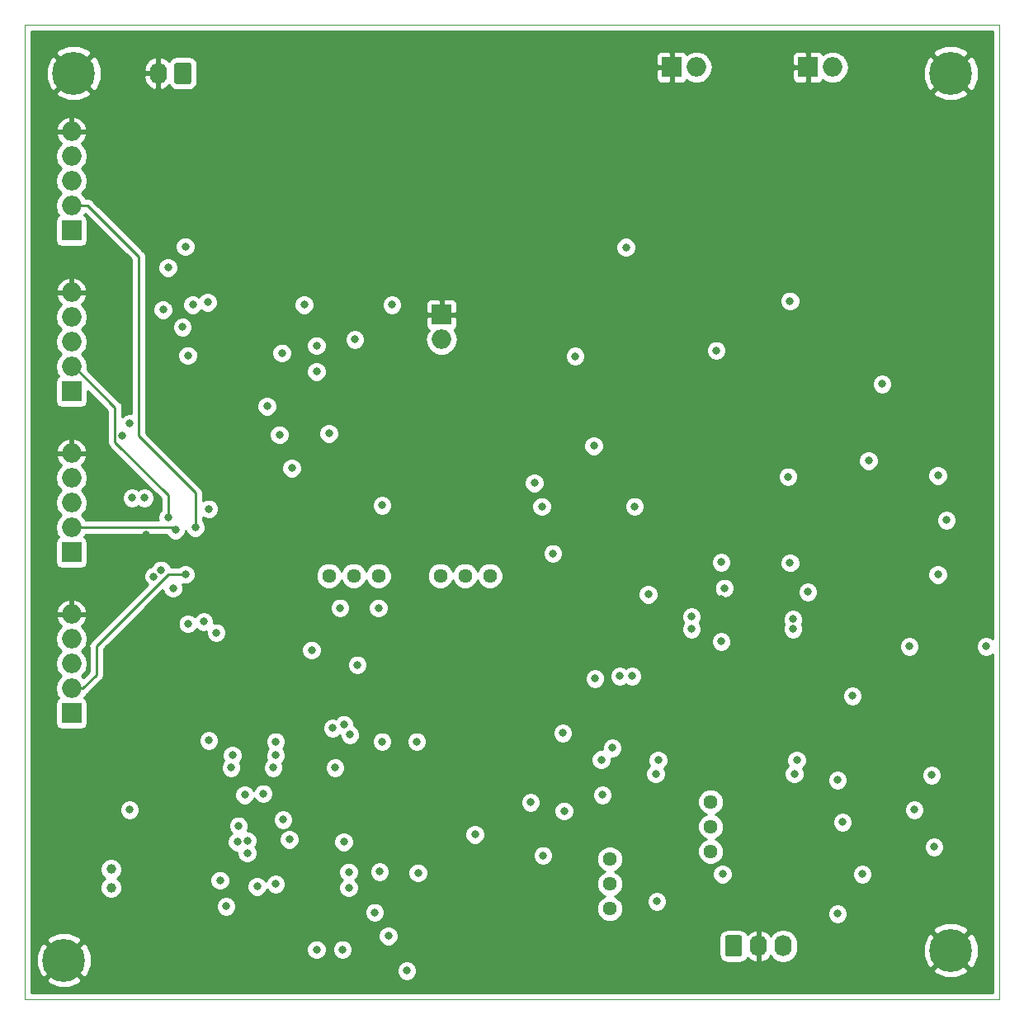
<source format=gbr>
%TF.GenerationSoftware,KiCad,Pcbnew,5.0.2+dfsg1-1*%
%TF.CreationDate,2021-03-05T16:55:40+01:00*%
%TF.ProjectId,XYgen,58596765-6e2e-46b6-9963-61645f706362,rev?*%
%TF.SameCoordinates,Original*%
%TF.FileFunction,Copper,L3,Inr*%
%TF.FilePolarity,Positive*%
%FSLAX46Y46*%
G04 Gerber Fmt 4.6, Leading zero omitted, Abs format (unit mm)*
G04 Created by KiCad (PCBNEW 5.0.2+dfsg1-1) date Fri 05 Mar 2021 04:55:40 PM CET*
%MOMM*%
%LPD*%
G01*
G04 APERTURE LIST*
%ADD10C,0.100000*%
%ADD11C,1.440000*%
%ADD12C,4.400000*%
%ADD13C,1.740000*%
%ADD14O,1.740000X2.200000*%
%ADD15C,1.000000*%
%ADD16R,2.000000X2.000000*%
%ADD17O,2.000000X2.000000*%
%ADD18C,0.800000*%
%ADD19C,0.250000*%
%ADD20C,0.254000*%
G04 APERTURE END LIST*
D10*
X100000000Y-35000000D02*
X100000000Y-135000000D01*
X200000000Y-35000000D02*
X100000000Y-35000000D01*
X200000000Y-135000000D02*
X200000000Y-35000000D01*
X100000000Y-135000000D02*
X200000000Y-135000000D01*
D11*
X147701000Y-91567000D03*
X145161000Y-91567000D03*
X142621000Y-91567000D03*
X170370500Y-114744500D03*
X170370500Y-117284500D03*
X170370500Y-119824500D03*
X136271000Y-91567000D03*
X133731000Y-91567000D03*
X131191000Y-91567000D03*
X160020000Y-125730000D03*
X160020000Y-123190000D03*
X160020000Y-120650000D03*
D12*
X104000000Y-131000000D03*
X195000000Y-130000000D03*
X195000000Y-40000000D03*
X105000000Y-40000000D03*
D10*
G36*
X116849505Y-38906204D02*
X116873773Y-38909804D01*
X116897572Y-38915765D01*
X116920671Y-38924030D01*
X116942850Y-38934520D01*
X116963893Y-38947132D01*
X116983599Y-38961747D01*
X117001777Y-38978223D01*
X117018253Y-38996401D01*
X117032868Y-39016107D01*
X117045480Y-39037150D01*
X117055970Y-39059329D01*
X117064235Y-39082428D01*
X117070196Y-39106227D01*
X117073796Y-39130495D01*
X117075000Y-39154999D01*
X117075000Y-40855001D01*
X117073796Y-40879505D01*
X117070196Y-40903773D01*
X117064235Y-40927572D01*
X117055970Y-40950671D01*
X117045480Y-40972850D01*
X117032868Y-40993893D01*
X117018253Y-41013599D01*
X117001777Y-41031777D01*
X116983599Y-41048253D01*
X116963893Y-41062868D01*
X116942850Y-41075480D01*
X116920671Y-41085970D01*
X116897572Y-41094235D01*
X116873773Y-41100196D01*
X116849505Y-41103796D01*
X116825001Y-41105000D01*
X115584999Y-41105000D01*
X115560495Y-41103796D01*
X115536227Y-41100196D01*
X115512428Y-41094235D01*
X115489329Y-41085970D01*
X115467150Y-41075480D01*
X115446107Y-41062868D01*
X115426401Y-41048253D01*
X115408223Y-41031777D01*
X115391747Y-41013599D01*
X115377132Y-40993893D01*
X115364520Y-40972850D01*
X115354030Y-40950671D01*
X115345765Y-40927572D01*
X115339804Y-40903773D01*
X115336204Y-40879505D01*
X115335000Y-40855001D01*
X115335000Y-39154999D01*
X115336204Y-39130495D01*
X115339804Y-39106227D01*
X115345765Y-39082428D01*
X115354030Y-39059329D01*
X115364520Y-39037150D01*
X115377132Y-39016107D01*
X115391747Y-38996401D01*
X115408223Y-38978223D01*
X115426401Y-38961747D01*
X115446107Y-38947132D01*
X115467150Y-38934520D01*
X115489329Y-38924030D01*
X115512428Y-38915765D01*
X115536227Y-38909804D01*
X115560495Y-38906204D01*
X115584999Y-38905000D01*
X116825001Y-38905000D01*
X116849505Y-38906204D01*
X116849505Y-38906204D01*
G37*
D13*
X116205000Y-40005000D03*
D14*
X113665000Y-40005000D03*
D10*
G36*
X173364505Y-128441204D02*
X173388773Y-128444804D01*
X173412572Y-128450765D01*
X173435671Y-128459030D01*
X173457850Y-128469520D01*
X173478893Y-128482132D01*
X173498599Y-128496747D01*
X173516777Y-128513223D01*
X173533253Y-128531401D01*
X173547868Y-128551107D01*
X173560480Y-128572150D01*
X173570970Y-128594329D01*
X173579235Y-128617428D01*
X173585196Y-128641227D01*
X173588796Y-128665495D01*
X173590000Y-128689999D01*
X173590000Y-130390001D01*
X173588796Y-130414505D01*
X173585196Y-130438773D01*
X173579235Y-130462572D01*
X173570970Y-130485671D01*
X173560480Y-130507850D01*
X173547868Y-130528893D01*
X173533253Y-130548599D01*
X173516777Y-130566777D01*
X173498599Y-130583253D01*
X173478893Y-130597868D01*
X173457850Y-130610480D01*
X173435671Y-130620970D01*
X173412572Y-130629235D01*
X173388773Y-130635196D01*
X173364505Y-130638796D01*
X173340001Y-130640000D01*
X172099999Y-130640000D01*
X172075495Y-130638796D01*
X172051227Y-130635196D01*
X172027428Y-130629235D01*
X172004329Y-130620970D01*
X171982150Y-130610480D01*
X171961107Y-130597868D01*
X171941401Y-130583253D01*
X171923223Y-130566777D01*
X171906747Y-130548599D01*
X171892132Y-130528893D01*
X171879520Y-130507850D01*
X171869030Y-130485671D01*
X171860765Y-130462572D01*
X171854804Y-130438773D01*
X171851204Y-130414505D01*
X171850000Y-130390001D01*
X171850000Y-128689999D01*
X171851204Y-128665495D01*
X171854804Y-128641227D01*
X171860765Y-128617428D01*
X171869030Y-128594329D01*
X171879520Y-128572150D01*
X171892132Y-128551107D01*
X171906747Y-128531401D01*
X171923223Y-128513223D01*
X171941401Y-128496747D01*
X171961107Y-128482132D01*
X171982150Y-128469520D01*
X172004329Y-128459030D01*
X172027428Y-128450765D01*
X172051227Y-128444804D01*
X172075495Y-128441204D01*
X172099999Y-128440000D01*
X173340001Y-128440000D01*
X173364505Y-128441204D01*
X173364505Y-128441204D01*
G37*
D13*
X172720000Y-129540000D03*
D14*
X175260000Y-129540000D03*
X177800000Y-129540000D03*
D15*
X108839000Y-123571000D03*
X108839000Y-121671000D03*
D16*
X142748000Y-64770000D03*
D17*
X142748000Y-67310000D03*
X168910000Y-39370000D03*
D16*
X166370000Y-39370000D03*
X180340000Y-39370000D03*
D17*
X182880000Y-39370000D03*
X104775000Y-95504000D03*
X104775000Y-98044000D03*
X104775000Y-100584000D03*
X104775000Y-103124000D03*
D16*
X104775000Y-105664000D03*
X104775000Y-72644000D03*
D17*
X104775000Y-70104000D03*
X104775000Y-67564000D03*
X104775000Y-65024000D03*
X104775000Y-62484000D03*
X104775000Y-45974000D03*
X104775000Y-48514000D03*
X104775000Y-51054000D03*
X104775000Y-53594000D03*
D16*
X104775000Y-56134000D03*
X104775000Y-89154000D03*
D17*
X104775000Y-86614000D03*
X104775000Y-84074000D03*
X104775000Y-81534000D03*
X104775000Y-78994000D03*
D18*
X155321000Y-115697000D03*
X153162000Y-120269000D03*
X185928000Y-122174000D03*
X183388000Y-126238000D03*
X178816000Y-96012000D03*
X180340000Y-93218000D03*
X158496000Y-102108000D03*
X171450000Y-98298000D03*
X153035000Y-84455000D03*
X158369000Y-78232000D03*
X187960000Y-71882000D03*
X170942000Y-68453000D03*
X168402000Y-95758000D03*
X171767500Y-92837000D03*
X171577000Y-122174000D03*
X156456536Y-69034005D03*
X166243000Y-76454000D03*
X164719000Y-111887000D03*
X191262000Y-115570000D03*
X193040000Y-112014000D03*
X183388000Y-112522000D03*
X184912000Y-103886000D03*
X194564000Y-85852000D03*
X168402000Y-97028000D03*
X171450000Y-90170000D03*
X178308000Y-81407000D03*
X186563000Y-79756000D03*
X178943000Y-111887000D03*
X160274000Y-109220000D03*
X164973000Y-110490000D03*
X179197000Y-110490000D03*
X178816000Y-97028000D03*
X178498500Y-90233500D03*
X178498500Y-63373000D03*
X110998000Y-83566000D03*
X109982000Y-77216000D03*
X125730000Y-108585000D03*
X118872002Y-108458000D03*
X140208000Y-108585000D03*
X136651998Y-108585000D03*
X110744000Y-75946000D03*
X112268000Y-83566000D03*
X125730000Y-109982000D03*
X121285000Y-109982000D03*
X112395000Y-87339000D03*
X121031000Y-96139000D03*
X122428000Y-94615000D03*
X121031000Y-93091000D03*
X121031000Y-63373000D03*
X122555000Y-61595000D03*
X121031000Y-59944000D03*
X112268000Y-53848000D03*
X108204000Y-126492000D03*
X109728000Y-128270000D03*
X117221000Y-121539000D03*
X116078000Y-123444000D03*
X113538000Y-111633000D03*
X111887000Y-110109000D03*
X110109000Y-111633000D03*
X120015000Y-115570000D03*
X120650000Y-114046000D03*
X129032000Y-123063000D03*
X129032000Y-119888000D03*
X129921000Y-80391000D03*
X133731000Y-80518000D03*
X121285000Y-70612000D03*
X120777000Y-67691000D03*
X132207000Y-62103000D03*
X130937000Y-67183000D03*
X146177000Y-120269000D03*
X143002000Y-113665000D03*
X135255000Y-112649000D03*
X132080000Y-128397000D03*
X141097000Y-130556000D03*
X146177000Y-115951000D03*
X128524000Y-95250000D03*
X127127000Y-96774000D03*
X132080000Y-100711000D03*
X136398000Y-99187000D03*
X129667000Y-105029000D03*
X136525000Y-105029000D03*
X143002000Y-98552000D03*
X138303000Y-98424996D03*
X166116000Y-118745000D03*
X155321000Y-121094500D03*
X164782500Y-108331000D03*
X179705000Y-120650000D03*
X197358000Y-116840000D03*
X197104000Y-112014000D03*
X183388000Y-124206000D03*
X186944000Y-105664000D03*
X193802000Y-104902000D03*
X193802000Y-102616000D03*
X197358000Y-105410000D03*
X188468000Y-96012000D03*
X188976000Y-94742000D03*
X195072000Y-94996000D03*
X198374000Y-90170000D03*
X164338000Y-94996000D03*
X152908000Y-101092000D03*
X171450000Y-93980000D03*
X159512000Y-92710000D03*
X159893000Y-85090000D03*
X171831000Y-88011000D03*
X162687000Y-90678000D03*
X161290000Y-80010000D03*
X160274000Y-75819000D03*
X171450000Y-84455000D03*
X171323000Y-83058000D03*
X165354000Y-113157000D03*
X184277000Y-81661000D03*
X196342000Y-76327000D03*
X184277000Y-83248500D03*
X157580489Y-61916265D03*
X171259500Y-61277500D03*
X159702500Y-72834500D03*
X173609000Y-66484500D03*
X132334000Y-94869000D03*
X136271000Y-94869000D03*
X120650000Y-125476000D03*
X136398000Y-121920000D03*
X159131000Y-110426500D03*
X161671000Y-57848500D03*
X159258000Y-114046000D03*
X183896000Y-116840000D03*
X161036000Y-101854000D03*
X155194000Y-107696000D03*
X151892000Y-114808000D03*
X193294000Y-119380000D03*
X162306000Y-101854000D03*
X118364000Y-96266000D03*
X118745000Y-63500000D03*
X110744000Y-115570000D03*
X127381000Y-80518000D03*
X124841000Y-74168000D03*
X126365000Y-68707000D03*
X125730000Y-123190000D03*
X135890000Y-126111000D03*
X140335000Y-122047000D03*
X146177000Y-118110000D03*
X129413000Y-99187000D03*
X134112000Y-100711000D03*
X132715000Y-106807000D03*
X113215840Y-91625840D03*
X115443000Y-86868000D03*
X114173000Y-64262000D03*
X114681000Y-59944001D03*
X117475000Y-86614000D03*
X119634000Y-97409002D03*
X113971776Y-90967845D03*
X114681000Y-85598000D03*
X116164000Y-66040000D03*
X117221000Y-63754000D03*
X116456995Y-91428675D03*
X116739153Y-96493847D03*
X133858000Y-67310000D03*
X163957000Y-93472000D03*
X162560000Y-84455000D03*
X193675000Y-91440000D03*
X193675000Y-81280000D03*
X198628000Y-98806000D03*
X190754000Y-98806000D03*
X116459000Y-57785000D03*
X131191000Y-76962000D03*
X116713000Y-68961000D03*
X126111000Y-77089000D03*
X115189000Y-92837000D03*
X118872000Y-84709000D03*
X126492000Y-116586000D03*
X131572000Y-107188000D03*
X121793000Y-118872000D03*
X121920000Y-117221000D03*
X132588000Y-129921000D03*
X129921000Y-129920998D03*
X133223000Y-123571000D03*
X122809000Y-120015000D03*
X124460000Y-113919000D03*
X137668000Y-63754000D03*
X128651000Y-63754000D03*
X132715000Y-118872000D03*
X122555000Y-114046000D03*
X122809000Y-118745000D03*
X127127000Y-118618002D03*
X133223000Y-121956990D03*
X129921000Y-70612000D03*
X129921000Y-67945000D03*
X120015000Y-122809000D03*
X123824998Y-123444000D03*
X133350000Y-107860000D03*
X131826000Y-111252000D03*
X125476000Y-111252000D03*
X121158000Y-111252000D03*
X136652000Y-84328000D03*
X152273000Y-82042000D03*
X137287000Y-128524000D03*
X154178000Y-89281000D03*
X164846000Y-124968000D03*
X139192000Y-132080000D03*
D19*
X115189000Y-86614000D02*
X115443000Y-86868000D01*
X105029000Y-86614000D02*
X115189000Y-86614000D01*
X117475000Y-83058000D02*
X117475000Y-86614000D01*
X111633000Y-77216000D02*
X117475000Y-83058000D01*
X111633000Y-58783787D02*
X111633000Y-77216000D01*
X105029000Y-53594000D02*
X106443213Y-53594000D01*
X106443213Y-53594000D02*
X111633000Y-58783787D01*
X109220000Y-77851000D02*
X109220000Y-74295000D01*
X114681000Y-85598000D02*
X114681000Y-83312000D01*
X109220000Y-74295000D02*
X105029000Y-70104000D01*
X114681000Y-83312000D02*
X109220000Y-77851000D01*
X114692325Y-91428675D02*
X116456995Y-91428675D01*
X107315000Y-98806000D02*
X114692325Y-91428675D01*
X105029000Y-103124000D02*
X105918000Y-103124000D01*
X107315000Y-101727000D02*
X107315000Y-98806000D01*
X105918000Y-103124000D02*
X107315000Y-101727000D01*
D20*
G36*
X199315000Y-98029289D02*
X199214280Y-97928569D01*
X198833874Y-97771000D01*
X198422126Y-97771000D01*
X198041720Y-97928569D01*
X197750569Y-98219720D01*
X197593000Y-98600126D01*
X197593000Y-99011874D01*
X197750569Y-99392280D01*
X198041720Y-99683431D01*
X198422126Y-99841000D01*
X198833874Y-99841000D01*
X199214280Y-99683431D01*
X199315000Y-99582711D01*
X199315000Y-134315000D01*
X100685000Y-134315000D01*
X100685000Y-133019382D01*
X102160223Y-133019382D01*
X102405368Y-133410888D01*
X103449360Y-133837609D01*
X104577181Y-133832330D01*
X105594632Y-133410888D01*
X105839777Y-133019382D01*
X104000000Y-131179605D01*
X102160223Y-133019382D01*
X100685000Y-133019382D01*
X100685000Y-130449360D01*
X101162391Y-130449360D01*
X101167670Y-131577181D01*
X101589112Y-132594632D01*
X101980618Y-132839777D01*
X103820395Y-131000000D01*
X104179605Y-131000000D01*
X106019382Y-132839777D01*
X106410888Y-132594632D01*
X106705387Y-131874126D01*
X138157000Y-131874126D01*
X138157000Y-132285874D01*
X138314569Y-132666280D01*
X138605720Y-132957431D01*
X138986126Y-133115000D01*
X139397874Y-133115000D01*
X139778280Y-132957431D01*
X140069431Y-132666280D01*
X140227000Y-132285874D01*
X140227000Y-132019382D01*
X193160223Y-132019382D01*
X193405368Y-132410888D01*
X194449360Y-132837609D01*
X195577181Y-132832330D01*
X196594632Y-132410888D01*
X196839777Y-132019382D01*
X195000000Y-130179605D01*
X193160223Y-132019382D01*
X140227000Y-132019382D01*
X140227000Y-131874126D01*
X140069431Y-131493720D01*
X139778280Y-131202569D01*
X139397874Y-131045000D01*
X138986126Y-131045000D01*
X138605720Y-131202569D01*
X138314569Y-131493720D01*
X138157000Y-131874126D01*
X106705387Y-131874126D01*
X106837609Y-131550640D01*
X106832330Y-130422819D01*
X106539194Y-129715124D01*
X128886000Y-129715124D01*
X128886000Y-130126872D01*
X129043569Y-130507278D01*
X129334720Y-130798429D01*
X129715126Y-130955998D01*
X130126874Y-130955998D01*
X130507280Y-130798429D01*
X130798431Y-130507278D01*
X130956000Y-130126872D01*
X130956000Y-129715126D01*
X131553000Y-129715126D01*
X131553000Y-130126874D01*
X131710569Y-130507280D01*
X132001720Y-130798431D01*
X132382126Y-130956000D01*
X132793874Y-130956000D01*
X133174280Y-130798431D01*
X133465431Y-130507280D01*
X133623000Y-130126874D01*
X133623000Y-129715126D01*
X133465431Y-129334720D01*
X133174280Y-129043569D01*
X132793874Y-128886000D01*
X132382126Y-128886000D01*
X132001720Y-129043569D01*
X131710569Y-129334720D01*
X131553000Y-129715126D01*
X130956000Y-129715126D01*
X130956000Y-129715124D01*
X130798431Y-129334718D01*
X130507280Y-129043567D01*
X130126874Y-128885998D01*
X129715126Y-128885998D01*
X129334720Y-129043567D01*
X129043569Y-129334718D01*
X128886000Y-129715124D01*
X106539194Y-129715124D01*
X106410888Y-129405368D01*
X106019382Y-129160223D01*
X104179605Y-131000000D01*
X103820395Y-131000000D01*
X101980618Y-129160223D01*
X101589112Y-129405368D01*
X101162391Y-130449360D01*
X100685000Y-130449360D01*
X100685000Y-128980618D01*
X102160223Y-128980618D01*
X104000000Y-130820395D01*
X105839777Y-128980618D01*
X105594632Y-128589112D01*
X104931653Y-128318126D01*
X136252000Y-128318126D01*
X136252000Y-128729874D01*
X136409569Y-129110280D01*
X136700720Y-129401431D01*
X137081126Y-129559000D01*
X137492874Y-129559000D01*
X137873280Y-129401431D01*
X138164431Y-129110280D01*
X138322000Y-128729874D01*
X138322000Y-128689999D01*
X171202560Y-128689999D01*
X171202560Y-130390001D01*
X171270873Y-130733436D01*
X171465414Y-131024586D01*
X171756564Y-131219127D01*
X172099999Y-131287440D01*
X173340001Y-131287440D01*
X173683436Y-131219127D01*
X173974586Y-131024586D01*
X174151737Y-130759462D01*
X174289509Y-130930533D01*
X174807500Y-131213584D01*
X174899969Y-131231302D01*
X175133000Y-131110246D01*
X175133000Y-129667000D01*
X175113000Y-129667000D01*
X175113000Y-129413000D01*
X175133000Y-129413000D01*
X175133000Y-127969754D01*
X175387000Y-127969754D01*
X175387000Y-129413000D01*
X175407000Y-129413000D01*
X175407000Y-129667000D01*
X175387000Y-129667000D01*
X175387000Y-131110246D01*
X175620031Y-131231302D01*
X175712500Y-131213584D01*
X176230491Y-130930533D01*
X176522840Y-130567523D01*
X176714956Y-130855044D01*
X177212779Y-131187678D01*
X177800000Y-131304484D01*
X178387222Y-131187678D01*
X178885044Y-130855044D01*
X179217678Y-130357221D01*
X179305000Y-129918225D01*
X179305000Y-129449360D01*
X192162391Y-129449360D01*
X192167670Y-130577181D01*
X192589112Y-131594632D01*
X192980618Y-131839777D01*
X194820395Y-130000000D01*
X195179605Y-130000000D01*
X197019382Y-131839777D01*
X197410888Y-131594632D01*
X197837609Y-130550640D01*
X197832330Y-129422819D01*
X197410888Y-128405368D01*
X197019382Y-128160223D01*
X195179605Y-130000000D01*
X194820395Y-130000000D01*
X192980618Y-128160223D01*
X192589112Y-128405368D01*
X192162391Y-129449360D01*
X179305000Y-129449360D01*
X179305000Y-129161774D01*
X179217678Y-128722778D01*
X178885044Y-128224956D01*
X178519366Y-127980618D01*
X193160223Y-127980618D01*
X195000000Y-129820395D01*
X196839777Y-127980618D01*
X196594632Y-127589112D01*
X195550640Y-127162391D01*
X194422819Y-127167670D01*
X193405368Y-127589112D01*
X193160223Y-127980618D01*
X178519366Y-127980618D01*
X178387221Y-127892322D01*
X177800000Y-127775516D01*
X177212778Y-127892322D01*
X176714956Y-128224956D01*
X176522841Y-128512478D01*
X176230491Y-128149467D01*
X175712500Y-127866416D01*
X175620031Y-127848698D01*
X175387000Y-127969754D01*
X175133000Y-127969754D01*
X174899969Y-127848698D01*
X174807500Y-127866416D01*
X174289509Y-128149467D01*
X174151737Y-128320538D01*
X173974586Y-128055414D01*
X173683436Y-127860873D01*
X173340001Y-127792560D01*
X172099999Y-127792560D01*
X171756564Y-127860873D01*
X171465414Y-128055414D01*
X171270873Y-128346564D01*
X171202560Y-128689999D01*
X138322000Y-128689999D01*
X138322000Y-128318126D01*
X138164431Y-127937720D01*
X137873280Y-127646569D01*
X137492874Y-127489000D01*
X137081126Y-127489000D01*
X136700720Y-127646569D01*
X136409569Y-127937720D01*
X136252000Y-128318126D01*
X104931653Y-128318126D01*
X104550640Y-128162391D01*
X103422819Y-128167670D01*
X102405368Y-128589112D01*
X102160223Y-128980618D01*
X100685000Y-128980618D01*
X100685000Y-125270126D01*
X119615000Y-125270126D01*
X119615000Y-125681874D01*
X119772569Y-126062280D01*
X120063720Y-126353431D01*
X120444126Y-126511000D01*
X120855874Y-126511000D01*
X121236280Y-126353431D01*
X121527431Y-126062280D01*
X121592526Y-125905126D01*
X134855000Y-125905126D01*
X134855000Y-126316874D01*
X135012569Y-126697280D01*
X135303720Y-126988431D01*
X135684126Y-127146000D01*
X136095874Y-127146000D01*
X136476280Y-126988431D01*
X136767431Y-126697280D01*
X136925000Y-126316874D01*
X136925000Y-125905126D01*
X136767431Y-125524720D01*
X136476280Y-125233569D01*
X136095874Y-125076000D01*
X135684126Y-125076000D01*
X135303720Y-125233569D01*
X135012569Y-125524720D01*
X134855000Y-125905126D01*
X121592526Y-125905126D01*
X121685000Y-125681874D01*
X121685000Y-125270126D01*
X121527431Y-124889720D01*
X121236280Y-124598569D01*
X120855874Y-124441000D01*
X120444126Y-124441000D01*
X120063720Y-124598569D01*
X119772569Y-124889720D01*
X119615000Y-125270126D01*
X100685000Y-125270126D01*
X100685000Y-121445234D01*
X107704000Y-121445234D01*
X107704000Y-121896766D01*
X107876793Y-122313926D01*
X108183867Y-122621000D01*
X107876793Y-122928074D01*
X107704000Y-123345234D01*
X107704000Y-123796766D01*
X107876793Y-124213926D01*
X108196074Y-124533207D01*
X108613234Y-124706000D01*
X109064766Y-124706000D01*
X109481926Y-124533207D01*
X109801207Y-124213926D01*
X109974000Y-123796766D01*
X109974000Y-123345234D01*
X109801207Y-122928074D01*
X109494133Y-122621000D01*
X109512007Y-122603126D01*
X118980000Y-122603126D01*
X118980000Y-123014874D01*
X119137569Y-123395280D01*
X119428720Y-123686431D01*
X119809126Y-123844000D01*
X120220874Y-123844000D01*
X120601280Y-123686431D01*
X120892431Y-123395280D01*
X120957526Y-123238126D01*
X122789998Y-123238126D01*
X122789998Y-123649874D01*
X122947567Y-124030280D01*
X123238718Y-124321431D01*
X123619124Y-124479000D01*
X124030872Y-124479000D01*
X124411278Y-124321431D01*
X124702429Y-124030280D01*
X124830104Y-123722045D01*
X124852569Y-123776280D01*
X125143720Y-124067431D01*
X125524126Y-124225000D01*
X125935874Y-124225000D01*
X126316280Y-124067431D01*
X126607431Y-123776280D01*
X126765000Y-123395874D01*
X126765000Y-122984126D01*
X126607431Y-122603720D01*
X126316280Y-122312569D01*
X125935874Y-122155000D01*
X125524126Y-122155000D01*
X125143720Y-122312569D01*
X124852569Y-122603720D01*
X124724894Y-122911955D01*
X124702429Y-122857720D01*
X124411278Y-122566569D01*
X124030872Y-122409000D01*
X123619124Y-122409000D01*
X123238718Y-122566569D01*
X122947567Y-122857720D01*
X122789998Y-123238126D01*
X120957526Y-123238126D01*
X121050000Y-123014874D01*
X121050000Y-122603126D01*
X120892431Y-122222720D01*
X120601280Y-121931569D01*
X120220874Y-121774000D01*
X119809126Y-121774000D01*
X119428720Y-121931569D01*
X119137569Y-122222720D01*
X118980000Y-122603126D01*
X109512007Y-122603126D01*
X109801207Y-122313926D01*
X109974000Y-121896766D01*
X109974000Y-121751116D01*
X132188000Y-121751116D01*
X132188000Y-122162864D01*
X132345569Y-122543270D01*
X132566294Y-122763995D01*
X132345569Y-122984720D01*
X132188000Y-123365126D01*
X132188000Y-123776874D01*
X132345569Y-124157280D01*
X132636720Y-124448431D01*
X133017126Y-124606000D01*
X133428874Y-124606000D01*
X133809280Y-124448431D01*
X134100431Y-124157280D01*
X134258000Y-123776874D01*
X134258000Y-123365126D01*
X134100431Y-122984720D01*
X133879706Y-122763995D01*
X134100431Y-122543270D01*
X134258000Y-122162864D01*
X134258000Y-121751116D01*
X134242679Y-121714126D01*
X135363000Y-121714126D01*
X135363000Y-122125874D01*
X135520569Y-122506280D01*
X135811720Y-122797431D01*
X136192126Y-122955000D01*
X136603874Y-122955000D01*
X136984280Y-122797431D01*
X137275431Y-122506280D01*
X137433000Y-122125874D01*
X137433000Y-121841126D01*
X139300000Y-121841126D01*
X139300000Y-122252874D01*
X139457569Y-122633280D01*
X139748720Y-122924431D01*
X140129126Y-123082000D01*
X140540874Y-123082000D01*
X140921280Y-122924431D01*
X141212431Y-122633280D01*
X141370000Y-122252874D01*
X141370000Y-121841126D01*
X141212431Y-121460720D01*
X140921280Y-121169569D01*
X140540874Y-121012000D01*
X140129126Y-121012000D01*
X139748720Y-121169569D01*
X139457569Y-121460720D01*
X139300000Y-121841126D01*
X137433000Y-121841126D01*
X137433000Y-121714126D01*
X137275431Y-121333720D01*
X136984280Y-121042569D01*
X136603874Y-120885000D01*
X136192126Y-120885000D01*
X135811720Y-121042569D01*
X135520569Y-121333720D01*
X135363000Y-121714126D01*
X134242679Y-121714126D01*
X134100431Y-121370710D01*
X133809280Y-121079559D01*
X133428874Y-120921990D01*
X133017126Y-120921990D01*
X132636720Y-121079559D01*
X132345569Y-121370710D01*
X132188000Y-121751116D01*
X109974000Y-121751116D01*
X109974000Y-121445234D01*
X109801207Y-121028074D01*
X109481926Y-120708793D01*
X109064766Y-120536000D01*
X108613234Y-120536000D01*
X108196074Y-120708793D01*
X107876793Y-121028074D01*
X107704000Y-121445234D01*
X100685000Y-121445234D01*
X100685000Y-118666126D01*
X120758000Y-118666126D01*
X120758000Y-119077874D01*
X120915569Y-119458280D01*
X121206720Y-119749431D01*
X121587126Y-119907000D01*
X121774000Y-119907000D01*
X121774000Y-120220874D01*
X121931569Y-120601280D01*
X122222720Y-120892431D01*
X122603126Y-121050000D01*
X123014874Y-121050000D01*
X123395280Y-120892431D01*
X123686431Y-120601280D01*
X123844000Y-120220874D01*
X123844000Y-120063126D01*
X152127000Y-120063126D01*
X152127000Y-120474874D01*
X152284569Y-120855280D01*
X152575720Y-121146431D01*
X152956126Y-121304000D01*
X153367874Y-121304000D01*
X153748280Y-121146431D01*
X154039431Y-120855280D01*
X154197000Y-120474874D01*
X154197000Y-120380474D01*
X158665000Y-120380474D01*
X158665000Y-120919526D01*
X158871286Y-121417546D01*
X159252454Y-121798714D01*
X159545265Y-121920000D01*
X159252454Y-122041286D01*
X158871286Y-122422454D01*
X158665000Y-122920474D01*
X158665000Y-123459526D01*
X158871286Y-123957546D01*
X159252454Y-124338714D01*
X159545265Y-124460000D01*
X159252454Y-124581286D01*
X158871286Y-124962454D01*
X158665000Y-125460474D01*
X158665000Y-125999526D01*
X158871286Y-126497546D01*
X159252454Y-126878714D01*
X159750474Y-127085000D01*
X160289526Y-127085000D01*
X160787546Y-126878714D01*
X161168714Y-126497546D01*
X161361496Y-126032126D01*
X182353000Y-126032126D01*
X182353000Y-126443874D01*
X182510569Y-126824280D01*
X182801720Y-127115431D01*
X183182126Y-127273000D01*
X183593874Y-127273000D01*
X183974280Y-127115431D01*
X184265431Y-126824280D01*
X184423000Y-126443874D01*
X184423000Y-126032126D01*
X184265431Y-125651720D01*
X183974280Y-125360569D01*
X183593874Y-125203000D01*
X183182126Y-125203000D01*
X182801720Y-125360569D01*
X182510569Y-125651720D01*
X182353000Y-126032126D01*
X161361496Y-126032126D01*
X161375000Y-125999526D01*
X161375000Y-125460474D01*
X161168714Y-124962454D01*
X160968386Y-124762126D01*
X163811000Y-124762126D01*
X163811000Y-125173874D01*
X163968569Y-125554280D01*
X164259720Y-125845431D01*
X164640126Y-126003000D01*
X165051874Y-126003000D01*
X165432280Y-125845431D01*
X165723431Y-125554280D01*
X165881000Y-125173874D01*
X165881000Y-124762126D01*
X165723431Y-124381720D01*
X165432280Y-124090569D01*
X165051874Y-123933000D01*
X164640126Y-123933000D01*
X164259720Y-124090569D01*
X163968569Y-124381720D01*
X163811000Y-124762126D01*
X160968386Y-124762126D01*
X160787546Y-124581286D01*
X160494735Y-124460000D01*
X160787546Y-124338714D01*
X161168714Y-123957546D01*
X161375000Y-123459526D01*
X161375000Y-122920474D01*
X161168714Y-122422454D01*
X160787546Y-122041286D01*
X160610922Y-121968126D01*
X170542000Y-121968126D01*
X170542000Y-122379874D01*
X170699569Y-122760280D01*
X170990720Y-123051431D01*
X171371126Y-123209000D01*
X171782874Y-123209000D01*
X172163280Y-123051431D01*
X172454431Y-122760280D01*
X172612000Y-122379874D01*
X172612000Y-121968126D01*
X184893000Y-121968126D01*
X184893000Y-122379874D01*
X185050569Y-122760280D01*
X185341720Y-123051431D01*
X185722126Y-123209000D01*
X186133874Y-123209000D01*
X186514280Y-123051431D01*
X186805431Y-122760280D01*
X186963000Y-122379874D01*
X186963000Y-121968126D01*
X186805431Y-121587720D01*
X186514280Y-121296569D01*
X186133874Y-121139000D01*
X185722126Y-121139000D01*
X185341720Y-121296569D01*
X185050569Y-121587720D01*
X184893000Y-121968126D01*
X172612000Y-121968126D01*
X172454431Y-121587720D01*
X172163280Y-121296569D01*
X171782874Y-121139000D01*
X171371126Y-121139000D01*
X170990720Y-121296569D01*
X170699569Y-121587720D01*
X170542000Y-121968126D01*
X160610922Y-121968126D01*
X160494735Y-121920000D01*
X160787546Y-121798714D01*
X161168714Y-121417546D01*
X161375000Y-120919526D01*
X161375000Y-120380474D01*
X161168714Y-119882454D01*
X160787546Y-119501286D01*
X160289526Y-119295000D01*
X159750474Y-119295000D01*
X159252454Y-119501286D01*
X158871286Y-119882454D01*
X158665000Y-120380474D01*
X154197000Y-120380474D01*
X154197000Y-120063126D01*
X154039431Y-119682720D01*
X153748280Y-119391569D01*
X153367874Y-119234000D01*
X152956126Y-119234000D01*
X152575720Y-119391569D01*
X152284569Y-119682720D01*
X152127000Y-120063126D01*
X123844000Y-120063126D01*
X123844000Y-119809126D01*
X123686431Y-119428720D01*
X123637711Y-119380000D01*
X123686431Y-119331280D01*
X123844000Y-118950874D01*
X123844000Y-118539126D01*
X123791396Y-118412128D01*
X126092000Y-118412128D01*
X126092000Y-118823876D01*
X126249569Y-119204282D01*
X126540720Y-119495433D01*
X126921126Y-119653002D01*
X127332874Y-119653002D01*
X127713280Y-119495433D01*
X128004431Y-119204282D01*
X128162000Y-118823876D01*
X128162000Y-118666126D01*
X131680000Y-118666126D01*
X131680000Y-119077874D01*
X131837569Y-119458280D01*
X132128720Y-119749431D01*
X132509126Y-119907000D01*
X132920874Y-119907000D01*
X133301280Y-119749431D01*
X133592431Y-119458280D01*
X133750000Y-119077874D01*
X133750000Y-118666126D01*
X133592431Y-118285720D01*
X133301280Y-117994569D01*
X133082931Y-117904126D01*
X145142000Y-117904126D01*
X145142000Y-118315874D01*
X145299569Y-118696280D01*
X145590720Y-118987431D01*
X145971126Y-119145000D01*
X146382874Y-119145000D01*
X146763280Y-118987431D01*
X147054431Y-118696280D01*
X147212000Y-118315874D01*
X147212000Y-117904126D01*
X147054431Y-117523720D01*
X146763280Y-117232569D01*
X146382874Y-117075000D01*
X145971126Y-117075000D01*
X145590720Y-117232569D01*
X145299569Y-117523720D01*
X145142000Y-117904126D01*
X133082931Y-117904126D01*
X132920874Y-117837000D01*
X132509126Y-117837000D01*
X132128720Y-117994569D01*
X131837569Y-118285720D01*
X131680000Y-118666126D01*
X128162000Y-118666126D01*
X128162000Y-118412128D01*
X128004431Y-118031722D01*
X127713280Y-117740571D01*
X127332874Y-117583002D01*
X126921126Y-117583002D01*
X126540720Y-117740571D01*
X126249569Y-118031722D01*
X126092000Y-118412128D01*
X123791396Y-118412128D01*
X123686431Y-118158720D01*
X123395280Y-117867569D01*
X123014874Y-117710000D01*
X122837726Y-117710000D01*
X122955000Y-117426874D01*
X122955000Y-117015126D01*
X122797431Y-116634720D01*
X122542837Y-116380126D01*
X125457000Y-116380126D01*
X125457000Y-116791874D01*
X125614569Y-117172280D01*
X125905720Y-117463431D01*
X126286126Y-117621000D01*
X126697874Y-117621000D01*
X127078280Y-117463431D01*
X127369431Y-117172280D01*
X127527000Y-116791874D01*
X127527000Y-116380126D01*
X127369431Y-115999720D01*
X127078280Y-115708569D01*
X126697874Y-115551000D01*
X126286126Y-115551000D01*
X125905720Y-115708569D01*
X125614569Y-115999720D01*
X125457000Y-116380126D01*
X122542837Y-116380126D01*
X122506280Y-116343569D01*
X122125874Y-116186000D01*
X121714126Y-116186000D01*
X121333720Y-116343569D01*
X121042569Y-116634720D01*
X120885000Y-117015126D01*
X120885000Y-117426874D01*
X121042569Y-117807280D01*
X121223081Y-117987792D01*
X121206720Y-117994569D01*
X120915569Y-118285720D01*
X120758000Y-118666126D01*
X100685000Y-118666126D01*
X100685000Y-115364126D01*
X109709000Y-115364126D01*
X109709000Y-115775874D01*
X109866569Y-116156280D01*
X110157720Y-116447431D01*
X110538126Y-116605000D01*
X110949874Y-116605000D01*
X111330280Y-116447431D01*
X111621431Y-116156280D01*
X111779000Y-115775874D01*
X111779000Y-115364126D01*
X111621431Y-114983720D01*
X111330280Y-114692569D01*
X110949874Y-114535000D01*
X110538126Y-114535000D01*
X110157720Y-114692569D01*
X109866569Y-114983720D01*
X109709000Y-115364126D01*
X100685000Y-115364126D01*
X100685000Y-113840126D01*
X121520000Y-113840126D01*
X121520000Y-114251874D01*
X121677569Y-114632280D01*
X121968720Y-114923431D01*
X122349126Y-115081000D01*
X122760874Y-115081000D01*
X123141280Y-114923431D01*
X123432431Y-114632280D01*
X123533803Y-114387547D01*
X123582569Y-114505280D01*
X123873720Y-114796431D01*
X124254126Y-114954000D01*
X124665874Y-114954000D01*
X125046280Y-114796431D01*
X125240585Y-114602126D01*
X150857000Y-114602126D01*
X150857000Y-115013874D01*
X151014569Y-115394280D01*
X151305720Y-115685431D01*
X151686126Y-115843000D01*
X152097874Y-115843000D01*
X152478280Y-115685431D01*
X152672585Y-115491126D01*
X154286000Y-115491126D01*
X154286000Y-115902874D01*
X154443569Y-116283280D01*
X154734720Y-116574431D01*
X155115126Y-116732000D01*
X155526874Y-116732000D01*
X155907280Y-116574431D01*
X156198431Y-116283280D01*
X156356000Y-115902874D01*
X156356000Y-115491126D01*
X156198431Y-115110720D01*
X155907280Y-114819569D01*
X155526874Y-114662000D01*
X155115126Y-114662000D01*
X154734720Y-114819569D01*
X154443569Y-115110720D01*
X154286000Y-115491126D01*
X152672585Y-115491126D01*
X152769431Y-115394280D01*
X152927000Y-115013874D01*
X152927000Y-114602126D01*
X152769431Y-114221720D01*
X152478280Y-113930569D01*
X152259931Y-113840126D01*
X158223000Y-113840126D01*
X158223000Y-114251874D01*
X158380569Y-114632280D01*
X158671720Y-114923431D01*
X159052126Y-115081000D01*
X159463874Y-115081000D01*
X159844280Y-114923431D01*
X160135431Y-114632280D01*
X160200589Y-114474974D01*
X169015500Y-114474974D01*
X169015500Y-115014026D01*
X169221786Y-115512046D01*
X169602954Y-115893214D01*
X169895765Y-116014500D01*
X169602954Y-116135786D01*
X169221786Y-116516954D01*
X169015500Y-117014974D01*
X169015500Y-117554026D01*
X169221786Y-118052046D01*
X169602954Y-118433214D01*
X169895765Y-118554500D01*
X169602954Y-118675786D01*
X169221786Y-119056954D01*
X169015500Y-119554974D01*
X169015500Y-120094026D01*
X169221786Y-120592046D01*
X169602954Y-120973214D01*
X170100974Y-121179500D01*
X170640026Y-121179500D01*
X171138046Y-120973214D01*
X171519214Y-120592046D01*
X171725500Y-120094026D01*
X171725500Y-119554974D01*
X171567749Y-119174126D01*
X192259000Y-119174126D01*
X192259000Y-119585874D01*
X192416569Y-119966280D01*
X192707720Y-120257431D01*
X193088126Y-120415000D01*
X193499874Y-120415000D01*
X193880280Y-120257431D01*
X194171431Y-119966280D01*
X194329000Y-119585874D01*
X194329000Y-119174126D01*
X194171431Y-118793720D01*
X193880280Y-118502569D01*
X193499874Y-118345000D01*
X193088126Y-118345000D01*
X192707720Y-118502569D01*
X192416569Y-118793720D01*
X192259000Y-119174126D01*
X171567749Y-119174126D01*
X171519214Y-119056954D01*
X171138046Y-118675786D01*
X170845235Y-118554500D01*
X171138046Y-118433214D01*
X171519214Y-118052046D01*
X171725500Y-117554026D01*
X171725500Y-117014974D01*
X171567749Y-116634126D01*
X182861000Y-116634126D01*
X182861000Y-117045874D01*
X183018569Y-117426280D01*
X183309720Y-117717431D01*
X183690126Y-117875000D01*
X184101874Y-117875000D01*
X184482280Y-117717431D01*
X184773431Y-117426280D01*
X184931000Y-117045874D01*
X184931000Y-116634126D01*
X184773431Y-116253720D01*
X184482280Y-115962569D01*
X184101874Y-115805000D01*
X183690126Y-115805000D01*
X183309720Y-115962569D01*
X183018569Y-116253720D01*
X182861000Y-116634126D01*
X171567749Y-116634126D01*
X171519214Y-116516954D01*
X171138046Y-116135786D01*
X170845235Y-116014500D01*
X171138046Y-115893214D01*
X171519214Y-115512046D01*
X171580484Y-115364126D01*
X190227000Y-115364126D01*
X190227000Y-115775874D01*
X190384569Y-116156280D01*
X190675720Y-116447431D01*
X191056126Y-116605000D01*
X191467874Y-116605000D01*
X191848280Y-116447431D01*
X192139431Y-116156280D01*
X192297000Y-115775874D01*
X192297000Y-115364126D01*
X192139431Y-114983720D01*
X191848280Y-114692569D01*
X191467874Y-114535000D01*
X191056126Y-114535000D01*
X190675720Y-114692569D01*
X190384569Y-114983720D01*
X190227000Y-115364126D01*
X171580484Y-115364126D01*
X171725500Y-115014026D01*
X171725500Y-114474974D01*
X171519214Y-113976954D01*
X171138046Y-113595786D01*
X170640026Y-113389500D01*
X170100974Y-113389500D01*
X169602954Y-113595786D01*
X169221786Y-113976954D01*
X169015500Y-114474974D01*
X160200589Y-114474974D01*
X160293000Y-114251874D01*
X160293000Y-113840126D01*
X160135431Y-113459720D01*
X159844280Y-113168569D01*
X159463874Y-113011000D01*
X159052126Y-113011000D01*
X158671720Y-113168569D01*
X158380569Y-113459720D01*
X158223000Y-113840126D01*
X152259931Y-113840126D01*
X152097874Y-113773000D01*
X151686126Y-113773000D01*
X151305720Y-113930569D01*
X151014569Y-114221720D01*
X150857000Y-114602126D01*
X125240585Y-114602126D01*
X125337431Y-114505280D01*
X125495000Y-114124874D01*
X125495000Y-113713126D01*
X125337431Y-113332720D01*
X125046280Y-113041569D01*
X124665874Y-112884000D01*
X124254126Y-112884000D01*
X123873720Y-113041569D01*
X123582569Y-113332720D01*
X123481197Y-113577453D01*
X123432431Y-113459720D01*
X123141280Y-113168569D01*
X122760874Y-113011000D01*
X122349126Y-113011000D01*
X121968720Y-113168569D01*
X121677569Y-113459720D01*
X121520000Y-113840126D01*
X100685000Y-113840126D01*
X100685000Y-111046126D01*
X120123000Y-111046126D01*
X120123000Y-111457874D01*
X120280569Y-111838280D01*
X120571720Y-112129431D01*
X120952126Y-112287000D01*
X121363874Y-112287000D01*
X121744280Y-112129431D01*
X122035431Y-111838280D01*
X122193000Y-111457874D01*
X122193000Y-111046126D01*
X124441000Y-111046126D01*
X124441000Y-111457874D01*
X124598569Y-111838280D01*
X124889720Y-112129431D01*
X125270126Y-112287000D01*
X125681874Y-112287000D01*
X126062280Y-112129431D01*
X126353431Y-111838280D01*
X126511000Y-111457874D01*
X126511000Y-111046126D01*
X130791000Y-111046126D01*
X130791000Y-111457874D01*
X130948569Y-111838280D01*
X131239720Y-112129431D01*
X131620126Y-112287000D01*
X132031874Y-112287000D01*
X132412280Y-112129431D01*
X132703431Y-111838280D01*
X132768526Y-111681126D01*
X163684000Y-111681126D01*
X163684000Y-112092874D01*
X163841569Y-112473280D01*
X164132720Y-112764431D01*
X164513126Y-112922000D01*
X164924874Y-112922000D01*
X165305280Y-112764431D01*
X165596431Y-112473280D01*
X165754000Y-112092874D01*
X165754000Y-111681126D01*
X177908000Y-111681126D01*
X177908000Y-112092874D01*
X178065569Y-112473280D01*
X178356720Y-112764431D01*
X178737126Y-112922000D01*
X179148874Y-112922000D01*
X179529280Y-112764431D01*
X179820431Y-112473280D01*
X179885526Y-112316126D01*
X182353000Y-112316126D01*
X182353000Y-112727874D01*
X182510569Y-113108280D01*
X182801720Y-113399431D01*
X183182126Y-113557000D01*
X183593874Y-113557000D01*
X183974280Y-113399431D01*
X184265431Y-113108280D01*
X184423000Y-112727874D01*
X184423000Y-112316126D01*
X184265431Y-111935720D01*
X184137837Y-111808126D01*
X192005000Y-111808126D01*
X192005000Y-112219874D01*
X192162569Y-112600280D01*
X192453720Y-112891431D01*
X192834126Y-113049000D01*
X193245874Y-113049000D01*
X193626280Y-112891431D01*
X193917431Y-112600280D01*
X194075000Y-112219874D01*
X194075000Y-111808126D01*
X193917431Y-111427720D01*
X193626280Y-111136569D01*
X193245874Y-110979000D01*
X192834126Y-110979000D01*
X192453720Y-111136569D01*
X192162569Y-111427720D01*
X192005000Y-111808126D01*
X184137837Y-111808126D01*
X183974280Y-111644569D01*
X183593874Y-111487000D01*
X183182126Y-111487000D01*
X182801720Y-111644569D01*
X182510569Y-111935720D01*
X182353000Y-112316126D01*
X179885526Y-112316126D01*
X179978000Y-112092874D01*
X179978000Y-111681126D01*
X179829089Y-111321622D01*
X180074431Y-111076280D01*
X180232000Y-110695874D01*
X180232000Y-110284126D01*
X180074431Y-109903720D01*
X179783280Y-109612569D01*
X179402874Y-109455000D01*
X178991126Y-109455000D01*
X178610720Y-109612569D01*
X178319569Y-109903720D01*
X178162000Y-110284126D01*
X178162000Y-110695874D01*
X178310911Y-111055378D01*
X178065569Y-111300720D01*
X177908000Y-111681126D01*
X165754000Y-111681126D01*
X165605089Y-111321622D01*
X165850431Y-111076280D01*
X166008000Y-110695874D01*
X166008000Y-110284126D01*
X165850431Y-109903720D01*
X165559280Y-109612569D01*
X165178874Y-109455000D01*
X164767126Y-109455000D01*
X164386720Y-109612569D01*
X164095569Y-109903720D01*
X163938000Y-110284126D01*
X163938000Y-110695874D01*
X164086911Y-111055378D01*
X163841569Y-111300720D01*
X163684000Y-111681126D01*
X132768526Y-111681126D01*
X132861000Y-111457874D01*
X132861000Y-111046126D01*
X132703431Y-110665720D01*
X132412280Y-110374569D01*
X132040628Y-110220626D01*
X158096000Y-110220626D01*
X158096000Y-110632374D01*
X158253569Y-111012780D01*
X158544720Y-111303931D01*
X158925126Y-111461500D01*
X159336874Y-111461500D01*
X159717280Y-111303931D01*
X160008431Y-111012780D01*
X160166000Y-110632374D01*
X160166000Y-110255000D01*
X160479874Y-110255000D01*
X160860280Y-110097431D01*
X161151431Y-109806280D01*
X161309000Y-109425874D01*
X161309000Y-109014126D01*
X161151431Y-108633720D01*
X160860280Y-108342569D01*
X160479874Y-108185000D01*
X160068126Y-108185000D01*
X159687720Y-108342569D01*
X159396569Y-108633720D01*
X159239000Y-109014126D01*
X159239000Y-109391500D01*
X158925126Y-109391500D01*
X158544720Y-109549069D01*
X158253569Y-109840220D01*
X158096000Y-110220626D01*
X132040628Y-110220626D01*
X132031874Y-110217000D01*
X131620126Y-110217000D01*
X131239720Y-110374569D01*
X130948569Y-110665720D01*
X130791000Y-111046126D01*
X126511000Y-111046126D01*
X126399286Y-110776425D01*
X126607431Y-110568280D01*
X126765000Y-110187874D01*
X126765000Y-109776126D01*
X126607431Y-109395720D01*
X126495211Y-109283500D01*
X126607431Y-109171280D01*
X126765000Y-108790874D01*
X126765000Y-108379126D01*
X126607431Y-107998720D01*
X126316280Y-107707569D01*
X125935874Y-107550000D01*
X125524126Y-107550000D01*
X125143720Y-107707569D01*
X124852569Y-107998720D01*
X124695000Y-108379126D01*
X124695000Y-108790874D01*
X124852569Y-109171280D01*
X124964789Y-109283500D01*
X124852569Y-109395720D01*
X124695000Y-109776126D01*
X124695000Y-110187874D01*
X124806714Y-110457575D01*
X124598569Y-110665720D01*
X124441000Y-111046126D01*
X122193000Y-111046126D01*
X122044089Y-110686622D01*
X122162431Y-110568280D01*
X122320000Y-110187874D01*
X122320000Y-109776126D01*
X122162431Y-109395720D01*
X121871280Y-109104569D01*
X121490874Y-108947000D01*
X121079126Y-108947000D01*
X120698720Y-109104569D01*
X120407569Y-109395720D01*
X120250000Y-109776126D01*
X120250000Y-110187874D01*
X120398911Y-110547378D01*
X120280569Y-110665720D01*
X120123000Y-111046126D01*
X100685000Y-111046126D01*
X100685000Y-108252126D01*
X117837002Y-108252126D01*
X117837002Y-108663874D01*
X117994571Y-109044280D01*
X118285722Y-109335431D01*
X118666128Y-109493000D01*
X119077876Y-109493000D01*
X119458282Y-109335431D01*
X119749433Y-109044280D01*
X119907002Y-108663874D01*
X119907002Y-108252126D01*
X119749433Y-107871720D01*
X119458282Y-107580569D01*
X119077876Y-107423000D01*
X118666128Y-107423000D01*
X118285722Y-107580569D01*
X117994571Y-107871720D01*
X117837002Y-108252126D01*
X100685000Y-108252126D01*
X100685000Y-98044000D01*
X103107969Y-98044000D01*
X103234864Y-98681945D01*
X103596231Y-99222769D01*
X103732768Y-99314000D01*
X103596231Y-99405231D01*
X103234864Y-99946055D01*
X103107969Y-100584000D01*
X103234864Y-101221945D01*
X103596231Y-101762769D01*
X103732768Y-101854000D01*
X103596231Y-101945231D01*
X103234864Y-102486055D01*
X103107969Y-103124000D01*
X103234864Y-103761945D01*
X103465489Y-104107100D01*
X103317191Y-104206191D01*
X103176843Y-104416235D01*
X103127560Y-104664000D01*
X103127560Y-106664000D01*
X103176843Y-106911765D01*
X103317191Y-107121809D01*
X103527235Y-107262157D01*
X103775000Y-107311440D01*
X105775000Y-107311440D01*
X106022765Y-107262157D01*
X106232809Y-107121809D01*
X106326142Y-106982126D01*
X130537000Y-106982126D01*
X130537000Y-107393874D01*
X130694569Y-107774280D01*
X130985720Y-108065431D01*
X131366126Y-108223000D01*
X131777874Y-108223000D01*
X132158280Y-108065431D01*
X132315000Y-107908711D01*
X132315000Y-108065874D01*
X132472569Y-108446280D01*
X132763720Y-108737431D01*
X133144126Y-108895000D01*
X133555874Y-108895000D01*
X133936280Y-108737431D01*
X134227431Y-108446280D01*
X134255247Y-108379126D01*
X135616998Y-108379126D01*
X135616998Y-108790874D01*
X135774567Y-109171280D01*
X136065718Y-109462431D01*
X136446124Y-109620000D01*
X136857872Y-109620000D01*
X137238278Y-109462431D01*
X137529429Y-109171280D01*
X137686998Y-108790874D01*
X137686998Y-108379126D01*
X139173000Y-108379126D01*
X139173000Y-108790874D01*
X139330569Y-109171280D01*
X139621720Y-109462431D01*
X140002126Y-109620000D01*
X140413874Y-109620000D01*
X140794280Y-109462431D01*
X141085431Y-109171280D01*
X141243000Y-108790874D01*
X141243000Y-108379126D01*
X141085431Y-107998720D01*
X140794280Y-107707569D01*
X140413874Y-107550000D01*
X140002126Y-107550000D01*
X139621720Y-107707569D01*
X139330569Y-107998720D01*
X139173000Y-108379126D01*
X137686998Y-108379126D01*
X137529429Y-107998720D01*
X137238278Y-107707569D01*
X136857872Y-107550000D01*
X136446124Y-107550000D01*
X136065718Y-107707569D01*
X135774567Y-107998720D01*
X135616998Y-108379126D01*
X134255247Y-108379126D01*
X134385000Y-108065874D01*
X134385000Y-107654126D01*
X134317070Y-107490126D01*
X154159000Y-107490126D01*
X154159000Y-107901874D01*
X154316569Y-108282280D01*
X154607720Y-108573431D01*
X154988126Y-108731000D01*
X155399874Y-108731000D01*
X155780280Y-108573431D01*
X156071431Y-108282280D01*
X156229000Y-107901874D01*
X156229000Y-107490126D01*
X156071431Y-107109720D01*
X155780280Y-106818569D01*
X155399874Y-106661000D01*
X154988126Y-106661000D01*
X154607720Y-106818569D01*
X154316569Y-107109720D01*
X154159000Y-107490126D01*
X134317070Y-107490126D01*
X134227431Y-107273720D01*
X133936280Y-106982569D01*
X133750000Y-106905409D01*
X133750000Y-106601126D01*
X133592431Y-106220720D01*
X133301280Y-105929569D01*
X132920874Y-105772000D01*
X132509126Y-105772000D01*
X132128720Y-105929569D01*
X131867970Y-106190319D01*
X131777874Y-106153000D01*
X131366126Y-106153000D01*
X130985720Y-106310569D01*
X130694569Y-106601720D01*
X130537000Y-106982126D01*
X106326142Y-106982126D01*
X106373157Y-106911765D01*
X106422440Y-106664000D01*
X106422440Y-104664000D01*
X106373157Y-104416235D01*
X106232809Y-104206191D01*
X106084511Y-104107100D01*
X106302171Y-103781349D01*
X106453661Y-103680126D01*
X183877000Y-103680126D01*
X183877000Y-104091874D01*
X184034569Y-104472280D01*
X184325720Y-104763431D01*
X184706126Y-104921000D01*
X185117874Y-104921000D01*
X185498280Y-104763431D01*
X185789431Y-104472280D01*
X185947000Y-104091874D01*
X185947000Y-103680126D01*
X185789431Y-103299720D01*
X185498280Y-103008569D01*
X185117874Y-102851000D01*
X184706126Y-102851000D01*
X184325720Y-103008569D01*
X184034569Y-103299720D01*
X183877000Y-103680126D01*
X106453661Y-103680126D01*
X106465929Y-103671929D01*
X106508331Y-103608470D01*
X107799476Y-102317327D01*
X107862929Y-102274929D01*
X107905327Y-102211476D01*
X107905329Y-102211474D01*
X108030903Y-102023538D01*
X108030904Y-102023537D01*
X108055054Y-101902126D01*
X157461000Y-101902126D01*
X157461000Y-102313874D01*
X157618569Y-102694280D01*
X157909720Y-102985431D01*
X158290126Y-103143000D01*
X158701874Y-103143000D01*
X159082280Y-102985431D01*
X159373431Y-102694280D01*
X159531000Y-102313874D01*
X159531000Y-101902126D01*
X159425790Y-101648126D01*
X160001000Y-101648126D01*
X160001000Y-102059874D01*
X160158569Y-102440280D01*
X160449720Y-102731431D01*
X160830126Y-102889000D01*
X161241874Y-102889000D01*
X161622280Y-102731431D01*
X161671000Y-102682711D01*
X161719720Y-102731431D01*
X162100126Y-102889000D01*
X162511874Y-102889000D01*
X162892280Y-102731431D01*
X163183431Y-102440280D01*
X163341000Y-102059874D01*
X163341000Y-101648126D01*
X163183431Y-101267720D01*
X162892280Y-100976569D01*
X162511874Y-100819000D01*
X162100126Y-100819000D01*
X161719720Y-100976569D01*
X161671000Y-101025289D01*
X161622280Y-100976569D01*
X161241874Y-100819000D01*
X160830126Y-100819000D01*
X160449720Y-100976569D01*
X160158569Y-101267720D01*
X160001000Y-101648126D01*
X159425790Y-101648126D01*
X159373431Y-101521720D01*
X159082280Y-101230569D01*
X158701874Y-101073000D01*
X158290126Y-101073000D01*
X157909720Y-101230569D01*
X157618569Y-101521720D01*
X157461000Y-101902126D01*
X108055054Y-101902126D01*
X108075000Y-101801852D01*
X108075000Y-101801848D01*
X108089888Y-101727001D01*
X108075000Y-101652154D01*
X108075000Y-100505126D01*
X133077000Y-100505126D01*
X133077000Y-100916874D01*
X133234569Y-101297280D01*
X133525720Y-101588431D01*
X133906126Y-101746000D01*
X134317874Y-101746000D01*
X134698280Y-101588431D01*
X134989431Y-101297280D01*
X135147000Y-100916874D01*
X135147000Y-100505126D01*
X134989431Y-100124720D01*
X134698280Y-99833569D01*
X134317874Y-99676000D01*
X133906126Y-99676000D01*
X133525720Y-99833569D01*
X133234569Y-100124720D01*
X133077000Y-100505126D01*
X108075000Y-100505126D01*
X108075000Y-99120801D01*
X108214675Y-98981126D01*
X128378000Y-98981126D01*
X128378000Y-99392874D01*
X128535569Y-99773280D01*
X128826720Y-100064431D01*
X129207126Y-100222000D01*
X129618874Y-100222000D01*
X129999280Y-100064431D01*
X130290431Y-99773280D01*
X130448000Y-99392874D01*
X130448000Y-98981126D01*
X130290431Y-98600720D01*
X129999280Y-98309569D01*
X129618874Y-98152000D01*
X129207126Y-98152000D01*
X128826720Y-98309569D01*
X128535569Y-98600720D01*
X128378000Y-98981126D01*
X108214675Y-98981126D01*
X110907828Y-96287973D01*
X115704153Y-96287973D01*
X115704153Y-96699721D01*
X115861722Y-97080127D01*
X116152873Y-97371278D01*
X116533279Y-97528847D01*
X116945027Y-97528847D01*
X117325433Y-97371278D01*
X117616584Y-97080127D01*
X117645238Y-97010949D01*
X117777720Y-97143431D01*
X118158126Y-97301000D01*
X118569874Y-97301000D01*
X118599000Y-97288936D01*
X118599000Y-97614876D01*
X118756569Y-97995282D01*
X119047720Y-98286433D01*
X119428126Y-98444002D01*
X119839874Y-98444002D01*
X120220280Y-98286433D01*
X120414587Y-98092126D01*
X170415000Y-98092126D01*
X170415000Y-98503874D01*
X170572569Y-98884280D01*
X170863720Y-99175431D01*
X171244126Y-99333000D01*
X171655874Y-99333000D01*
X172036280Y-99175431D01*
X172327431Y-98884280D01*
X172445131Y-98600126D01*
X189719000Y-98600126D01*
X189719000Y-99011874D01*
X189876569Y-99392280D01*
X190167720Y-99683431D01*
X190548126Y-99841000D01*
X190959874Y-99841000D01*
X191340280Y-99683431D01*
X191631431Y-99392280D01*
X191789000Y-99011874D01*
X191789000Y-98600126D01*
X191631431Y-98219720D01*
X191340280Y-97928569D01*
X190959874Y-97771000D01*
X190548126Y-97771000D01*
X190167720Y-97928569D01*
X189876569Y-98219720D01*
X189719000Y-98600126D01*
X172445131Y-98600126D01*
X172485000Y-98503874D01*
X172485000Y-98092126D01*
X172327431Y-97711720D01*
X172036280Y-97420569D01*
X171655874Y-97263000D01*
X171244126Y-97263000D01*
X170863720Y-97420569D01*
X170572569Y-97711720D01*
X170415000Y-98092126D01*
X120414587Y-98092126D01*
X120511431Y-97995282D01*
X120669000Y-97614876D01*
X120669000Y-97203128D01*
X120511431Y-96822722D01*
X120220280Y-96531571D01*
X119839874Y-96374002D01*
X119428126Y-96374002D01*
X119399000Y-96386066D01*
X119399000Y-96060126D01*
X119241431Y-95679720D01*
X118950280Y-95388569D01*
X118569874Y-95231000D01*
X118158126Y-95231000D01*
X117777720Y-95388569D01*
X117486569Y-95679720D01*
X117457915Y-95748898D01*
X117325433Y-95616416D01*
X116945027Y-95458847D01*
X116533279Y-95458847D01*
X116152873Y-95616416D01*
X115861722Y-95907567D01*
X115704153Y-96287973D01*
X110907828Y-96287973D01*
X112532675Y-94663126D01*
X131299000Y-94663126D01*
X131299000Y-95074874D01*
X131456569Y-95455280D01*
X131747720Y-95746431D01*
X132128126Y-95904000D01*
X132539874Y-95904000D01*
X132920280Y-95746431D01*
X133211431Y-95455280D01*
X133369000Y-95074874D01*
X133369000Y-94663126D01*
X135236000Y-94663126D01*
X135236000Y-95074874D01*
X135393569Y-95455280D01*
X135684720Y-95746431D01*
X136065126Y-95904000D01*
X136476874Y-95904000D01*
X136857280Y-95746431D01*
X137051585Y-95552126D01*
X167367000Y-95552126D01*
X167367000Y-95963874D01*
X167524569Y-96344280D01*
X167573289Y-96393000D01*
X167524569Y-96441720D01*
X167367000Y-96822126D01*
X167367000Y-97233874D01*
X167524569Y-97614280D01*
X167815720Y-97905431D01*
X168196126Y-98063000D01*
X168607874Y-98063000D01*
X168988280Y-97905431D01*
X169279431Y-97614280D01*
X169437000Y-97233874D01*
X169437000Y-96822126D01*
X169279431Y-96441720D01*
X169230711Y-96393000D01*
X169279431Y-96344280D01*
X169437000Y-95963874D01*
X169437000Y-95806126D01*
X177781000Y-95806126D01*
X177781000Y-96217874D01*
X177906144Y-96520000D01*
X177781000Y-96822126D01*
X177781000Y-97233874D01*
X177938569Y-97614280D01*
X178229720Y-97905431D01*
X178610126Y-98063000D01*
X179021874Y-98063000D01*
X179402280Y-97905431D01*
X179693431Y-97614280D01*
X179851000Y-97233874D01*
X179851000Y-96822126D01*
X179725856Y-96520000D01*
X179851000Y-96217874D01*
X179851000Y-95806126D01*
X179693431Y-95425720D01*
X179402280Y-95134569D01*
X179021874Y-94977000D01*
X178610126Y-94977000D01*
X178229720Y-95134569D01*
X177938569Y-95425720D01*
X177781000Y-95806126D01*
X169437000Y-95806126D01*
X169437000Y-95552126D01*
X169279431Y-95171720D01*
X168988280Y-94880569D01*
X168607874Y-94723000D01*
X168196126Y-94723000D01*
X167815720Y-94880569D01*
X167524569Y-95171720D01*
X167367000Y-95552126D01*
X137051585Y-95552126D01*
X137148431Y-95455280D01*
X137306000Y-95074874D01*
X137306000Y-94663126D01*
X137148431Y-94282720D01*
X136857280Y-93991569D01*
X136476874Y-93834000D01*
X136065126Y-93834000D01*
X135684720Y-93991569D01*
X135393569Y-94282720D01*
X135236000Y-94663126D01*
X133369000Y-94663126D01*
X133211431Y-94282720D01*
X132920280Y-93991569D01*
X132539874Y-93834000D01*
X132128126Y-93834000D01*
X131747720Y-93991569D01*
X131456569Y-94282720D01*
X131299000Y-94663126D01*
X112532675Y-94663126D01*
X114154000Y-93041802D01*
X114154000Y-93042874D01*
X114311569Y-93423280D01*
X114602720Y-93714431D01*
X114983126Y-93872000D01*
X115394874Y-93872000D01*
X115775280Y-93714431D01*
X116066431Y-93423280D01*
X116131526Y-93266126D01*
X162922000Y-93266126D01*
X162922000Y-93677874D01*
X163079569Y-94058280D01*
X163370720Y-94349431D01*
X163751126Y-94507000D01*
X164162874Y-94507000D01*
X164543280Y-94349431D01*
X164834431Y-94058280D01*
X164992000Y-93677874D01*
X164992000Y-93266126D01*
X164834431Y-92885720D01*
X164579837Y-92631126D01*
X170732500Y-92631126D01*
X170732500Y-93042874D01*
X170890069Y-93423280D01*
X171181220Y-93714431D01*
X171561626Y-93872000D01*
X171973374Y-93872000D01*
X172353780Y-93714431D01*
X172644931Y-93423280D01*
X172802500Y-93042874D01*
X172802500Y-93012126D01*
X179305000Y-93012126D01*
X179305000Y-93423874D01*
X179462569Y-93804280D01*
X179753720Y-94095431D01*
X180134126Y-94253000D01*
X180545874Y-94253000D01*
X180926280Y-94095431D01*
X181217431Y-93804280D01*
X181375000Y-93423874D01*
X181375000Y-93012126D01*
X181217431Y-92631720D01*
X180926280Y-92340569D01*
X180545874Y-92183000D01*
X180134126Y-92183000D01*
X179753720Y-92340569D01*
X179462569Y-92631720D01*
X179305000Y-93012126D01*
X172802500Y-93012126D01*
X172802500Y-92631126D01*
X172644931Y-92250720D01*
X172353780Y-91959569D01*
X171973374Y-91802000D01*
X171561626Y-91802000D01*
X171181220Y-91959569D01*
X170890069Y-92250720D01*
X170732500Y-92631126D01*
X164579837Y-92631126D01*
X164543280Y-92594569D01*
X164162874Y-92437000D01*
X163751126Y-92437000D01*
X163370720Y-92594569D01*
X163079569Y-92885720D01*
X162922000Y-93266126D01*
X116131526Y-93266126D01*
X116224000Y-93042874D01*
X116224000Y-92631126D01*
X116134658Y-92415434D01*
X116251121Y-92463675D01*
X116662869Y-92463675D01*
X117043275Y-92306106D01*
X117334426Y-92014955D01*
X117491995Y-91634549D01*
X117491995Y-91297474D01*
X129836000Y-91297474D01*
X129836000Y-91836526D01*
X130042286Y-92334546D01*
X130423454Y-92715714D01*
X130921474Y-92922000D01*
X131460526Y-92922000D01*
X131958546Y-92715714D01*
X132339714Y-92334546D01*
X132461000Y-92041735D01*
X132582286Y-92334546D01*
X132963454Y-92715714D01*
X133461474Y-92922000D01*
X134000526Y-92922000D01*
X134498546Y-92715714D01*
X134879714Y-92334546D01*
X135001000Y-92041735D01*
X135122286Y-92334546D01*
X135503454Y-92715714D01*
X136001474Y-92922000D01*
X136540526Y-92922000D01*
X137038546Y-92715714D01*
X137419714Y-92334546D01*
X137626000Y-91836526D01*
X137626000Y-91297474D01*
X141266000Y-91297474D01*
X141266000Y-91836526D01*
X141472286Y-92334546D01*
X141853454Y-92715714D01*
X142351474Y-92922000D01*
X142890526Y-92922000D01*
X143388546Y-92715714D01*
X143769714Y-92334546D01*
X143891000Y-92041735D01*
X144012286Y-92334546D01*
X144393454Y-92715714D01*
X144891474Y-92922000D01*
X145430526Y-92922000D01*
X145928546Y-92715714D01*
X146309714Y-92334546D01*
X146431000Y-92041735D01*
X146552286Y-92334546D01*
X146933454Y-92715714D01*
X147431474Y-92922000D01*
X147970526Y-92922000D01*
X148468546Y-92715714D01*
X148849714Y-92334546D01*
X149056000Y-91836526D01*
X149056000Y-91297474D01*
X148849714Y-90799454D01*
X148468546Y-90418286D01*
X147970526Y-90212000D01*
X147431474Y-90212000D01*
X146933454Y-90418286D01*
X146552286Y-90799454D01*
X146431000Y-91092265D01*
X146309714Y-90799454D01*
X145928546Y-90418286D01*
X145430526Y-90212000D01*
X144891474Y-90212000D01*
X144393454Y-90418286D01*
X144012286Y-90799454D01*
X143891000Y-91092265D01*
X143769714Y-90799454D01*
X143388546Y-90418286D01*
X142890526Y-90212000D01*
X142351474Y-90212000D01*
X141853454Y-90418286D01*
X141472286Y-90799454D01*
X141266000Y-91297474D01*
X137626000Y-91297474D01*
X137419714Y-90799454D01*
X137038546Y-90418286D01*
X136540526Y-90212000D01*
X136001474Y-90212000D01*
X135503454Y-90418286D01*
X135122286Y-90799454D01*
X135001000Y-91092265D01*
X134879714Y-90799454D01*
X134498546Y-90418286D01*
X134000526Y-90212000D01*
X133461474Y-90212000D01*
X132963454Y-90418286D01*
X132582286Y-90799454D01*
X132461000Y-91092265D01*
X132339714Y-90799454D01*
X131958546Y-90418286D01*
X131460526Y-90212000D01*
X130921474Y-90212000D01*
X130423454Y-90418286D01*
X130042286Y-90799454D01*
X129836000Y-91297474D01*
X117491995Y-91297474D01*
X117491995Y-91222801D01*
X117334426Y-90842395D01*
X117043275Y-90551244D01*
X116662869Y-90393675D01*
X116251121Y-90393675D01*
X115870715Y-90551244D01*
X115753284Y-90668675D01*
X114968132Y-90668675D01*
X114849207Y-90381565D01*
X114558056Y-90090414D01*
X114177650Y-89932845D01*
X113765902Y-89932845D01*
X113385496Y-90090414D01*
X113094345Y-90381565D01*
X113007183Y-90591993D01*
X112629560Y-90748409D01*
X112338409Y-91039560D01*
X112180840Y-91419966D01*
X112180840Y-91831714D01*
X112338409Y-92212120D01*
X112586244Y-92459955D01*
X106830528Y-98215671D01*
X106767072Y-98258071D01*
X106724672Y-98321527D01*
X106724671Y-98321528D01*
X106599097Y-98509463D01*
X106540112Y-98806000D01*
X106555001Y-98880852D01*
X106555000Y-101412197D01*
X105981085Y-101986113D01*
X105953769Y-101945231D01*
X105817232Y-101854000D01*
X105953769Y-101762769D01*
X106315136Y-101221945D01*
X106442031Y-100584000D01*
X106315136Y-99946055D01*
X105953769Y-99405231D01*
X105817232Y-99314000D01*
X105953769Y-99222769D01*
X106315136Y-98681945D01*
X106442031Y-98044000D01*
X106315136Y-97406055D01*
X105953769Y-96865231D01*
X105797029Y-96760501D01*
X106168402Y-96359385D01*
X106365124Y-95884434D01*
X106245777Y-95631000D01*
X104902000Y-95631000D01*
X104902000Y-95651000D01*
X104648000Y-95651000D01*
X104648000Y-95631000D01*
X103304223Y-95631000D01*
X103184876Y-95884434D01*
X103381598Y-96359385D01*
X103752971Y-96760501D01*
X103596231Y-96865231D01*
X103234864Y-97406055D01*
X103107969Y-98044000D01*
X100685000Y-98044000D01*
X100685000Y-95123566D01*
X103184876Y-95123566D01*
X103304223Y-95377000D01*
X104648000Y-95377000D01*
X104648000Y-94032681D01*
X104902000Y-94032681D01*
X104902000Y-95377000D01*
X106245777Y-95377000D01*
X106365124Y-95123566D01*
X106168402Y-94648615D01*
X105734994Y-94180495D01*
X105155435Y-93913867D01*
X104902000Y-94032681D01*
X104648000Y-94032681D01*
X104394565Y-93913867D01*
X103815006Y-94180495D01*
X103381598Y-94648615D01*
X103184876Y-95123566D01*
X100685000Y-95123566D01*
X100685000Y-78613566D01*
X103184876Y-78613566D01*
X103304223Y-78867000D01*
X104648000Y-78867000D01*
X104648000Y-77522681D01*
X104902000Y-77522681D01*
X104902000Y-78867000D01*
X106245777Y-78867000D01*
X106365124Y-78613566D01*
X106168402Y-78138615D01*
X105734994Y-77670495D01*
X105155435Y-77403867D01*
X104902000Y-77522681D01*
X104648000Y-77522681D01*
X104394565Y-77403867D01*
X103815006Y-77670495D01*
X103381598Y-78138615D01*
X103184876Y-78613566D01*
X100685000Y-78613566D01*
X100685000Y-62103566D01*
X103184876Y-62103566D01*
X103304223Y-62357000D01*
X104648000Y-62357000D01*
X104648000Y-61012681D01*
X104902000Y-61012681D01*
X104902000Y-62357000D01*
X106245777Y-62357000D01*
X106365124Y-62103566D01*
X106168402Y-61628615D01*
X105734994Y-61160495D01*
X105155435Y-60893867D01*
X104902000Y-61012681D01*
X104648000Y-61012681D01*
X104394565Y-60893867D01*
X103815006Y-61160495D01*
X103381598Y-61628615D01*
X103184876Y-62103566D01*
X100685000Y-62103566D01*
X100685000Y-48514000D01*
X103107969Y-48514000D01*
X103234864Y-49151945D01*
X103596231Y-49692769D01*
X103732768Y-49784000D01*
X103596231Y-49875231D01*
X103234864Y-50416055D01*
X103107969Y-51054000D01*
X103234864Y-51691945D01*
X103596231Y-52232769D01*
X103732768Y-52324000D01*
X103596231Y-52415231D01*
X103234864Y-52956055D01*
X103107969Y-53594000D01*
X103234864Y-54231945D01*
X103465489Y-54577100D01*
X103317191Y-54676191D01*
X103176843Y-54886235D01*
X103127560Y-55134000D01*
X103127560Y-57134000D01*
X103176843Y-57381765D01*
X103317191Y-57591809D01*
X103527235Y-57732157D01*
X103775000Y-57781440D01*
X105775000Y-57781440D01*
X106022765Y-57732157D01*
X106232809Y-57591809D01*
X106373157Y-57381765D01*
X106422440Y-57134000D01*
X106422440Y-55134000D01*
X106373157Y-54886235D01*
X106232809Y-54676191D01*
X106084511Y-54577100D01*
X106191456Y-54417045D01*
X110873000Y-59098589D01*
X110873001Y-74911000D01*
X110538126Y-74911000D01*
X110157720Y-75068569D01*
X109980000Y-75246289D01*
X109980000Y-74369846D01*
X109994888Y-74294999D01*
X109980000Y-74220152D01*
X109980000Y-74220148D01*
X109935904Y-73998463D01*
X109767929Y-73747071D01*
X109704473Y-73704671D01*
X106385915Y-70386114D01*
X106442031Y-70104000D01*
X106315136Y-69466055D01*
X105953769Y-68925231D01*
X105817232Y-68834000D01*
X105953769Y-68742769D01*
X106315136Y-68201945D01*
X106442031Y-67564000D01*
X106315136Y-66926055D01*
X105953769Y-66385231D01*
X105817232Y-66294000D01*
X105953769Y-66202769D01*
X106315136Y-65661945D01*
X106442031Y-65024000D01*
X106315136Y-64386055D01*
X105953769Y-63845231D01*
X105797029Y-63740501D01*
X106168402Y-63339385D01*
X106365124Y-62864434D01*
X106245777Y-62611000D01*
X104902000Y-62611000D01*
X104902000Y-62631000D01*
X104648000Y-62631000D01*
X104648000Y-62611000D01*
X103304223Y-62611000D01*
X103184876Y-62864434D01*
X103381598Y-63339385D01*
X103752971Y-63740501D01*
X103596231Y-63845231D01*
X103234864Y-64386055D01*
X103107969Y-65024000D01*
X103234864Y-65661945D01*
X103596231Y-66202769D01*
X103732768Y-66294000D01*
X103596231Y-66385231D01*
X103234864Y-66926055D01*
X103107969Y-67564000D01*
X103234864Y-68201945D01*
X103596231Y-68742769D01*
X103732768Y-68834000D01*
X103596231Y-68925231D01*
X103234864Y-69466055D01*
X103107969Y-70104000D01*
X103234864Y-70741945D01*
X103465489Y-71087100D01*
X103317191Y-71186191D01*
X103176843Y-71396235D01*
X103127560Y-71644000D01*
X103127560Y-73644000D01*
X103176843Y-73891765D01*
X103317191Y-74101809D01*
X103527235Y-74242157D01*
X103775000Y-74291440D01*
X105775000Y-74291440D01*
X106022765Y-74242157D01*
X106232809Y-74101809D01*
X106373157Y-73891765D01*
X106422440Y-73644000D01*
X106422440Y-72572241D01*
X108460001Y-74609803D01*
X108460000Y-77776153D01*
X108445112Y-77851000D01*
X108460000Y-77925847D01*
X108460000Y-77925851D01*
X108504096Y-78147536D01*
X108672071Y-78398929D01*
X108735530Y-78441331D01*
X113921001Y-83626803D01*
X113921000Y-84894289D01*
X113803569Y-85011720D01*
X113646000Y-85392126D01*
X113646000Y-85803874D01*
X113666763Y-85854000D01*
X106233581Y-85854000D01*
X105953769Y-85435231D01*
X105817232Y-85344000D01*
X105953769Y-85252769D01*
X106315136Y-84711945D01*
X106442031Y-84074000D01*
X106315136Y-83436055D01*
X106264402Y-83360126D01*
X109963000Y-83360126D01*
X109963000Y-83771874D01*
X110120569Y-84152280D01*
X110411720Y-84443431D01*
X110792126Y-84601000D01*
X111203874Y-84601000D01*
X111584280Y-84443431D01*
X111633000Y-84394711D01*
X111681720Y-84443431D01*
X112062126Y-84601000D01*
X112473874Y-84601000D01*
X112854280Y-84443431D01*
X113145431Y-84152280D01*
X113303000Y-83771874D01*
X113303000Y-83360126D01*
X113145431Y-82979720D01*
X112854280Y-82688569D01*
X112473874Y-82531000D01*
X112062126Y-82531000D01*
X111681720Y-82688569D01*
X111633000Y-82737289D01*
X111584280Y-82688569D01*
X111203874Y-82531000D01*
X110792126Y-82531000D01*
X110411720Y-82688569D01*
X110120569Y-82979720D01*
X109963000Y-83360126D01*
X106264402Y-83360126D01*
X105953769Y-82895231D01*
X105817232Y-82804000D01*
X105953769Y-82712769D01*
X106315136Y-82171945D01*
X106442031Y-81534000D01*
X106315136Y-80896055D01*
X105953769Y-80355231D01*
X105797029Y-80250501D01*
X106168402Y-79849385D01*
X106365124Y-79374434D01*
X106245777Y-79121000D01*
X104902000Y-79121000D01*
X104902000Y-79141000D01*
X104648000Y-79141000D01*
X104648000Y-79121000D01*
X103304223Y-79121000D01*
X103184876Y-79374434D01*
X103381598Y-79849385D01*
X103752971Y-80250501D01*
X103596231Y-80355231D01*
X103234864Y-80896055D01*
X103107969Y-81534000D01*
X103234864Y-82171945D01*
X103596231Y-82712769D01*
X103732768Y-82804000D01*
X103596231Y-82895231D01*
X103234864Y-83436055D01*
X103107969Y-84074000D01*
X103234864Y-84711945D01*
X103596231Y-85252769D01*
X103732768Y-85344000D01*
X103596231Y-85435231D01*
X103234864Y-85976055D01*
X103107969Y-86614000D01*
X103234864Y-87251945D01*
X103465489Y-87597100D01*
X103317191Y-87696191D01*
X103176843Y-87906235D01*
X103127560Y-88154000D01*
X103127560Y-90154000D01*
X103176843Y-90401765D01*
X103317191Y-90611809D01*
X103527235Y-90752157D01*
X103775000Y-90801440D01*
X105775000Y-90801440D01*
X106022765Y-90752157D01*
X106232809Y-90611809D01*
X106373157Y-90401765D01*
X106422440Y-90154000D01*
X106422440Y-89075126D01*
X153143000Y-89075126D01*
X153143000Y-89486874D01*
X153300569Y-89867280D01*
X153591720Y-90158431D01*
X153972126Y-90316000D01*
X154383874Y-90316000D01*
X154764280Y-90158431D01*
X154958585Y-89964126D01*
X170415000Y-89964126D01*
X170415000Y-90375874D01*
X170572569Y-90756280D01*
X170863720Y-91047431D01*
X171244126Y-91205000D01*
X171655874Y-91205000D01*
X172036280Y-91047431D01*
X172327431Y-90756280D01*
X172485000Y-90375874D01*
X172485000Y-90027626D01*
X177463500Y-90027626D01*
X177463500Y-90439374D01*
X177621069Y-90819780D01*
X177912220Y-91110931D01*
X178292626Y-91268500D01*
X178704374Y-91268500D01*
X178787360Y-91234126D01*
X192640000Y-91234126D01*
X192640000Y-91645874D01*
X192797569Y-92026280D01*
X193088720Y-92317431D01*
X193469126Y-92475000D01*
X193880874Y-92475000D01*
X194261280Y-92317431D01*
X194552431Y-92026280D01*
X194710000Y-91645874D01*
X194710000Y-91234126D01*
X194552431Y-90853720D01*
X194261280Y-90562569D01*
X193880874Y-90405000D01*
X193469126Y-90405000D01*
X193088720Y-90562569D01*
X192797569Y-90853720D01*
X192640000Y-91234126D01*
X178787360Y-91234126D01*
X179084780Y-91110931D01*
X179375931Y-90819780D01*
X179533500Y-90439374D01*
X179533500Y-90027626D01*
X179375931Y-89647220D01*
X179084780Y-89356069D01*
X178704374Y-89198500D01*
X178292626Y-89198500D01*
X177912220Y-89356069D01*
X177621069Y-89647220D01*
X177463500Y-90027626D01*
X172485000Y-90027626D01*
X172485000Y-89964126D01*
X172327431Y-89583720D01*
X172036280Y-89292569D01*
X171655874Y-89135000D01*
X171244126Y-89135000D01*
X170863720Y-89292569D01*
X170572569Y-89583720D01*
X170415000Y-89964126D01*
X154958585Y-89964126D01*
X155055431Y-89867280D01*
X155213000Y-89486874D01*
X155213000Y-89075126D01*
X155055431Y-88694720D01*
X154764280Y-88403569D01*
X154383874Y-88246000D01*
X153972126Y-88246000D01*
X153591720Y-88403569D01*
X153300569Y-88694720D01*
X153143000Y-89075126D01*
X106422440Y-89075126D01*
X106422440Y-88154000D01*
X106373157Y-87906235D01*
X106232809Y-87696191D01*
X106084511Y-87597100D01*
X106233581Y-87374000D01*
X114532316Y-87374000D01*
X114565569Y-87454280D01*
X114856720Y-87745431D01*
X115237126Y-87903000D01*
X115648874Y-87903000D01*
X116029280Y-87745431D01*
X116320431Y-87454280D01*
X116478000Y-87073874D01*
X116478000Y-86911614D01*
X116597569Y-87200280D01*
X116888720Y-87491431D01*
X117269126Y-87649000D01*
X117680874Y-87649000D01*
X118061280Y-87491431D01*
X118352431Y-87200280D01*
X118510000Y-86819874D01*
X118510000Y-86408126D01*
X118352431Y-86027720D01*
X118235000Y-85910289D01*
X118235000Y-85535711D01*
X118285720Y-85586431D01*
X118666126Y-85744000D01*
X119077874Y-85744000D01*
X119314163Y-85646126D01*
X193529000Y-85646126D01*
X193529000Y-86057874D01*
X193686569Y-86438280D01*
X193977720Y-86729431D01*
X194358126Y-86887000D01*
X194769874Y-86887000D01*
X195150280Y-86729431D01*
X195441431Y-86438280D01*
X195599000Y-86057874D01*
X195599000Y-85646126D01*
X195441431Y-85265720D01*
X195150280Y-84974569D01*
X194769874Y-84817000D01*
X194358126Y-84817000D01*
X193977720Y-84974569D01*
X193686569Y-85265720D01*
X193529000Y-85646126D01*
X119314163Y-85646126D01*
X119458280Y-85586431D01*
X119749431Y-85295280D01*
X119907000Y-84914874D01*
X119907000Y-84503126D01*
X119749431Y-84122720D01*
X119748837Y-84122126D01*
X135617000Y-84122126D01*
X135617000Y-84533874D01*
X135774569Y-84914280D01*
X136065720Y-85205431D01*
X136446126Y-85363000D01*
X136857874Y-85363000D01*
X137238280Y-85205431D01*
X137529431Y-84914280D01*
X137687000Y-84533874D01*
X137687000Y-84249126D01*
X152000000Y-84249126D01*
X152000000Y-84660874D01*
X152157569Y-85041280D01*
X152448720Y-85332431D01*
X152829126Y-85490000D01*
X153240874Y-85490000D01*
X153621280Y-85332431D01*
X153912431Y-85041280D01*
X154070000Y-84660874D01*
X154070000Y-84249126D01*
X161525000Y-84249126D01*
X161525000Y-84660874D01*
X161682569Y-85041280D01*
X161973720Y-85332431D01*
X162354126Y-85490000D01*
X162765874Y-85490000D01*
X163146280Y-85332431D01*
X163437431Y-85041280D01*
X163595000Y-84660874D01*
X163595000Y-84249126D01*
X163437431Y-83868720D01*
X163146280Y-83577569D01*
X162765874Y-83420000D01*
X162354126Y-83420000D01*
X161973720Y-83577569D01*
X161682569Y-83868720D01*
X161525000Y-84249126D01*
X154070000Y-84249126D01*
X153912431Y-83868720D01*
X153621280Y-83577569D01*
X153240874Y-83420000D01*
X152829126Y-83420000D01*
X152448720Y-83577569D01*
X152157569Y-83868720D01*
X152000000Y-84249126D01*
X137687000Y-84249126D01*
X137687000Y-84122126D01*
X137529431Y-83741720D01*
X137238280Y-83450569D01*
X136857874Y-83293000D01*
X136446126Y-83293000D01*
X136065720Y-83450569D01*
X135774569Y-83741720D01*
X135617000Y-84122126D01*
X119748837Y-84122126D01*
X119458280Y-83831569D01*
X119077874Y-83674000D01*
X118666126Y-83674000D01*
X118285720Y-83831569D01*
X118235000Y-83882289D01*
X118235000Y-83132848D01*
X118249888Y-83058000D01*
X118235000Y-82983152D01*
X118235000Y-82983148D01*
X118190904Y-82761463D01*
X118022929Y-82510071D01*
X117959473Y-82467671D01*
X117327928Y-81836126D01*
X151238000Y-81836126D01*
X151238000Y-82247874D01*
X151395569Y-82628280D01*
X151686720Y-82919431D01*
X152067126Y-83077000D01*
X152478874Y-83077000D01*
X152859280Y-82919431D01*
X153150431Y-82628280D01*
X153308000Y-82247874D01*
X153308000Y-81836126D01*
X153150431Y-81455720D01*
X152895837Y-81201126D01*
X177273000Y-81201126D01*
X177273000Y-81612874D01*
X177430569Y-81993280D01*
X177721720Y-82284431D01*
X178102126Y-82442000D01*
X178513874Y-82442000D01*
X178894280Y-82284431D01*
X179185431Y-81993280D01*
X179343000Y-81612874D01*
X179343000Y-81201126D01*
X179290395Y-81074126D01*
X192640000Y-81074126D01*
X192640000Y-81485874D01*
X192797569Y-81866280D01*
X193088720Y-82157431D01*
X193469126Y-82315000D01*
X193880874Y-82315000D01*
X194261280Y-82157431D01*
X194552431Y-81866280D01*
X194710000Y-81485874D01*
X194710000Y-81074126D01*
X194552431Y-80693720D01*
X194261280Y-80402569D01*
X193880874Y-80245000D01*
X193469126Y-80245000D01*
X193088720Y-80402569D01*
X192797569Y-80693720D01*
X192640000Y-81074126D01*
X179290395Y-81074126D01*
X179185431Y-80820720D01*
X178894280Y-80529569D01*
X178513874Y-80372000D01*
X178102126Y-80372000D01*
X177721720Y-80529569D01*
X177430569Y-80820720D01*
X177273000Y-81201126D01*
X152895837Y-81201126D01*
X152859280Y-81164569D01*
X152478874Y-81007000D01*
X152067126Y-81007000D01*
X151686720Y-81164569D01*
X151395569Y-81455720D01*
X151238000Y-81836126D01*
X117327928Y-81836126D01*
X115803928Y-80312126D01*
X126346000Y-80312126D01*
X126346000Y-80723874D01*
X126503569Y-81104280D01*
X126794720Y-81395431D01*
X127175126Y-81553000D01*
X127586874Y-81553000D01*
X127967280Y-81395431D01*
X128258431Y-81104280D01*
X128416000Y-80723874D01*
X128416000Y-80312126D01*
X128258431Y-79931720D01*
X127967280Y-79640569D01*
X127748931Y-79550126D01*
X185528000Y-79550126D01*
X185528000Y-79961874D01*
X185685569Y-80342280D01*
X185976720Y-80633431D01*
X186357126Y-80791000D01*
X186768874Y-80791000D01*
X187149280Y-80633431D01*
X187440431Y-80342280D01*
X187598000Y-79961874D01*
X187598000Y-79550126D01*
X187440431Y-79169720D01*
X187149280Y-78878569D01*
X186768874Y-78721000D01*
X186357126Y-78721000D01*
X185976720Y-78878569D01*
X185685569Y-79169720D01*
X185528000Y-79550126D01*
X127748931Y-79550126D01*
X127586874Y-79483000D01*
X127175126Y-79483000D01*
X126794720Y-79640569D01*
X126503569Y-79931720D01*
X126346000Y-80312126D01*
X115803928Y-80312126D01*
X112393000Y-76901199D01*
X112393000Y-76883126D01*
X125076000Y-76883126D01*
X125076000Y-77294874D01*
X125233569Y-77675280D01*
X125524720Y-77966431D01*
X125905126Y-78124000D01*
X126316874Y-78124000D01*
X126553163Y-78026126D01*
X157334000Y-78026126D01*
X157334000Y-78437874D01*
X157491569Y-78818280D01*
X157782720Y-79109431D01*
X158163126Y-79267000D01*
X158574874Y-79267000D01*
X158955280Y-79109431D01*
X159246431Y-78818280D01*
X159404000Y-78437874D01*
X159404000Y-78026126D01*
X159246431Y-77645720D01*
X158955280Y-77354569D01*
X158574874Y-77197000D01*
X158163126Y-77197000D01*
X157782720Y-77354569D01*
X157491569Y-77645720D01*
X157334000Y-78026126D01*
X126553163Y-78026126D01*
X126697280Y-77966431D01*
X126988431Y-77675280D01*
X127146000Y-77294874D01*
X127146000Y-76883126D01*
X127093395Y-76756126D01*
X130156000Y-76756126D01*
X130156000Y-77167874D01*
X130313569Y-77548280D01*
X130604720Y-77839431D01*
X130985126Y-77997000D01*
X131396874Y-77997000D01*
X131777280Y-77839431D01*
X132068431Y-77548280D01*
X132226000Y-77167874D01*
X132226000Y-76756126D01*
X132068431Y-76375720D01*
X131777280Y-76084569D01*
X131396874Y-75927000D01*
X130985126Y-75927000D01*
X130604720Y-76084569D01*
X130313569Y-76375720D01*
X130156000Y-76756126D01*
X127093395Y-76756126D01*
X126988431Y-76502720D01*
X126697280Y-76211569D01*
X126316874Y-76054000D01*
X125905126Y-76054000D01*
X125524720Y-76211569D01*
X125233569Y-76502720D01*
X125076000Y-76883126D01*
X112393000Y-76883126D01*
X112393000Y-73962126D01*
X123806000Y-73962126D01*
X123806000Y-74373874D01*
X123963569Y-74754280D01*
X124254720Y-75045431D01*
X124635126Y-75203000D01*
X125046874Y-75203000D01*
X125427280Y-75045431D01*
X125718431Y-74754280D01*
X125876000Y-74373874D01*
X125876000Y-73962126D01*
X125718431Y-73581720D01*
X125427280Y-73290569D01*
X125046874Y-73133000D01*
X124635126Y-73133000D01*
X124254720Y-73290569D01*
X123963569Y-73581720D01*
X123806000Y-73962126D01*
X112393000Y-73962126D01*
X112393000Y-71676126D01*
X186925000Y-71676126D01*
X186925000Y-72087874D01*
X187082569Y-72468280D01*
X187373720Y-72759431D01*
X187754126Y-72917000D01*
X188165874Y-72917000D01*
X188546280Y-72759431D01*
X188837431Y-72468280D01*
X188995000Y-72087874D01*
X188995000Y-71676126D01*
X188837431Y-71295720D01*
X188546280Y-71004569D01*
X188165874Y-70847000D01*
X187754126Y-70847000D01*
X187373720Y-71004569D01*
X187082569Y-71295720D01*
X186925000Y-71676126D01*
X112393000Y-71676126D01*
X112393000Y-70406126D01*
X128886000Y-70406126D01*
X128886000Y-70817874D01*
X129043569Y-71198280D01*
X129334720Y-71489431D01*
X129715126Y-71647000D01*
X130126874Y-71647000D01*
X130507280Y-71489431D01*
X130798431Y-71198280D01*
X130956000Y-70817874D01*
X130956000Y-70406126D01*
X130798431Y-70025720D01*
X130507280Y-69734569D01*
X130126874Y-69577000D01*
X129715126Y-69577000D01*
X129334720Y-69734569D01*
X129043569Y-70025720D01*
X128886000Y-70406126D01*
X112393000Y-70406126D01*
X112393000Y-68755126D01*
X115678000Y-68755126D01*
X115678000Y-69166874D01*
X115835569Y-69547280D01*
X116126720Y-69838431D01*
X116507126Y-69996000D01*
X116918874Y-69996000D01*
X117299280Y-69838431D01*
X117590431Y-69547280D01*
X117748000Y-69166874D01*
X117748000Y-68755126D01*
X117642790Y-68501126D01*
X125330000Y-68501126D01*
X125330000Y-68912874D01*
X125487569Y-69293280D01*
X125778720Y-69584431D01*
X126159126Y-69742000D01*
X126570874Y-69742000D01*
X126951280Y-69584431D01*
X127242431Y-69293280D01*
X127400000Y-68912874D01*
X127400000Y-68501126D01*
X127242431Y-68120720D01*
X126951280Y-67829569D01*
X126732931Y-67739126D01*
X128886000Y-67739126D01*
X128886000Y-68150874D01*
X129043569Y-68531280D01*
X129334720Y-68822431D01*
X129715126Y-68980000D01*
X130126874Y-68980000D01*
X130507280Y-68822431D01*
X130798431Y-68531280D01*
X130956000Y-68150874D01*
X130956000Y-67739126D01*
X130798431Y-67358720D01*
X130543837Y-67104126D01*
X132823000Y-67104126D01*
X132823000Y-67515874D01*
X132980569Y-67896280D01*
X133271720Y-68187431D01*
X133652126Y-68345000D01*
X134063874Y-68345000D01*
X134444280Y-68187431D01*
X134735431Y-67896280D01*
X134893000Y-67515874D01*
X134893000Y-67310000D01*
X141080969Y-67310000D01*
X141207864Y-67947945D01*
X141569231Y-68488769D01*
X142110055Y-68850136D01*
X142586969Y-68945000D01*
X142909031Y-68945000D01*
X143385945Y-68850136D01*
X143418877Y-68828131D01*
X155421536Y-68828131D01*
X155421536Y-69239879D01*
X155579105Y-69620285D01*
X155870256Y-69911436D01*
X156250662Y-70069005D01*
X156662410Y-70069005D01*
X157042816Y-69911436D01*
X157333967Y-69620285D01*
X157491536Y-69239879D01*
X157491536Y-68828131D01*
X157333967Y-68447725D01*
X157133368Y-68247126D01*
X169907000Y-68247126D01*
X169907000Y-68658874D01*
X170064569Y-69039280D01*
X170355720Y-69330431D01*
X170736126Y-69488000D01*
X171147874Y-69488000D01*
X171528280Y-69330431D01*
X171819431Y-69039280D01*
X171977000Y-68658874D01*
X171977000Y-68247126D01*
X171819431Y-67866720D01*
X171528280Y-67575569D01*
X171147874Y-67418000D01*
X170736126Y-67418000D01*
X170355720Y-67575569D01*
X170064569Y-67866720D01*
X169907000Y-68247126D01*
X157133368Y-68247126D01*
X157042816Y-68156574D01*
X156662410Y-67999005D01*
X156250662Y-67999005D01*
X155870256Y-68156574D01*
X155579105Y-68447725D01*
X155421536Y-68828131D01*
X143418877Y-68828131D01*
X143926769Y-68488769D01*
X144288136Y-67947945D01*
X144415031Y-67310000D01*
X144288136Y-66672055D01*
X144058670Y-66328635D01*
X144107698Y-66308327D01*
X144286327Y-66129699D01*
X144383000Y-65896310D01*
X144383000Y-65055750D01*
X144224250Y-64897000D01*
X142875000Y-64897000D01*
X142875000Y-64917000D01*
X142621000Y-64917000D01*
X142621000Y-64897000D01*
X141271750Y-64897000D01*
X141113000Y-65055750D01*
X141113000Y-65896310D01*
X141209673Y-66129699D01*
X141388302Y-66308327D01*
X141437330Y-66328635D01*
X141207864Y-66672055D01*
X141080969Y-67310000D01*
X134893000Y-67310000D01*
X134893000Y-67104126D01*
X134735431Y-66723720D01*
X134444280Y-66432569D01*
X134063874Y-66275000D01*
X133652126Y-66275000D01*
X133271720Y-66432569D01*
X132980569Y-66723720D01*
X132823000Y-67104126D01*
X130543837Y-67104126D01*
X130507280Y-67067569D01*
X130126874Y-66910000D01*
X129715126Y-66910000D01*
X129334720Y-67067569D01*
X129043569Y-67358720D01*
X128886000Y-67739126D01*
X126732931Y-67739126D01*
X126570874Y-67672000D01*
X126159126Y-67672000D01*
X125778720Y-67829569D01*
X125487569Y-68120720D01*
X125330000Y-68501126D01*
X117642790Y-68501126D01*
X117590431Y-68374720D01*
X117299280Y-68083569D01*
X116918874Y-67926000D01*
X116507126Y-67926000D01*
X116126720Y-68083569D01*
X115835569Y-68374720D01*
X115678000Y-68755126D01*
X112393000Y-68755126D01*
X112393000Y-65834126D01*
X115129000Y-65834126D01*
X115129000Y-66245874D01*
X115286569Y-66626280D01*
X115577720Y-66917431D01*
X115958126Y-67075000D01*
X116369874Y-67075000D01*
X116750280Y-66917431D01*
X117041431Y-66626280D01*
X117199000Y-66245874D01*
X117199000Y-65834126D01*
X117041431Y-65453720D01*
X116750280Y-65162569D01*
X116369874Y-65005000D01*
X115958126Y-65005000D01*
X115577720Y-65162569D01*
X115286569Y-65453720D01*
X115129000Y-65834126D01*
X112393000Y-65834126D01*
X112393000Y-64056126D01*
X113138000Y-64056126D01*
X113138000Y-64467874D01*
X113295569Y-64848280D01*
X113586720Y-65139431D01*
X113967126Y-65297000D01*
X114378874Y-65297000D01*
X114759280Y-65139431D01*
X115050431Y-64848280D01*
X115208000Y-64467874D01*
X115208000Y-64056126D01*
X115050431Y-63675720D01*
X114922837Y-63548126D01*
X116186000Y-63548126D01*
X116186000Y-63959874D01*
X116343569Y-64340280D01*
X116634720Y-64631431D01*
X117015126Y-64789000D01*
X117426874Y-64789000D01*
X117807280Y-64631431D01*
X118098431Y-64340280D01*
X118105208Y-64323919D01*
X118158720Y-64377431D01*
X118539126Y-64535000D01*
X118950874Y-64535000D01*
X119331280Y-64377431D01*
X119622431Y-64086280D01*
X119780000Y-63705874D01*
X119780000Y-63548126D01*
X127616000Y-63548126D01*
X127616000Y-63959874D01*
X127773569Y-64340280D01*
X128064720Y-64631431D01*
X128445126Y-64789000D01*
X128856874Y-64789000D01*
X129237280Y-64631431D01*
X129528431Y-64340280D01*
X129686000Y-63959874D01*
X129686000Y-63548126D01*
X136633000Y-63548126D01*
X136633000Y-63959874D01*
X136790569Y-64340280D01*
X137081720Y-64631431D01*
X137462126Y-64789000D01*
X137873874Y-64789000D01*
X138254280Y-64631431D01*
X138545431Y-64340280D01*
X138703000Y-63959874D01*
X138703000Y-63643690D01*
X141113000Y-63643690D01*
X141113000Y-64484250D01*
X141271750Y-64643000D01*
X142621000Y-64643000D01*
X142621000Y-63293750D01*
X142875000Y-63293750D01*
X142875000Y-64643000D01*
X144224250Y-64643000D01*
X144383000Y-64484250D01*
X144383000Y-63643690D01*
X144286327Y-63410301D01*
X144107698Y-63231673D01*
X143951868Y-63167126D01*
X177463500Y-63167126D01*
X177463500Y-63578874D01*
X177621069Y-63959280D01*
X177912220Y-64250431D01*
X178292626Y-64408000D01*
X178704374Y-64408000D01*
X179084780Y-64250431D01*
X179375931Y-63959280D01*
X179533500Y-63578874D01*
X179533500Y-63167126D01*
X179375931Y-62786720D01*
X179084780Y-62495569D01*
X178704374Y-62338000D01*
X178292626Y-62338000D01*
X177912220Y-62495569D01*
X177621069Y-62786720D01*
X177463500Y-63167126D01*
X143951868Y-63167126D01*
X143874309Y-63135000D01*
X143033750Y-63135000D01*
X142875000Y-63293750D01*
X142621000Y-63293750D01*
X142462250Y-63135000D01*
X141621691Y-63135000D01*
X141388302Y-63231673D01*
X141209673Y-63410301D01*
X141113000Y-63643690D01*
X138703000Y-63643690D01*
X138703000Y-63548126D01*
X138545431Y-63167720D01*
X138254280Y-62876569D01*
X137873874Y-62719000D01*
X137462126Y-62719000D01*
X137081720Y-62876569D01*
X136790569Y-63167720D01*
X136633000Y-63548126D01*
X129686000Y-63548126D01*
X129528431Y-63167720D01*
X129237280Y-62876569D01*
X128856874Y-62719000D01*
X128445126Y-62719000D01*
X128064720Y-62876569D01*
X127773569Y-63167720D01*
X127616000Y-63548126D01*
X119780000Y-63548126D01*
X119780000Y-63294126D01*
X119622431Y-62913720D01*
X119331280Y-62622569D01*
X118950874Y-62465000D01*
X118539126Y-62465000D01*
X118158720Y-62622569D01*
X117867569Y-62913720D01*
X117860792Y-62930081D01*
X117807280Y-62876569D01*
X117426874Y-62719000D01*
X117015126Y-62719000D01*
X116634720Y-62876569D01*
X116343569Y-63167720D01*
X116186000Y-63548126D01*
X114922837Y-63548126D01*
X114759280Y-63384569D01*
X114378874Y-63227000D01*
X113967126Y-63227000D01*
X113586720Y-63384569D01*
X113295569Y-63675720D01*
X113138000Y-64056126D01*
X112393000Y-64056126D01*
X112393000Y-59738127D01*
X113646000Y-59738127D01*
X113646000Y-60149875D01*
X113803569Y-60530281D01*
X114094720Y-60821432D01*
X114475126Y-60979001D01*
X114886874Y-60979001D01*
X115267280Y-60821432D01*
X115558431Y-60530281D01*
X115716000Y-60149875D01*
X115716000Y-59738127D01*
X115558431Y-59357721D01*
X115267280Y-59066570D01*
X114886874Y-58909001D01*
X114475126Y-58909001D01*
X114094720Y-59066570D01*
X113803569Y-59357721D01*
X113646000Y-59738127D01*
X112393000Y-59738127D01*
X112393000Y-58858633D01*
X112407888Y-58783786D01*
X112393000Y-58708939D01*
X112393000Y-58708935D01*
X112348904Y-58487250D01*
X112180929Y-58235858D01*
X112117473Y-58193458D01*
X111503141Y-57579126D01*
X115424000Y-57579126D01*
X115424000Y-57990874D01*
X115581569Y-58371280D01*
X115872720Y-58662431D01*
X116253126Y-58820000D01*
X116664874Y-58820000D01*
X117045280Y-58662431D01*
X117336431Y-58371280D01*
X117494000Y-57990874D01*
X117494000Y-57642626D01*
X160636000Y-57642626D01*
X160636000Y-58054374D01*
X160793569Y-58434780D01*
X161084720Y-58725931D01*
X161465126Y-58883500D01*
X161876874Y-58883500D01*
X162257280Y-58725931D01*
X162548431Y-58434780D01*
X162706000Y-58054374D01*
X162706000Y-57642626D01*
X162548431Y-57262220D01*
X162257280Y-56971069D01*
X161876874Y-56813500D01*
X161465126Y-56813500D01*
X161084720Y-56971069D01*
X160793569Y-57262220D01*
X160636000Y-57642626D01*
X117494000Y-57642626D01*
X117494000Y-57579126D01*
X117336431Y-57198720D01*
X117045280Y-56907569D01*
X116664874Y-56750000D01*
X116253126Y-56750000D01*
X115872720Y-56907569D01*
X115581569Y-57198720D01*
X115424000Y-57579126D01*
X111503141Y-57579126D01*
X107033544Y-53109530D01*
X106991142Y-53046071D01*
X106739750Y-52878096D01*
X106518065Y-52834000D01*
X106518060Y-52834000D01*
X106443213Y-52819112D01*
X106368366Y-52834000D01*
X106233581Y-52834000D01*
X105953769Y-52415231D01*
X105817232Y-52324000D01*
X105953769Y-52232769D01*
X106315136Y-51691945D01*
X106442031Y-51054000D01*
X106315136Y-50416055D01*
X105953769Y-49875231D01*
X105817232Y-49784000D01*
X105953769Y-49692769D01*
X106315136Y-49151945D01*
X106442031Y-48514000D01*
X106315136Y-47876055D01*
X105953769Y-47335231D01*
X105797029Y-47230501D01*
X106168402Y-46829385D01*
X106365124Y-46354434D01*
X106245777Y-46101000D01*
X104902000Y-46101000D01*
X104902000Y-46121000D01*
X104648000Y-46121000D01*
X104648000Y-46101000D01*
X103304223Y-46101000D01*
X103184876Y-46354434D01*
X103381598Y-46829385D01*
X103752971Y-47230501D01*
X103596231Y-47335231D01*
X103234864Y-47876055D01*
X103107969Y-48514000D01*
X100685000Y-48514000D01*
X100685000Y-45593566D01*
X103184876Y-45593566D01*
X103304223Y-45847000D01*
X104648000Y-45847000D01*
X104648000Y-44502681D01*
X104902000Y-44502681D01*
X104902000Y-45847000D01*
X106245777Y-45847000D01*
X106365124Y-45593566D01*
X106168402Y-45118615D01*
X105734994Y-44650495D01*
X105155435Y-44383867D01*
X104902000Y-44502681D01*
X104648000Y-44502681D01*
X104394565Y-44383867D01*
X103815006Y-44650495D01*
X103381598Y-45118615D01*
X103184876Y-45593566D01*
X100685000Y-45593566D01*
X100685000Y-42019382D01*
X103160223Y-42019382D01*
X103405368Y-42410888D01*
X104449360Y-42837609D01*
X105577181Y-42832330D01*
X106594632Y-42410888D01*
X106839777Y-42019382D01*
X193160223Y-42019382D01*
X193405368Y-42410888D01*
X194449360Y-42837609D01*
X195577181Y-42832330D01*
X196594632Y-42410888D01*
X196839777Y-42019382D01*
X195000000Y-40179605D01*
X193160223Y-42019382D01*
X106839777Y-42019382D01*
X105000000Y-40179605D01*
X103160223Y-42019382D01*
X100685000Y-42019382D01*
X100685000Y-39449360D01*
X102162391Y-39449360D01*
X102167670Y-40577181D01*
X102589112Y-41594632D01*
X102980618Y-41839777D01*
X104820395Y-40000000D01*
X105179605Y-40000000D01*
X107019382Y-41839777D01*
X107410888Y-41594632D01*
X107837609Y-40550640D01*
X107836761Y-40369380D01*
X112158138Y-40369380D01*
X112324266Y-40935802D01*
X112694509Y-41395533D01*
X113212500Y-41678584D01*
X113304969Y-41696302D01*
X113538000Y-41575246D01*
X113538000Y-40132000D01*
X112314418Y-40132000D01*
X112158138Y-40369380D01*
X107836761Y-40369380D01*
X107833350Y-39640620D01*
X112158138Y-39640620D01*
X112314418Y-39878000D01*
X113538000Y-39878000D01*
X113538000Y-38434754D01*
X113792000Y-38434754D01*
X113792000Y-39878000D01*
X113812000Y-39878000D01*
X113812000Y-40132000D01*
X113792000Y-40132000D01*
X113792000Y-41575246D01*
X114025031Y-41696302D01*
X114117500Y-41678584D01*
X114635491Y-41395533D01*
X114773263Y-41224462D01*
X114950414Y-41489586D01*
X115241564Y-41684127D01*
X115584999Y-41752440D01*
X116825001Y-41752440D01*
X117168436Y-41684127D01*
X117459586Y-41489586D01*
X117654127Y-41198436D01*
X117722440Y-40855001D01*
X117722440Y-39655750D01*
X164735000Y-39655750D01*
X164735000Y-40496309D01*
X164831673Y-40729698D01*
X165010301Y-40908327D01*
X165243690Y-41005000D01*
X166084250Y-41005000D01*
X166243000Y-40846250D01*
X166243000Y-39497000D01*
X164893750Y-39497000D01*
X164735000Y-39655750D01*
X117722440Y-39655750D01*
X117722440Y-39154999D01*
X117654127Y-38811564D01*
X117459586Y-38520414D01*
X117168436Y-38325873D01*
X116825001Y-38257560D01*
X115584999Y-38257560D01*
X115241564Y-38325873D01*
X114950414Y-38520414D01*
X114773263Y-38785538D01*
X114635491Y-38614467D01*
X114117500Y-38331416D01*
X114025031Y-38313698D01*
X113792000Y-38434754D01*
X113538000Y-38434754D01*
X113304969Y-38313698D01*
X113212500Y-38331416D01*
X112694509Y-38614467D01*
X112324266Y-39074198D01*
X112158138Y-39640620D01*
X107833350Y-39640620D01*
X107832330Y-39422819D01*
X107410888Y-38405368D01*
X107152684Y-38243691D01*
X164735000Y-38243691D01*
X164735000Y-39084250D01*
X164893750Y-39243000D01*
X166243000Y-39243000D01*
X166243000Y-37893750D01*
X166497000Y-37893750D01*
X166497000Y-39243000D01*
X166517000Y-39243000D01*
X166517000Y-39497000D01*
X166497000Y-39497000D01*
X166497000Y-40846250D01*
X166655750Y-41005000D01*
X167496310Y-41005000D01*
X167729699Y-40908327D01*
X167908327Y-40729698D01*
X167928635Y-40680670D01*
X168272055Y-40910136D01*
X168748969Y-41005000D01*
X169071031Y-41005000D01*
X169547945Y-40910136D01*
X170088769Y-40548769D01*
X170450136Y-40007945D01*
X170520191Y-39655750D01*
X178705000Y-39655750D01*
X178705000Y-40496309D01*
X178801673Y-40729698D01*
X178980301Y-40908327D01*
X179213690Y-41005000D01*
X180054250Y-41005000D01*
X180213000Y-40846250D01*
X180213000Y-39497000D01*
X178863750Y-39497000D01*
X178705000Y-39655750D01*
X170520191Y-39655750D01*
X170577031Y-39370000D01*
X170450136Y-38732055D01*
X170123822Y-38243691D01*
X178705000Y-38243691D01*
X178705000Y-39084250D01*
X178863750Y-39243000D01*
X180213000Y-39243000D01*
X180213000Y-37893750D01*
X180467000Y-37893750D01*
X180467000Y-39243000D01*
X180487000Y-39243000D01*
X180487000Y-39497000D01*
X180467000Y-39497000D01*
X180467000Y-40846250D01*
X180625750Y-41005000D01*
X181466310Y-41005000D01*
X181699699Y-40908327D01*
X181878327Y-40729698D01*
X181898635Y-40680670D01*
X182242055Y-40910136D01*
X182718969Y-41005000D01*
X183041031Y-41005000D01*
X183517945Y-40910136D01*
X184058769Y-40548769D01*
X184420136Y-40007945D01*
X184531245Y-39449360D01*
X192162391Y-39449360D01*
X192167670Y-40577181D01*
X192589112Y-41594632D01*
X192980618Y-41839777D01*
X194820395Y-40000000D01*
X195179605Y-40000000D01*
X197019382Y-41839777D01*
X197410888Y-41594632D01*
X197837609Y-40550640D01*
X197832330Y-39422819D01*
X197410888Y-38405368D01*
X197019382Y-38160223D01*
X195179605Y-40000000D01*
X194820395Y-40000000D01*
X192980618Y-38160223D01*
X192589112Y-38405368D01*
X192162391Y-39449360D01*
X184531245Y-39449360D01*
X184547031Y-39370000D01*
X184420136Y-38732055D01*
X184058769Y-38191231D01*
X183743565Y-37980618D01*
X193160223Y-37980618D01*
X195000000Y-39820395D01*
X196839777Y-37980618D01*
X196594632Y-37589112D01*
X195550640Y-37162391D01*
X194422819Y-37167670D01*
X193405368Y-37589112D01*
X193160223Y-37980618D01*
X183743565Y-37980618D01*
X183517945Y-37829864D01*
X183041031Y-37735000D01*
X182718969Y-37735000D01*
X182242055Y-37829864D01*
X181898635Y-38059330D01*
X181878327Y-38010302D01*
X181699699Y-37831673D01*
X181466310Y-37735000D01*
X180625750Y-37735000D01*
X180467000Y-37893750D01*
X180213000Y-37893750D01*
X180054250Y-37735000D01*
X179213690Y-37735000D01*
X178980301Y-37831673D01*
X178801673Y-38010302D01*
X178705000Y-38243691D01*
X170123822Y-38243691D01*
X170088769Y-38191231D01*
X169547945Y-37829864D01*
X169071031Y-37735000D01*
X168748969Y-37735000D01*
X168272055Y-37829864D01*
X167928635Y-38059330D01*
X167908327Y-38010302D01*
X167729699Y-37831673D01*
X167496310Y-37735000D01*
X166655750Y-37735000D01*
X166497000Y-37893750D01*
X166243000Y-37893750D01*
X166084250Y-37735000D01*
X165243690Y-37735000D01*
X165010301Y-37831673D01*
X164831673Y-38010302D01*
X164735000Y-38243691D01*
X107152684Y-38243691D01*
X107019382Y-38160223D01*
X105179605Y-40000000D01*
X104820395Y-40000000D01*
X102980618Y-38160223D01*
X102589112Y-38405368D01*
X102162391Y-39449360D01*
X100685000Y-39449360D01*
X100685000Y-37980618D01*
X103160223Y-37980618D01*
X105000000Y-39820395D01*
X106839777Y-37980618D01*
X106594632Y-37589112D01*
X105550640Y-37162391D01*
X104422819Y-37167670D01*
X103405368Y-37589112D01*
X103160223Y-37980618D01*
X100685000Y-37980618D01*
X100685000Y-35685000D01*
X199315001Y-35685000D01*
X199315000Y-98029289D01*
X199315000Y-98029289D01*
G37*
X199315000Y-98029289D02*
X199214280Y-97928569D01*
X198833874Y-97771000D01*
X198422126Y-97771000D01*
X198041720Y-97928569D01*
X197750569Y-98219720D01*
X197593000Y-98600126D01*
X197593000Y-99011874D01*
X197750569Y-99392280D01*
X198041720Y-99683431D01*
X198422126Y-99841000D01*
X198833874Y-99841000D01*
X199214280Y-99683431D01*
X199315000Y-99582711D01*
X199315000Y-134315000D01*
X100685000Y-134315000D01*
X100685000Y-133019382D01*
X102160223Y-133019382D01*
X102405368Y-133410888D01*
X103449360Y-133837609D01*
X104577181Y-133832330D01*
X105594632Y-133410888D01*
X105839777Y-133019382D01*
X104000000Y-131179605D01*
X102160223Y-133019382D01*
X100685000Y-133019382D01*
X100685000Y-130449360D01*
X101162391Y-130449360D01*
X101167670Y-131577181D01*
X101589112Y-132594632D01*
X101980618Y-132839777D01*
X103820395Y-131000000D01*
X104179605Y-131000000D01*
X106019382Y-132839777D01*
X106410888Y-132594632D01*
X106705387Y-131874126D01*
X138157000Y-131874126D01*
X138157000Y-132285874D01*
X138314569Y-132666280D01*
X138605720Y-132957431D01*
X138986126Y-133115000D01*
X139397874Y-133115000D01*
X139778280Y-132957431D01*
X140069431Y-132666280D01*
X140227000Y-132285874D01*
X140227000Y-132019382D01*
X193160223Y-132019382D01*
X193405368Y-132410888D01*
X194449360Y-132837609D01*
X195577181Y-132832330D01*
X196594632Y-132410888D01*
X196839777Y-132019382D01*
X195000000Y-130179605D01*
X193160223Y-132019382D01*
X140227000Y-132019382D01*
X140227000Y-131874126D01*
X140069431Y-131493720D01*
X139778280Y-131202569D01*
X139397874Y-131045000D01*
X138986126Y-131045000D01*
X138605720Y-131202569D01*
X138314569Y-131493720D01*
X138157000Y-131874126D01*
X106705387Y-131874126D01*
X106837609Y-131550640D01*
X106832330Y-130422819D01*
X106539194Y-129715124D01*
X128886000Y-129715124D01*
X128886000Y-130126872D01*
X129043569Y-130507278D01*
X129334720Y-130798429D01*
X129715126Y-130955998D01*
X130126874Y-130955998D01*
X130507280Y-130798429D01*
X130798431Y-130507278D01*
X130956000Y-130126872D01*
X130956000Y-129715126D01*
X131553000Y-129715126D01*
X131553000Y-130126874D01*
X131710569Y-130507280D01*
X132001720Y-130798431D01*
X132382126Y-130956000D01*
X132793874Y-130956000D01*
X133174280Y-130798431D01*
X133465431Y-130507280D01*
X133623000Y-130126874D01*
X133623000Y-129715126D01*
X133465431Y-129334720D01*
X133174280Y-129043569D01*
X132793874Y-128886000D01*
X132382126Y-128886000D01*
X132001720Y-129043569D01*
X131710569Y-129334720D01*
X131553000Y-129715126D01*
X130956000Y-129715126D01*
X130956000Y-129715124D01*
X130798431Y-129334718D01*
X130507280Y-129043567D01*
X130126874Y-128885998D01*
X129715126Y-128885998D01*
X129334720Y-129043567D01*
X129043569Y-129334718D01*
X128886000Y-129715124D01*
X106539194Y-129715124D01*
X106410888Y-129405368D01*
X106019382Y-129160223D01*
X104179605Y-131000000D01*
X103820395Y-131000000D01*
X101980618Y-129160223D01*
X101589112Y-129405368D01*
X101162391Y-130449360D01*
X100685000Y-130449360D01*
X100685000Y-128980618D01*
X102160223Y-128980618D01*
X104000000Y-130820395D01*
X105839777Y-128980618D01*
X105594632Y-128589112D01*
X104931653Y-128318126D01*
X136252000Y-128318126D01*
X136252000Y-128729874D01*
X136409569Y-129110280D01*
X136700720Y-129401431D01*
X137081126Y-129559000D01*
X137492874Y-129559000D01*
X137873280Y-129401431D01*
X138164431Y-129110280D01*
X138322000Y-128729874D01*
X138322000Y-128689999D01*
X171202560Y-128689999D01*
X171202560Y-130390001D01*
X171270873Y-130733436D01*
X171465414Y-131024586D01*
X171756564Y-131219127D01*
X172099999Y-131287440D01*
X173340001Y-131287440D01*
X173683436Y-131219127D01*
X173974586Y-131024586D01*
X174151737Y-130759462D01*
X174289509Y-130930533D01*
X174807500Y-131213584D01*
X174899969Y-131231302D01*
X175133000Y-131110246D01*
X175133000Y-129667000D01*
X175113000Y-129667000D01*
X175113000Y-129413000D01*
X175133000Y-129413000D01*
X175133000Y-127969754D01*
X175387000Y-127969754D01*
X175387000Y-129413000D01*
X175407000Y-129413000D01*
X175407000Y-129667000D01*
X175387000Y-129667000D01*
X175387000Y-131110246D01*
X175620031Y-131231302D01*
X175712500Y-131213584D01*
X176230491Y-130930533D01*
X176522840Y-130567523D01*
X176714956Y-130855044D01*
X177212779Y-131187678D01*
X177800000Y-131304484D01*
X178387222Y-131187678D01*
X178885044Y-130855044D01*
X179217678Y-130357221D01*
X179305000Y-129918225D01*
X179305000Y-129449360D01*
X192162391Y-129449360D01*
X192167670Y-130577181D01*
X192589112Y-131594632D01*
X192980618Y-131839777D01*
X194820395Y-130000000D01*
X195179605Y-130000000D01*
X197019382Y-131839777D01*
X197410888Y-131594632D01*
X197837609Y-130550640D01*
X197832330Y-129422819D01*
X197410888Y-128405368D01*
X197019382Y-128160223D01*
X195179605Y-130000000D01*
X194820395Y-130000000D01*
X192980618Y-128160223D01*
X192589112Y-128405368D01*
X192162391Y-129449360D01*
X179305000Y-129449360D01*
X179305000Y-129161774D01*
X179217678Y-128722778D01*
X178885044Y-128224956D01*
X178519366Y-127980618D01*
X193160223Y-127980618D01*
X195000000Y-129820395D01*
X196839777Y-127980618D01*
X196594632Y-127589112D01*
X195550640Y-127162391D01*
X194422819Y-127167670D01*
X193405368Y-127589112D01*
X193160223Y-127980618D01*
X178519366Y-127980618D01*
X178387221Y-127892322D01*
X177800000Y-127775516D01*
X177212778Y-127892322D01*
X176714956Y-128224956D01*
X176522841Y-128512478D01*
X176230491Y-128149467D01*
X175712500Y-127866416D01*
X175620031Y-127848698D01*
X175387000Y-127969754D01*
X175133000Y-127969754D01*
X174899969Y-127848698D01*
X174807500Y-127866416D01*
X174289509Y-128149467D01*
X174151737Y-128320538D01*
X173974586Y-128055414D01*
X173683436Y-127860873D01*
X173340001Y-127792560D01*
X172099999Y-127792560D01*
X171756564Y-127860873D01*
X171465414Y-128055414D01*
X171270873Y-128346564D01*
X171202560Y-128689999D01*
X138322000Y-128689999D01*
X138322000Y-128318126D01*
X138164431Y-127937720D01*
X137873280Y-127646569D01*
X137492874Y-127489000D01*
X137081126Y-127489000D01*
X136700720Y-127646569D01*
X136409569Y-127937720D01*
X136252000Y-128318126D01*
X104931653Y-128318126D01*
X104550640Y-128162391D01*
X103422819Y-128167670D01*
X102405368Y-128589112D01*
X102160223Y-128980618D01*
X100685000Y-128980618D01*
X100685000Y-125270126D01*
X119615000Y-125270126D01*
X119615000Y-125681874D01*
X119772569Y-126062280D01*
X120063720Y-126353431D01*
X120444126Y-126511000D01*
X120855874Y-126511000D01*
X121236280Y-126353431D01*
X121527431Y-126062280D01*
X121592526Y-125905126D01*
X134855000Y-125905126D01*
X134855000Y-126316874D01*
X135012569Y-126697280D01*
X135303720Y-126988431D01*
X135684126Y-127146000D01*
X136095874Y-127146000D01*
X136476280Y-126988431D01*
X136767431Y-126697280D01*
X136925000Y-126316874D01*
X136925000Y-125905126D01*
X136767431Y-125524720D01*
X136476280Y-125233569D01*
X136095874Y-125076000D01*
X135684126Y-125076000D01*
X135303720Y-125233569D01*
X135012569Y-125524720D01*
X134855000Y-125905126D01*
X121592526Y-125905126D01*
X121685000Y-125681874D01*
X121685000Y-125270126D01*
X121527431Y-124889720D01*
X121236280Y-124598569D01*
X120855874Y-124441000D01*
X120444126Y-124441000D01*
X120063720Y-124598569D01*
X119772569Y-124889720D01*
X119615000Y-125270126D01*
X100685000Y-125270126D01*
X100685000Y-121445234D01*
X107704000Y-121445234D01*
X107704000Y-121896766D01*
X107876793Y-122313926D01*
X108183867Y-122621000D01*
X107876793Y-122928074D01*
X107704000Y-123345234D01*
X107704000Y-123796766D01*
X107876793Y-124213926D01*
X108196074Y-124533207D01*
X108613234Y-124706000D01*
X109064766Y-124706000D01*
X109481926Y-124533207D01*
X109801207Y-124213926D01*
X109974000Y-123796766D01*
X109974000Y-123345234D01*
X109801207Y-122928074D01*
X109494133Y-122621000D01*
X109512007Y-122603126D01*
X118980000Y-122603126D01*
X118980000Y-123014874D01*
X119137569Y-123395280D01*
X119428720Y-123686431D01*
X119809126Y-123844000D01*
X120220874Y-123844000D01*
X120601280Y-123686431D01*
X120892431Y-123395280D01*
X120957526Y-123238126D01*
X122789998Y-123238126D01*
X122789998Y-123649874D01*
X122947567Y-124030280D01*
X123238718Y-124321431D01*
X123619124Y-124479000D01*
X124030872Y-124479000D01*
X124411278Y-124321431D01*
X124702429Y-124030280D01*
X124830104Y-123722045D01*
X124852569Y-123776280D01*
X125143720Y-124067431D01*
X125524126Y-124225000D01*
X125935874Y-124225000D01*
X126316280Y-124067431D01*
X126607431Y-123776280D01*
X126765000Y-123395874D01*
X126765000Y-122984126D01*
X126607431Y-122603720D01*
X126316280Y-122312569D01*
X125935874Y-122155000D01*
X125524126Y-122155000D01*
X125143720Y-122312569D01*
X124852569Y-122603720D01*
X124724894Y-122911955D01*
X124702429Y-122857720D01*
X124411278Y-122566569D01*
X124030872Y-122409000D01*
X123619124Y-122409000D01*
X123238718Y-122566569D01*
X122947567Y-122857720D01*
X122789998Y-123238126D01*
X120957526Y-123238126D01*
X121050000Y-123014874D01*
X121050000Y-122603126D01*
X120892431Y-122222720D01*
X120601280Y-121931569D01*
X120220874Y-121774000D01*
X119809126Y-121774000D01*
X119428720Y-121931569D01*
X119137569Y-122222720D01*
X118980000Y-122603126D01*
X109512007Y-122603126D01*
X109801207Y-122313926D01*
X109974000Y-121896766D01*
X109974000Y-121751116D01*
X132188000Y-121751116D01*
X132188000Y-122162864D01*
X132345569Y-122543270D01*
X132566294Y-122763995D01*
X132345569Y-122984720D01*
X132188000Y-123365126D01*
X132188000Y-123776874D01*
X132345569Y-124157280D01*
X132636720Y-124448431D01*
X133017126Y-124606000D01*
X133428874Y-124606000D01*
X133809280Y-124448431D01*
X134100431Y-124157280D01*
X134258000Y-123776874D01*
X134258000Y-123365126D01*
X134100431Y-122984720D01*
X133879706Y-122763995D01*
X134100431Y-122543270D01*
X134258000Y-122162864D01*
X134258000Y-121751116D01*
X134242679Y-121714126D01*
X135363000Y-121714126D01*
X135363000Y-122125874D01*
X135520569Y-122506280D01*
X135811720Y-122797431D01*
X136192126Y-122955000D01*
X136603874Y-122955000D01*
X136984280Y-122797431D01*
X137275431Y-122506280D01*
X137433000Y-122125874D01*
X137433000Y-121841126D01*
X139300000Y-121841126D01*
X139300000Y-122252874D01*
X139457569Y-122633280D01*
X139748720Y-122924431D01*
X140129126Y-123082000D01*
X140540874Y-123082000D01*
X140921280Y-122924431D01*
X141212431Y-122633280D01*
X141370000Y-122252874D01*
X141370000Y-121841126D01*
X141212431Y-121460720D01*
X140921280Y-121169569D01*
X140540874Y-121012000D01*
X140129126Y-121012000D01*
X139748720Y-121169569D01*
X139457569Y-121460720D01*
X139300000Y-121841126D01*
X137433000Y-121841126D01*
X137433000Y-121714126D01*
X137275431Y-121333720D01*
X136984280Y-121042569D01*
X136603874Y-120885000D01*
X136192126Y-120885000D01*
X135811720Y-121042569D01*
X135520569Y-121333720D01*
X135363000Y-121714126D01*
X134242679Y-121714126D01*
X134100431Y-121370710D01*
X133809280Y-121079559D01*
X133428874Y-120921990D01*
X133017126Y-120921990D01*
X132636720Y-121079559D01*
X132345569Y-121370710D01*
X132188000Y-121751116D01*
X109974000Y-121751116D01*
X109974000Y-121445234D01*
X109801207Y-121028074D01*
X109481926Y-120708793D01*
X109064766Y-120536000D01*
X108613234Y-120536000D01*
X108196074Y-120708793D01*
X107876793Y-121028074D01*
X107704000Y-121445234D01*
X100685000Y-121445234D01*
X100685000Y-118666126D01*
X120758000Y-118666126D01*
X120758000Y-119077874D01*
X120915569Y-119458280D01*
X121206720Y-119749431D01*
X121587126Y-119907000D01*
X121774000Y-119907000D01*
X121774000Y-120220874D01*
X121931569Y-120601280D01*
X122222720Y-120892431D01*
X122603126Y-121050000D01*
X123014874Y-121050000D01*
X123395280Y-120892431D01*
X123686431Y-120601280D01*
X123844000Y-120220874D01*
X123844000Y-120063126D01*
X152127000Y-120063126D01*
X152127000Y-120474874D01*
X152284569Y-120855280D01*
X152575720Y-121146431D01*
X152956126Y-121304000D01*
X153367874Y-121304000D01*
X153748280Y-121146431D01*
X154039431Y-120855280D01*
X154197000Y-120474874D01*
X154197000Y-120380474D01*
X158665000Y-120380474D01*
X158665000Y-120919526D01*
X158871286Y-121417546D01*
X159252454Y-121798714D01*
X159545265Y-121920000D01*
X159252454Y-122041286D01*
X158871286Y-122422454D01*
X158665000Y-122920474D01*
X158665000Y-123459526D01*
X158871286Y-123957546D01*
X159252454Y-124338714D01*
X159545265Y-124460000D01*
X159252454Y-124581286D01*
X158871286Y-124962454D01*
X158665000Y-125460474D01*
X158665000Y-125999526D01*
X158871286Y-126497546D01*
X159252454Y-126878714D01*
X159750474Y-127085000D01*
X160289526Y-127085000D01*
X160787546Y-126878714D01*
X161168714Y-126497546D01*
X161361496Y-126032126D01*
X182353000Y-126032126D01*
X182353000Y-126443874D01*
X182510569Y-126824280D01*
X182801720Y-127115431D01*
X183182126Y-127273000D01*
X183593874Y-127273000D01*
X183974280Y-127115431D01*
X184265431Y-126824280D01*
X184423000Y-126443874D01*
X184423000Y-126032126D01*
X184265431Y-125651720D01*
X183974280Y-125360569D01*
X183593874Y-125203000D01*
X183182126Y-125203000D01*
X182801720Y-125360569D01*
X182510569Y-125651720D01*
X182353000Y-126032126D01*
X161361496Y-126032126D01*
X161375000Y-125999526D01*
X161375000Y-125460474D01*
X161168714Y-124962454D01*
X160968386Y-124762126D01*
X163811000Y-124762126D01*
X163811000Y-125173874D01*
X163968569Y-125554280D01*
X164259720Y-125845431D01*
X164640126Y-126003000D01*
X165051874Y-126003000D01*
X165432280Y-125845431D01*
X165723431Y-125554280D01*
X165881000Y-125173874D01*
X165881000Y-124762126D01*
X165723431Y-124381720D01*
X165432280Y-124090569D01*
X165051874Y-123933000D01*
X164640126Y-123933000D01*
X164259720Y-124090569D01*
X163968569Y-124381720D01*
X163811000Y-124762126D01*
X160968386Y-124762126D01*
X160787546Y-124581286D01*
X160494735Y-124460000D01*
X160787546Y-124338714D01*
X161168714Y-123957546D01*
X161375000Y-123459526D01*
X161375000Y-122920474D01*
X161168714Y-122422454D01*
X160787546Y-122041286D01*
X160610922Y-121968126D01*
X170542000Y-121968126D01*
X170542000Y-122379874D01*
X170699569Y-122760280D01*
X170990720Y-123051431D01*
X171371126Y-123209000D01*
X171782874Y-123209000D01*
X172163280Y-123051431D01*
X172454431Y-122760280D01*
X172612000Y-122379874D01*
X172612000Y-121968126D01*
X184893000Y-121968126D01*
X184893000Y-122379874D01*
X185050569Y-122760280D01*
X185341720Y-123051431D01*
X185722126Y-123209000D01*
X186133874Y-123209000D01*
X186514280Y-123051431D01*
X186805431Y-122760280D01*
X186963000Y-122379874D01*
X186963000Y-121968126D01*
X186805431Y-121587720D01*
X186514280Y-121296569D01*
X186133874Y-121139000D01*
X185722126Y-121139000D01*
X185341720Y-121296569D01*
X185050569Y-121587720D01*
X184893000Y-121968126D01*
X172612000Y-121968126D01*
X172454431Y-121587720D01*
X172163280Y-121296569D01*
X171782874Y-121139000D01*
X171371126Y-121139000D01*
X170990720Y-121296569D01*
X170699569Y-121587720D01*
X170542000Y-121968126D01*
X160610922Y-121968126D01*
X160494735Y-121920000D01*
X160787546Y-121798714D01*
X161168714Y-121417546D01*
X161375000Y-120919526D01*
X161375000Y-120380474D01*
X161168714Y-119882454D01*
X160787546Y-119501286D01*
X160289526Y-119295000D01*
X159750474Y-119295000D01*
X159252454Y-119501286D01*
X158871286Y-119882454D01*
X158665000Y-120380474D01*
X154197000Y-120380474D01*
X154197000Y-120063126D01*
X154039431Y-119682720D01*
X153748280Y-119391569D01*
X153367874Y-119234000D01*
X152956126Y-119234000D01*
X152575720Y-119391569D01*
X152284569Y-119682720D01*
X152127000Y-120063126D01*
X123844000Y-120063126D01*
X123844000Y-119809126D01*
X123686431Y-119428720D01*
X123637711Y-119380000D01*
X123686431Y-119331280D01*
X123844000Y-118950874D01*
X123844000Y-118539126D01*
X123791396Y-118412128D01*
X126092000Y-118412128D01*
X126092000Y-118823876D01*
X126249569Y-119204282D01*
X126540720Y-119495433D01*
X126921126Y-119653002D01*
X127332874Y-119653002D01*
X127713280Y-119495433D01*
X128004431Y-119204282D01*
X128162000Y-118823876D01*
X128162000Y-118666126D01*
X131680000Y-118666126D01*
X131680000Y-119077874D01*
X131837569Y-119458280D01*
X132128720Y-119749431D01*
X132509126Y-119907000D01*
X132920874Y-119907000D01*
X133301280Y-119749431D01*
X133592431Y-119458280D01*
X133750000Y-119077874D01*
X133750000Y-118666126D01*
X133592431Y-118285720D01*
X133301280Y-117994569D01*
X133082931Y-117904126D01*
X145142000Y-117904126D01*
X145142000Y-118315874D01*
X145299569Y-118696280D01*
X145590720Y-118987431D01*
X145971126Y-119145000D01*
X146382874Y-119145000D01*
X146763280Y-118987431D01*
X147054431Y-118696280D01*
X147212000Y-118315874D01*
X147212000Y-117904126D01*
X147054431Y-117523720D01*
X146763280Y-117232569D01*
X146382874Y-117075000D01*
X145971126Y-117075000D01*
X145590720Y-117232569D01*
X145299569Y-117523720D01*
X145142000Y-117904126D01*
X133082931Y-117904126D01*
X132920874Y-117837000D01*
X132509126Y-117837000D01*
X132128720Y-117994569D01*
X131837569Y-118285720D01*
X131680000Y-118666126D01*
X128162000Y-118666126D01*
X128162000Y-118412128D01*
X128004431Y-118031722D01*
X127713280Y-117740571D01*
X127332874Y-117583002D01*
X126921126Y-117583002D01*
X126540720Y-117740571D01*
X126249569Y-118031722D01*
X126092000Y-118412128D01*
X123791396Y-118412128D01*
X123686431Y-118158720D01*
X123395280Y-117867569D01*
X123014874Y-117710000D01*
X122837726Y-117710000D01*
X122955000Y-117426874D01*
X122955000Y-117015126D01*
X122797431Y-116634720D01*
X122542837Y-116380126D01*
X125457000Y-116380126D01*
X125457000Y-116791874D01*
X125614569Y-117172280D01*
X125905720Y-117463431D01*
X126286126Y-117621000D01*
X126697874Y-117621000D01*
X127078280Y-117463431D01*
X127369431Y-117172280D01*
X127527000Y-116791874D01*
X127527000Y-116380126D01*
X127369431Y-115999720D01*
X127078280Y-115708569D01*
X126697874Y-115551000D01*
X126286126Y-115551000D01*
X125905720Y-115708569D01*
X125614569Y-115999720D01*
X125457000Y-116380126D01*
X122542837Y-116380126D01*
X122506280Y-116343569D01*
X122125874Y-116186000D01*
X121714126Y-116186000D01*
X121333720Y-116343569D01*
X121042569Y-116634720D01*
X120885000Y-117015126D01*
X120885000Y-117426874D01*
X121042569Y-117807280D01*
X121223081Y-117987792D01*
X121206720Y-117994569D01*
X120915569Y-118285720D01*
X120758000Y-118666126D01*
X100685000Y-118666126D01*
X100685000Y-115364126D01*
X109709000Y-115364126D01*
X109709000Y-115775874D01*
X109866569Y-116156280D01*
X110157720Y-116447431D01*
X110538126Y-116605000D01*
X110949874Y-116605000D01*
X111330280Y-116447431D01*
X111621431Y-116156280D01*
X111779000Y-115775874D01*
X111779000Y-115364126D01*
X111621431Y-114983720D01*
X111330280Y-114692569D01*
X110949874Y-114535000D01*
X110538126Y-114535000D01*
X110157720Y-114692569D01*
X109866569Y-114983720D01*
X109709000Y-115364126D01*
X100685000Y-115364126D01*
X100685000Y-113840126D01*
X121520000Y-113840126D01*
X121520000Y-114251874D01*
X121677569Y-114632280D01*
X121968720Y-114923431D01*
X122349126Y-115081000D01*
X122760874Y-115081000D01*
X123141280Y-114923431D01*
X123432431Y-114632280D01*
X123533803Y-114387547D01*
X123582569Y-114505280D01*
X123873720Y-114796431D01*
X124254126Y-114954000D01*
X124665874Y-114954000D01*
X125046280Y-114796431D01*
X125240585Y-114602126D01*
X150857000Y-114602126D01*
X150857000Y-115013874D01*
X151014569Y-115394280D01*
X151305720Y-115685431D01*
X151686126Y-115843000D01*
X152097874Y-115843000D01*
X152478280Y-115685431D01*
X152672585Y-115491126D01*
X154286000Y-115491126D01*
X154286000Y-115902874D01*
X154443569Y-116283280D01*
X154734720Y-116574431D01*
X155115126Y-116732000D01*
X155526874Y-116732000D01*
X155907280Y-116574431D01*
X156198431Y-116283280D01*
X156356000Y-115902874D01*
X156356000Y-115491126D01*
X156198431Y-115110720D01*
X155907280Y-114819569D01*
X155526874Y-114662000D01*
X155115126Y-114662000D01*
X154734720Y-114819569D01*
X154443569Y-115110720D01*
X154286000Y-115491126D01*
X152672585Y-115491126D01*
X152769431Y-115394280D01*
X152927000Y-115013874D01*
X152927000Y-114602126D01*
X152769431Y-114221720D01*
X152478280Y-113930569D01*
X152259931Y-113840126D01*
X158223000Y-113840126D01*
X158223000Y-114251874D01*
X158380569Y-114632280D01*
X158671720Y-114923431D01*
X159052126Y-115081000D01*
X159463874Y-115081000D01*
X159844280Y-114923431D01*
X160135431Y-114632280D01*
X160200589Y-114474974D01*
X169015500Y-114474974D01*
X169015500Y-115014026D01*
X169221786Y-115512046D01*
X169602954Y-115893214D01*
X169895765Y-116014500D01*
X169602954Y-116135786D01*
X169221786Y-116516954D01*
X169015500Y-117014974D01*
X169015500Y-117554026D01*
X169221786Y-118052046D01*
X169602954Y-118433214D01*
X169895765Y-118554500D01*
X169602954Y-118675786D01*
X169221786Y-119056954D01*
X169015500Y-119554974D01*
X169015500Y-120094026D01*
X169221786Y-120592046D01*
X169602954Y-120973214D01*
X170100974Y-121179500D01*
X170640026Y-121179500D01*
X171138046Y-120973214D01*
X171519214Y-120592046D01*
X171725500Y-120094026D01*
X171725500Y-119554974D01*
X171567749Y-119174126D01*
X192259000Y-119174126D01*
X192259000Y-119585874D01*
X192416569Y-119966280D01*
X192707720Y-120257431D01*
X193088126Y-120415000D01*
X193499874Y-120415000D01*
X193880280Y-120257431D01*
X194171431Y-119966280D01*
X194329000Y-119585874D01*
X194329000Y-119174126D01*
X194171431Y-118793720D01*
X193880280Y-118502569D01*
X193499874Y-118345000D01*
X193088126Y-118345000D01*
X192707720Y-118502569D01*
X192416569Y-118793720D01*
X192259000Y-119174126D01*
X171567749Y-119174126D01*
X171519214Y-119056954D01*
X171138046Y-118675786D01*
X170845235Y-118554500D01*
X171138046Y-118433214D01*
X171519214Y-118052046D01*
X171725500Y-117554026D01*
X171725500Y-117014974D01*
X171567749Y-116634126D01*
X182861000Y-116634126D01*
X182861000Y-117045874D01*
X183018569Y-117426280D01*
X183309720Y-117717431D01*
X183690126Y-117875000D01*
X184101874Y-117875000D01*
X184482280Y-117717431D01*
X184773431Y-117426280D01*
X184931000Y-117045874D01*
X184931000Y-116634126D01*
X184773431Y-116253720D01*
X184482280Y-115962569D01*
X184101874Y-115805000D01*
X183690126Y-115805000D01*
X183309720Y-115962569D01*
X183018569Y-116253720D01*
X182861000Y-116634126D01*
X171567749Y-116634126D01*
X171519214Y-116516954D01*
X171138046Y-116135786D01*
X170845235Y-116014500D01*
X171138046Y-115893214D01*
X171519214Y-115512046D01*
X171580484Y-115364126D01*
X190227000Y-115364126D01*
X190227000Y-115775874D01*
X190384569Y-116156280D01*
X190675720Y-116447431D01*
X191056126Y-116605000D01*
X191467874Y-116605000D01*
X191848280Y-116447431D01*
X192139431Y-116156280D01*
X192297000Y-115775874D01*
X192297000Y-115364126D01*
X192139431Y-114983720D01*
X191848280Y-114692569D01*
X191467874Y-114535000D01*
X191056126Y-114535000D01*
X190675720Y-114692569D01*
X190384569Y-114983720D01*
X190227000Y-115364126D01*
X171580484Y-115364126D01*
X171725500Y-115014026D01*
X171725500Y-114474974D01*
X171519214Y-113976954D01*
X171138046Y-113595786D01*
X170640026Y-113389500D01*
X170100974Y-113389500D01*
X169602954Y-113595786D01*
X169221786Y-113976954D01*
X169015500Y-114474974D01*
X160200589Y-114474974D01*
X160293000Y-114251874D01*
X160293000Y-113840126D01*
X160135431Y-113459720D01*
X159844280Y-113168569D01*
X159463874Y-113011000D01*
X159052126Y-113011000D01*
X158671720Y-113168569D01*
X158380569Y-113459720D01*
X158223000Y-113840126D01*
X152259931Y-113840126D01*
X152097874Y-113773000D01*
X151686126Y-113773000D01*
X151305720Y-113930569D01*
X151014569Y-114221720D01*
X150857000Y-114602126D01*
X125240585Y-114602126D01*
X125337431Y-114505280D01*
X125495000Y-114124874D01*
X125495000Y-113713126D01*
X125337431Y-113332720D01*
X125046280Y-113041569D01*
X124665874Y-112884000D01*
X124254126Y-112884000D01*
X123873720Y-113041569D01*
X123582569Y-113332720D01*
X123481197Y-113577453D01*
X123432431Y-113459720D01*
X123141280Y-113168569D01*
X122760874Y-113011000D01*
X122349126Y-113011000D01*
X121968720Y-113168569D01*
X121677569Y-113459720D01*
X121520000Y-113840126D01*
X100685000Y-113840126D01*
X100685000Y-111046126D01*
X120123000Y-111046126D01*
X120123000Y-111457874D01*
X120280569Y-111838280D01*
X120571720Y-112129431D01*
X120952126Y-112287000D01*
X121363874Y-112287000D01*
X121744280Y-112129431D01*
X122035431Y-111838280D01*
X122193000Y-111457874D01*
X122193000Y-111046126D01*
X124441000Y-111046126D01*
X124441000Y-111457874D01*
X124598569Y-111838280D01*
X124889720Y-112129431D01*
X125270126Y-112287000D01*
X125681874Y-112287000D01*
X126062280Y-112129431D01*
X126353431Y-111838280D01*
X126511000Y-111457874D01*
X126511000Y-111046126D01*
X130791000Y-111046126D01*
X130791000Y-111457874D01*
X130948569Y-111838280D01*
X131239720Y-112129431D01*
X131620126Y-112287000D01*
X132031874Y-112287000D01*
X132412280Y-112129431D01*
X132703431Y-111838280D01*
X132768526Y-111681126D01*
X163684000Y-111681126D01*
X163684000Y-112092874D01*
X163841569Y-112473280D01*
X164132720Y-112764431D01*
X164513126Y-112922000D01*
X164924874Y-112922000D01*
X165305280Y-112764431D01*
X165596431Y-112473280D01*
X165754000Y-112092874D01*
X165754000Y-111681126D01*
X177908000Y-111681126D01*
X177908000Y-112092874D01*
X178065569Y-112473280D01*
X178356720Y-112764431D01*
X178737126Y-112922000D01*
X179148874Y-112922000D01*
X179529280Y-112764431D01*
X179820431Y-112473280D01*
X179885526Y-112316126D01*
X182353000Y-112316126D01*
X182353000Y-112727874D01*
X182510569Y-113108280D01*
X182801720Y-113399431D01*
X183182126Y-113557000D01*
X183593874Y-113557000D01*
X183974280Y-113399431D01*
X184265431Y-113108280D01*
X184423000Y-112727874D01*
X184423000Y-112316126D01*
X184265431Y-111935720D01*
X184137837Y-111808126D01*
X192005000Y-111808126D01*
X192005000Y-112219874D01*
X192162569Y-112600280D01*
X192453720Y-112891431D01*
X192834126Y-113049000D01*
X193245874Y-113049000D01*
X193626280Y-112891431D01*
X193917431Y-112600280D01*
X194075000Y-112219874D01*
X194075000Y-111808126D01*
X193917431Y-111427720D01*
X193626280Y-111136569D01*
X193245874Y-110979000D01*
X192834126Y-110979000D01*
X192453720Y-111136569D01*
X192162569Y-111427720D01*
X192005000Y-111808126D01*
X184137837Y-111808126D01*
X183974280Y-111644569D01*
X183593874Y-111487000D01*
X183182126Y-111487000D01*
X182801720Y-111644569D01*
X182510569Y-111935720D01*
X182353000Y-112316126D01*
X179885526Y-112316126D01*
X179978000Y-112092874D01*
X179978000Y-111681126D01*
X179829089Y-111321622D01*
X180074431Y-111076280D01*
X180232000Y-110695874D01*
X180232000Y-110284126D01*
X180074431Y-109903720D01*
X179783280Y-109612569D01*
X179402874Y-109455000D01*
X178991126Y-109455000D01*
X178610720Y-109612569D01*
X178319569Y-109903720D01*
X178162000Y-110284126D01*
X178162000Y-110695874D01*
X178310911Y-111055378D01*
X178065569Y-111300720D01*
X177908000Y-111681126D01*
X165754000Y-111681126D01*
X165605089Y-111321622D01*
X165850431Y-111076280D01*
X166008000Y-110695874D01*
X166008000Y-110284126D01*
X165850431Y-109903720D01*
X165559280Y-109612569D01*
X165178874Y-109455000D01*
X164767126Y-109455000D01*
X164386720Y-109612569D01*
X164095569Y-109903720D01*
X163938000Y-110284126D01*
X163938000Y-110695874D01*
X164086911Y-111055378D01*
X163841569Y-111300720D01*
X163684000Y-111681126D01*
X132768526Y-111681126D01*
X132861000Y-111457874D01*
X132861000Y-111046126D01*
X132703431Y-110665720D01*
X132412280Y-110374569D01*
X132040628Y-110220626D01*
X158096000Y-110220626D01*
X158096000Y-110632374D01*
X158253569Y-111012780D01*
X158544720Y-111303931D01*
X158925126Y-111461500D01*
X159336874Y-111461500D01*
X159717280Y-111303931D01*
X160008431Y-111012780D01*
X160166000Y-110632374D01*
X160166000Y-110255000D01*
X160479874Y-110255000D01*
X160860280Y-110097431D01*
X161151431Y-109806280D01*
X161309000Y-109425874D01*
X161309000Y-109014126D01*
X161151431Y-108633720D01*
X160860280Y-108342569D01*
X160479874Y-108185000D01*
X160068126Y-108185000D01*
X159687720Y-108342569D01*
X159396569Y-108633720D01*
X159239000Y-109014126D01*
X159239000Y-109391500D01*
X158925126Y-109391500D01*
X158544720Y-109549069D01*
X158253569Y-109840220D01*
X158096000Y-110220626D01*
X132040628Y-110220626D01*
X132031874Y-110217000D01*
X131620126Y-110217000D01*
X131239720Y-110374569D01*
X130948569Y-110665720D01*
X130791000Y-111046126D01*
X126511000Y-111046126D01*
X126399286Y-110776425D01*
X126607431Y-110568280D01*
X126765000Y-110187874D01*
X126765000Y-109776126D01*
X126607431Y-109395720D01*
X126495211Y-109283500D01*
X126607431Y-109171280D01*
X126765000Y-108790874D01*
X126765000Y-108379126D01*
X126607431Y-107998720D01*
X126316280Y-107707569D01*
X125935874Y-107550000D01*
X125524126Y-107550000D01*
X125143720Y-107707569D01*
X124852569Y-107998720D01*
X124695000Y-108379126D01*
X124695000Y-108790874D01*
X124852569Y-109171280D01*
X124964789Y-109283500D01*
X124852569Y-109395720D01*
X124695000Y-109776126D01*
X124695000Y-110187874D01*
X124806714Y-110457575D01*
X124598569Y-110665720D01*
X124441000Y-111046126D01*
X122193000Y-111046126D01*
X122044089Y-110686622D01*
X122162431Y-110568280D01*
X122320000Y-110187874D01*
X122320000Y-109776126D01*
X122162431Y-109395720D01*
X121871280Y-109104569D01*
X121490874Y-108947000D01*
X121079126Y-108947000D01*
X120698720Y-109104569D01*
X120407569Y-109395720D01*
X120250000Y-109776126D01*
X120250000Y-110187874D01*
X120398911Y-110547378D01*
X120280569Y-110665720D01*
X120123000Y-111046126D01*
X100685000Y-111046126D01*
X100685000Y-108252126D01*
X117837002Y-108252126D01*
X117837002Y-108663874D01*
X117994571Y-109044280D01*
X118285722Y-109335431D01*
X118666128Y-109493000D01*
X119077876Y-109493000D01*
X119458282Y-109335431D01*
X119749433Y-109044280D01*
X119907002Y-108663874D01*
X119907002Y-108252126D01*
X119749433Y-107871720D01*
X119458282Y-107580569D01*
X119077876Y-107423000D01*
X118666128Y-107423000D01*
X118285722Y-107580569D01*
X117994571Y-107871720D01*
X117837002Y-108252126D01*
X100685000Y-108252126D01*
X100685000Y-98044000D01*
X103107969Y-98044000D01*
X103234864Y-98681945D01*
X103596231Y-99222769D01*
X103732768Y-99314000D01*
X103596231Y-99405231D01*
X103234864Y-99946055D01*
X103107969Y-100584000D01*
X103234864Y-101221945D01*
X103596231Y-101762769D01*
X103732768Y-101854000D01*
X103596231Y-101945231D01*
X103234864Y-102486055D01*
X103107969Y-103124000D01*
X103234864Y-103761945D01*
X103465489Y-104107100D01*
X103317191Y-104206191D01*
X103176843Y-104416235D01*
X103127560Y-104664000D01*
X103127560Y-106664000D01*
X103176843Y-106911765D01*
X103317191Y-107121809D01*
X103527235Y-107262157D01*
X103775000Y-107311440D01*
X105775000Y-107311440D01*
X106022765Y-107262157D01*
X106232809Y-107121809D01*
X106326142Y-106982126D01*
X130537000Y-106982126D01*
X130537000Y-107393874D01*
X130694569Y-107774280D01*
X130985720Y-108065431D01*
X131366126Y-108223000D01*
X131777874Y-108223000D01*
X132158280Y-108065431D01*
X132315000Y-107908711D01*
X132315000Y-108065874D01*
X132472569Y-108446280D01*
X132763720Y-108737431D01*
X133144126Y-108895000D01*
X133555874Y-108895000D01*
X133936280Y-108737431D01*
X134227431Y-108446280D01*
X134255247Y-108379126D01*
X135616998Y-108379126D01*
X135616998Y-108790874D01*
X135774567Y-109171280D01*
X136065718Y-109462431D01*
X136446124Y-109620000D01*
X136857872Y-109620000D01*
X137238278Y-109462431D01*
X137529429Y-109171280D01*
X137686998Y-108790874D01*
X137686998Y-108379126D01*
X139173000Y-108379126D01*
X139173000Y-108790874D01*
X139330569Y-109171280D01*
X139621720Y-109462431D01*
X140002126Y-109620000D01*
X140413874Y-109620000D01*
X140794280Y-109462431D01*
X141085431Y-109171280D01*
X141243000Y-108790874D01*
X141243000Y-108379126D01*
X141085431Y-107998720D01*
X140794280Y-107707569D01*
X140413874Y-107550000D01*
X140002126Y-107550000D01*
X139621720Y-107707569D01*
X139330569Y-107998720D01*
X139173000Y-108379126D01*
X137686998Y-108379126D01*
X137529429Y-107998720D01*
X137238278Y-107707569D01*
X136857872Y-107550000D01*
X136446124Y-107550000D01*
X136065718Y-107707569D01*
X135774567Y-107998720D01*
X135616998Y-108379126D01*
X134255247Y-108379126D01*
X134385000Y-108065874D01*
X134385000Y-107654126D01*
X134317070Y-107490126D01*
X154159000Y-107490126D01*
X154159000Y-107901874D01*
X154316569Y-108282280D01*
X154607720Y-108573431D01*
X154988126Y-108731000D01*
X155399874Y-108731000D01*
X155780280Y-108573431D01*
X156071431Y-108282280D01*
X156229000Y-107901874D01*
X156229000Y-107490126D01*
X156071431Y-107109720D01*
X155780280Y-106818569D01*
X155399874Y-106661000D01*
X154988126Y-106661000D01*
X154607720Y-106818569D01*
X154316569Y-107109720D01*
X154159000Y-107490126D01*
X134317070Y-107490126D01*
X134227431Y-107273720D01*
X133936280Y-106982569D01*
X133750000Y-106905409D01*
X133750000Y-106601126D01*
X133592431Y-106220720D01*
X133301280Y-105929569D01*
X132920874Y-105772000D01*
X132509126Y-105772000D01*
X132128720Y-105929569D01*
X131867970Y-106190319D01*
X131777874Y-106153000D01*
X131366126Y-106153000D01*
X130985720Y-106310569D01*
X130694569Y-106601720D01*
X130537000Y-106982126D01*
X106326142Y-106982126D01*
X106373157Y-106911765D01*
X106422440Y-106664000D01*
X106422440Y-104664000D01*
X106373157Y-104416235D01*
X106232809Y-104206191D01*
X106084511Y-104107100D01*
X106302171Y-103781349D01*
X106453661Y-103680126D01*
X183877000Y-103680126D01*
X183877000Y-104091874D01*
X184034569Y-104472280D01*
X184325720Y-104763431D01*
X184706126Y-104921000D01*
X185117874Y-104921000D01*
X185498280Y-104763431D01*
X185789431Y-104472280D01*
X185947000Y-104091874D01*
X185947000Y-103680126D01*
X185789431Y-103299720D01*
X185498280Y-103008569D01*
X185117874Y-102851000D01*
X184706126Y-102851000D01*
X184325720Y-103008569D01*
X184034569Y-103299720D01*
X183877000Y-103680126D01*
X106453661Y-103680126D01*
X106465929Y-103671929D01*
X106508331Y-103608470D01*
X107799476Y-102317327D01*
X107862929Y-102274929D01*
X107905327Y-102211476D01*
X107905329Y-102211474D01*
X108030903Y-102023538D01*
X108030904Y-102023537D01*
X108055054Y-101902126D01*
X157461000Y-101902126D01*
X157461000Y-102313874D01*
X157618569Y-102694280D01*
X157909720Y-102985431D01*
X158290126Y-103143000D01*
X158701874Y-103143000D01*
X159082280Y-102985431D01*
X159373431Y-102694280D01*
X159531000Y-102313874D01*
X159531000Y-101902126D01*
X159425790Y-101648126D01*
X160001000Y-101648126D01*
X160001000Y-102059874D01*
X160158569Y-102440280D01*
X160449720Y-102731431D01*
X160830126Y-102889000D01*
X161241874Y-102889000D01*
X161622280Y-102731431D01*
X161671000Y-102682711D01*
X161719720Y-102731431D01*
X162100126Y-102889000D01*
X162511874Y-102889000D01*
X162892280Y-102731431D01*
X163183431Y-102440280D01*
X163341000Y-102059874D01*
X163341000Y-101648126D01*
X163183431Y-101267720D01*
X162892280Y-100976569D01*
X162511874Y-100819000D01*
X162100126Y-100819000D01*
X161719720Y-100976569D01*
X161671000Y-101025289D01*
X161622280Y-100976569D01*
X161241874Y-100819000D01*
X160830126Y-100819000D01*
X160449720Y-100976569D01*
X160158569Y-101267720D01*
X160001000Y-101648126D01*
X159425790Y-101648126D01*
X159373431Y-101521720D01*
X159082280Y-101230569D01*
X158701874Y-101073000D01*
X158290126Y-101073000D01*
X157909720Y-101230569D01*
X157618569Y-101521720D01*
X157461000Y-101902126D01*
X108055054Y-101902126D01*
X108075000Y-101801852D01*
X108075000Y-101801848D01*
X108089888Y-101727001D01*
X108075000Y-101652154D01*
X108075000Y-100505126D01*
X133077000Y-100505126D01*
X133077000Y-100916874D01*
X133234569Y-101297280D01*
X133525720Y-101588431D01*
X133906126Y-101746000D01*
X134317874Y-101746000D01*
X134698280Y-101588431D01*
X134989431Y-101297280D01*
X135147000Y-100916874D01*
X135147000Y-100505126D01*
X134989431Y-100124720D01*
X134698280Y-99833569D01*
X134317874Y-99676000D01*
X133906126Y-99676000D01*
X133525720Y-99833569D01*
X133234569Y-100124720D01*
X133077000Y-100505126D01*
X108075000Y-100505126D01*
X108075000Y-99120801D01*
X108214675Y-98981126D01*
X128378000Y-98981126D01*
X128378000Y-99392874D01*
X128535569Y-99773280D01*
X128826720Y-100064431D01*
X129207126Y-100222000D01*
X129618874Y-100222000D01*
X129999280Y-100064431D01*
X130290431Y-99773280D01*
X130448000Y-99392874D01*
X130448000Y-98981126D01*
X130290431Y-98600720D01*
X129999280Y-98309569D01*
X129618874Y-98152000D01*
X129207126Y-98152000D01*
X128826720Y-98309569D01*
X128535569Y-98600720D01*
X128378000Y-98981126D01*
X108214675Y-98981126D01*
X110907828Y-96287973D01*
X115704153Y-96287973D01*
X115704153Y-96699721D01*
X115861722Y-97080127D01*
X116152873Y-97371278D01*
X116533279Y-97528847D01*
X116945027Y-97528847D01*
X117325433Y-97371278D01*
X117616584Y-97080127D01*
X117645238Y-97010949D01*
X117777720Y-97143431D01*
X118158126Y-97301000D01*
X118569874Y-97301000D01*
X118599000Y-97288936D01*
X118599000Y-97614876D01*
X118756569Y-97995282D01*
X119047720Y-98286433D01*
X119428126Y-98444002D01*
X119839874Y-98444002D01*
X120220280Y-98286433D01*
X120414587Y-98092126D01*
X170415000Y-98092126D01*
X170415000Y-98503874D01*
X170572569Y-98884280D01*
X170863720Y-99175431D01*
X171244126Y-99333000D01*
X171655874Y-99333000D01*
X172036280Y-99175431D01*
X172327431Y-98884280D01*
X172445131Y-98600126D01*
X189719000Y-98600126D01*
X189719000Y-99011874D01*
X189876569Y-99392280D01*
X190167720Y-99683431D01*
X190548126Y-99841000D01*
X190959874Y-99841000D01*
X191340280Y-99683431D01*
X191631431Y-99392280D01*
X191789000Y-99011874D01*
X191789000Y-98600126D01*
X191631431Y-98219720D01*
X191340280Y-97928569D01*
X190959874Y-97771000D01*
X190548126Y-97771000D01*
X190167720Y-97928569D01*
X189876569Y-98219720D01*
X189719000Y-98600126D01*
X172445131Y-98600126D01*
X172485000Y-98503874D01*
X172485000Y-98092126D01*
X172327431Y-97711720D01*
X172036280Y-97420569D01*
X171655874Y-97263000D01*
X171244126Y-97263000D01*
X170863720Y-97420569D01*
X170572569Y-97711720D01*
X170415000Y-98092126D01*
X120414587Y-98092126D01*
X120511431Y-97995282D01*
X120669000Y-97614876D01*
X120669000Y-97203128D01*
X120511431Y-96822722D01*
X120220280Y-96531571D01*
X119839874Y-96374002D01*
X119428126Y-96374002D01*
X119399000Y-96386066D01*
X119399000Y-96060126D01*
X119241431Y-95679720D01*
X118950280Y-95388569D01*
X118569874Y-95231000D01*
X118158126Y-95231000D01*
X117777720Y-95388569D01*
X117486569Y-95679720D01*
X117457915Y-95748898D01*
X117325433Y-95616416D01*
X116945027Y-95458847D01*
X116533279Y-95458847D01*
X116152873Y-95616416D01*
X115861722Y-95907567D01*
X115704153Y-96287973D01*
X110907828Y-96287973D01*
X112532675Y-94663126D01*
X131299000Y-94663126D01*
X131299000Y-95074874D01*
X131456569Y-95455280D01*
X131747720Y-95746431D01*
X132128126Y-95904000D01*
X132539874Y-95904000D01*
X132920280Y-95746431D01*
X133211431Y-95455280D01*
X133369000Y-95074874D01*
X133369000Y-94663126D01*
X135236000Y-94663126D01*
X135236000Y-95074874D01*
X135393569Y-95455280D01*
X135684720Y-95746431D01*
X136065126Y-95904000D01*
X136476874Y-95904000D01*
X136857280Y-95746431D01*
X137051585Y-95552126D01*
X167367000Y-95552126D01*
X167367000Y-95963874D01*
X167524569Y-96344280D01*
X167573289Y-96393000D01*
X167524569Y-96441720D01*
X167367000Y-96822126D01*
X167367000Y-97233874D01*
X167524569Y-97614280D01*
X167815720Y-97905431D01*
X168196126Y-98063000D01*
X168607874Y-98063000D01*
X168988280Y-97905431D01*
X169279431Y-97614280D01*
X169437000Y-97233874D01*
X169437000Y-96822126D01*
X169279431Y-96441720D01*
X169230711Y-96393000D01*
X169279431Y-96344280D01*
X169437000Y-95963874D01*
X169437000Y-95806126D01*
X177781000Y-95806126D01*
X177781000Y-96217874D01*
X177906144Y-96520000D01*
X177781000Y-96822126D01*
X177781000Y-97233874D01*
X177938569Y-97614280D01*
X178229720Y-97905431D01*
X178610126Y-98063000D01*
X179021874Y-98063000D01*
X179402280Y-97905431D01*
X179693431Y-97614280D01*
X179851000Y-97233874D01*
X179851000Y-96822126D01*
X179725856Y-96520000D01*
X179851000Y-96217874D01*
X179851000Y-95806126D01*
X179693431Y-95425720D01*
X179402280Y-95134569D01*
X179021874Y-94977000D01*
X178610126Y-94977000D01*
X178229720Y-95134569D01*
X177938569Y-95425720D01*
X177781000Y-95806126D01*
X169437000Y-95806126D01*
X169437000Y-95552126D01*
X169279431Y-95171720D01*
X168988280Y-94880569D01*
X168607874Y-94723000D01*
X168196126Y-94723000D01*
X167815720Y-94880569D01*
X167524569Y-95171720D01*
X167367000Y-95552126D01*
X137051585Y-95552126D01*
X137148431Y-95455280D01*
X137306000Y-95074874D01*
X137306000Y-94663126D01*
X137148431Y-94282720D01*
X136857280Y-93991569D01*
X136476874Y-93834000D01*
X136065126Y-93834000D01*
X135684720Y-93991569D01*
X135393569Y-94282720D01*
X135236000Y-94663126D01*
X133369000Y-94663126D01*
X133211431Y-94282720D01*
X132920280Y-93991569D01*
X132539874Y-93834000D01*
X132128126Y-93834000D01*
X131747720Y-93991569D01*
X131456569Y-94282720D01*
X131299000Y-94663126D01*
X112532675Y-94663126D01*
X114154000Y-93041802D01*
X114154000Y-93042874D01*
X114311569Y-93423280D01*
X114602720Y-93714431D01*
X114983126Y-93872000D01*
X115394874Y-93872000D01*
X115775280Y-93714431D01*
X116066431Y-93423280D01*
X116131526Y-93266126D01*
X162922000Y-93266126D01*
X162922000Y-93677874D01*
X163079569Y-94058280D01*
X163370720Y-94349431D01*
X163751126Y-94507000D01*
X164162874Y-94507000D01*
X164543280Y-94349431D01*
X164834431Y-94058280D01*
X164992000Y-93677874D01*
X164992000Y-93266126D01*
X164834431Y-92885720D01*
X164579837Y-92631126D01*
X170732500Y-92631126D01*
X170732500Y-93042874D01*
X170890069Y-93423280D01*
X171181220Y-93714431D01*
X171561626Y-93872000D01*
X171973374Y-93872000D01*
X172353780Y-93714431D01*
X172644931Y-93423280D01*
X172802500Y-93042874D01*
X172802500Y-93012126D01*
X179305000Y-93012126D01*
X179305000Y-93423874D01*
X179462569Y-93804280D01*
X179753720Y-94095431D01*
X180134126Y-94253000D01*
X180545874Y-94253000D01*
X180926280Y-94095431D01*
X181217431Y-93804280D01*
X181375000Y-93423874D01*
X181375000Y-93012126D01*
X181217431Y-92631720D01*
X180926280Y-92340569D01*
X180545874Y-92183000D01*
X180134126Y-92183000D01*
X179753720Y-92340569D01*
X179462569Y-92631720D01*
X179305000Y-93012126D01*
X172802500Y-93012126D01*
X172802500Y-92631126D01*
X172644931Y-92250720D01*
X172353780Y-91959569D01*
X171973374Y-91802000D01*
X171561626Y-91802000D01*
X171181220Y-91959569D01*
X170890069Y-92250720D01*
X170732500Y-92631126D01*
X164579837Y-92631126D01*
X164543280Y-92594569D01*
X164162874Y-92437000D01*
X163751126Y-92437000D01*
X163370720Y-92594569D01*
X163079569Y-92885720D01*
X162922000Y-93266126D01*
X116131526Y-93266126D01*
X116224000Y-93042874D01*
X116224000Y-92631126D01*
X116134658Y-92415434D01*
X116251121Y-92463675D01*
X116662869Y-92463675D01*
X117043275Y-92306106D01*
X117334426Y-92014955D01*
X117491995Y-91634549D01*
X117491995Y-91297474D01*
X129836000Y-91297474D01*
X129836000Y-91836526D01*
X130042286Y-92334546D01*
X130423454Y-92715714D01*
X130921474Y-92922000D01*
X131460526Y-92922000D01*
X131958546Y-92715714D01*
X132339714Y-92334546D01*
X132461000Y-92041735D01*
X132582286Y-92334546D01*
X132963454Y-92715714D01*
X133461474Y-92922000D01*
X134000526Y-92922000D01*
X134498546Y-92715714D01*
X134879714Y-92334546D01*
X135001000Y-92041735D01*
X135122286Y-92334546D01*
X135503454Y-92715714D01*
X136001474Y-92922000D01*
X136540526Y-92922000D01*
X137038546Y-92715714D01*
X137419714Y-92334546D01*
X137626000Y-91836526D01*
X137626000Y-91297474D01*
X141266000Y-91297474D01*
X141266000Y-91836526D01*
X141472286Y-92334546D01*
X141853454Y-92715714D01*
X142351474Y-92922000D01*
X142890526Y-92922000D01*
X143388546Y-92715714D01*
X143769714Y-92334546D01*
X143891000Y-92041735D01*
X144012286Y-92334546D01*
X144393454Y-92715714D01*
X144891474Y-92922000D01*
X145430526Y-92922000D01*
X145928546Y-92715714D01*
X146309714Y-92334546D01*
X146431000Y-92041735D01*
X146552286Y-92334546D01*
X146933454Y-92715714D01*
X147431474Y-92922000D01*
X147970526Y-92922000D01*
X148468546Y-92715714D01*
X148849714Y-92334546D01*
X149056000Y-91836526D01*
X149056000Y-91297474D01*
X148849714Y-90799454D01*
X148468546Y-90418286D01*
X147970526Y-90212000D01*
X147431474Y-90212000D01*
X146933454Y-90418286D01*
X146552286Y-90799454D01*
X146431000Y-91092265D01*
X146309714Y-90799454D01*
X145928546Y-90418286D01*
X145430526Y-90212000D01*
X144891474Y-90212000D01*
X144393454Y-90418286D01*
X144012286Y-90799454D01*
X143891000Y-91092265D01*
X143769714Y-90799454D01*
X143388546Y-90418286D01*
X142890526Y-90212000D01*
X142351474Y-90212000D01*
X141853454Y-90418286D01*
X141472286Y-90799454D01*
X141266000Y-91297474D01*
X137626000Y-91297474D01*
X137419714Y-90799454D01*
X137038546Y-90418286D01*
X136540526Y-90212000D01*
X136001474Y-90212000D01*
X135503454Y-90418286D01*
X135122286Y-90799454D01*
X135001000Y-91092265D01*
X134879714Y-90799454D01*
X134498546Y-90418286D01*
X134000526Y-90212000D01*
X133461474Y-90212000D01*
X132963454Y-90418286D01*
X132582286Y-90799454D01*
X132461000Y-91092265D01*
X132339714Y-90799454D01*
X131958546Y-90418286D01*
X131460526Y-90212000D01*
X130921474Y-90212000D01*
X130423454Y-90418286D01*
X130042286Y-90799454D01*
X129836000Y-91297474D01*
X117491995Y-91297474D01*
X117491995Y-91222801D01*
X117334426Y-90842395D01*
X117043275Y-90551244D01*
X116662869Y-90393675D01*
X116251121Y-90393675D01*
X115870715Y-90551244D01*
X115753284Y-90668675D01*
X114968132Y-90668675D01*
X114849207Y-90381565D01*
X114558056Y-90090414D01*
X114177650Y-89932845D01*
X113765902Y-89932845D01*
X113385496Y-90090414D01*
X113094345Y-90381565D01*
X113007183Y-90591993D01*
X112629560Y-90748409D01*
X112338409Y-91039560D01*
X112180840Y-91419966D01*
X112180840Y-91831714D01*
X112338409Y-92212120D01*
X112586244Y-92459955D01*
X106830528Y-98215671D01*
X106767072Y-98258071D01*
X106724672Y-98321527D01*
X106724671Y-98321528D01*
X106599097Y-98509463D01*
X106540112Y-98806000D01*
X106555001Y-98880852D01*
X106555000Y-101412197D01*
X105981085Y-101986113D01*
X105953769Y-101945231D01*
X105817232Y-101854000D01*
X105953769Y-101762769D01*
X106315136Y-101221945D01*
X106442031Y-100584000D01*
X106315136Y-99946055D01*
X105953769Y-99405231D01*
X105817232Y-99314000D01*
X105953769Y-99222769D01*
X106315136Y-98681945D01*
X106442031Y-98044000D01*
X106315136Y-97406055D01*
X105953769Y-96865231D01*
X105797029Y-96760501D01*
X106168402Y-96359385D01*
X106365124Y-95884434D01*
X106245777Y-95631000D01*
X104902000Y-95631000D01*
X104902000Y-95651000D01*
X104648000Y-95651000D01*
X104648000Y-95631000D01*
X103304223Y-95631000D01*
X103184876Y-95884434D01*
X103381598Y-96359385D01*
X103752971Y-96760501D01*
X103596231Y-96865231D01*
X103234864Y-97406055D01*
X103107969Y-98044000D01*
X100685000Y-98044000D01*
X100685000Y-95123566D01*
X103184876Y-95123566D01*
X103304223Y-95377000D01*
X104648000Y-95377000D01*
X104648000Y-94032681D01*
X104902000Y-94032681D01*
X104902000Y-95377000D01*
X106245777Y-95377000D01*
X106365124Y-95123566D01*
X106168402Y-94648615D01*
X105734994Y-94180495D01*
X105155435Y-93913867D01*
X104902000Y-94032681D01*
X104648000Y-94032681D01*
X104394565Y-93913867D01*
X103815006Y-94180495D01*
X103381598Y-94648615D01*
X103184876Y-95123566D01*
X100685000Y-95123566D01*
X100685000Y-78613566D01*
X103184876Y-78613566D01*
X103304223Y-78867000D01*
X104648000Y-78867000D01*
X104648000Y-77522681D01*
X104902000Y-77522681D01*
X104902000Y-78867000D01*
X106245777Y-78867000D01*
X106365124Y-78613566D01*
X106168402Y-78138615D01*
X105734994Y-77670495D01*
X105155435Y-77403867D01*
X104902000Y-77522681D01*
X104648000Y-77522681D01*
X104394565Y-77403867D01*
X103815006Y-77670495D01*
X103381598Y-78138615D01*
X103184876Y-78613566D01*
X100685000Y-78613566D01*
X100685000Y-62103566D01*
X103184876Y-62103566D01*
X103304223Y-62357000D01*
X104648000Y-62357000D01*
X104648000Y-61012681D01*
X104902000Y-61012681D01*
X104902000Y-62357000D01*
X106245777Y-62357000D01*
X106365124Y-62103566D01*
X106168402Y-61628615D01*
X105734994Y-61160495D01*
X105155435Y-60893867D01*
X104902000Y-61012681D01*
X104648000Y-61012681D01*
X104394565Y-60893867D01*
X103815006Y-61160495D01*
X103381598Y-61628615D01*
X103184876Y-62103566D01*
X100685000Y-62103566D01*
X100685000Y-48514000D01*
X103107969Y-48514000D01*
X103234864Y-49151945D01*
X103596231Y-49692769D01*
X103732768Y-49784000D01*
X103596231Y-49875231D01*
X103234864Y-50416055D01*
X103107969Y-51054000D01*
X103234864Y-51691945D01*
X103596231Y-52232769D01*
X103732768Y-52324000D01*
X103596231Y-52415231D01*
X103234864Y-52956055D01*
X103107969Y-53594000D01*
X103234864Y-54231945D01*
X103465489Y-54577100D01*
X103317191Y-54676191D01*
X103176843Y-54886235D01*
X103127560Y-55134000D01*
X103127560Y-57134000D01*
X103176843Y-57381765D01*
X103317191Y-57591809D01*
X103527235Y-57732157D01*
X103775000Y-57781440D01*
X105775000Y-57781440D01*
X106022765Y-57732157D01*
X106232809Y-57591809D01*
X106373157Y-57381765D01*
X106422440Y-57134000D01*
X106422440Y-55134000D01*
X106373157Y-54886235D01*
X106232809Y-54676191D01*
X106084511Y-54577100D01*
X106191456Y-54417045D01*
X110873000Y-59098589D01*
X110873001Y-74911000D01*
X110538126Y-74911000D01*
X110157720Y-75068569D01*
X109980000Y-75246289D01*
X109980000Y-74369846D01*
X109994888Y-74294999D01*
X109980000Y-74220152D01*
X109980000Y-74220148D01*
X109935904Y-73998463D01*
X109767929Y-73747071D01*
X109704473Y-73704671D01*
X106385915Y-70386114D01*
X106442031Y-70104000D01*
X106315136Y-69466055D01*
X105953769Y-68925231D01*
X105817232Y-68834000D01*
X105953769Y-68742769D01*
X106315136Y-68201945D01*
X106442031Y-67564000D01*
X106315136Y-66926055D01*
X105953769Y-66385231D01*
X105817232Y-66294000D01*
X105953769Y-66202769D01*
X106315136Y-65661945D01*
X106442031Y-65024000D01*
X106315136Y-64386055D01*
X105953769Y-63845231D01*
X105797029Y-63740501D01*
X106168402Y-63339385D01*
X106365124Y-62864434D01*
X106245777Y-62611000D01*
X104902000Y-62611000D01*
X104902000Y-62631000D01*
X104648000Y-62631000D01*
X104648000Y-62611000D01*
X103304223Y-62611000D01*
X103184876Y-62864434D01*
X103381598Y-63339385D01*
X103752971Y-63740501D01*
X103596231Y-63845231D01*
X103234864Y-64386055D01*
X103107969Y-65024000D01*
X103234864Y-65661945D01*
X103596231Y-66202769D01*
X103732768Y-66294000D01*
X103596231Y-66385231D01*
X103234864Y-66926055D01*
X103107969Y-67564000D01*
X103234864Y-68201945D01*
X103596231Y-68742769D01*
X103732768Y-68834000D01*
X103596231Y-68925231D01*
X103234864Y-69466055D01*
X103107969Y-70104000D01*
X103234864Y-70741945D01*
X103465489Y-71087100D01*
X103317191Y-71186191D01*
X103176843Y-71396235D01*
X103127560Y-71644000D01*
X103127560Y-73644000D01*
X103176843Y-73891765D01*
X103317191Y-74101809D01*
X103527235Y-74242157D01*
X103775000Y-74291440D01*
X105775000Y-74291440D01*
X106022765Y-74242157D01*
X106232809Y-74101809D01*
X106373157Y-73891765D01*
X106422440Y-73644000D01*
X106422440Y-72572241D01*
X108460001Y-74609803D01*
X108460000Y-77776153D01*
X108445112Y-77851000D01*
X108460000Y-77925847D01*
X108460000Y-77925851D01*
X108504096Y-78147536D01*
X108672071Y-78398929D01*
X108735530Y-78441331D01*
X113921001Y-83626803D01*
X113921000Y-84894289D01*
X113803569Y-85011720D01*
X113646000Y-85392126D01*
X113646000Y-85803874D01*
X113666763Y-85854000D01*
X106233581Y-85854000D01*
X105953769Y-85435231D01*
X105817232Y-85344000D01*
X105953769Y-85252769D01*
X106315136Y-84711945D01*
X106442031Y-84074000D01*
X106315136Y-83436055D01*
X106264402Y-83360126D01*
X109963000Y-83360126D01*
X109963000Y-83771874D01*
X110120569Y-84152280D01*
X110411720Y-84443431D01*
X110792126Y-84601000D01*
X111203874Y-84601000D01*
X111584280Y-84443431D01*
X111633000Y-84394711D01*
X111681720Y-84443431D01*
X112062126Y-84601000D01*
X112473874Y-84601000D01*
X112854280Y-84443431D01*
X113145431Y-84152280D01*
X113303000Y-83771874D01*
X113303000Y-83360126D01*
X113145431Y-82979720D01*
X112854280Y-82688569D01*
X112473874Y-82531000D01*
X112062126Y-82531000D01*
X111681720Y-82688569D01*
X111633000Y-82737289D01*
X111584280Y-82688569D01*
X111203874Y-82531000D01*
X110792126Y-82531000D01*
X110411720Y-82688569D01*
X110120569Y-82979720D01*
X109963000Y-83360126D01*
X106264402Y-83360126D01*
X105953769Y-82895231D01*
X105817232Y-82804000D01*
X105953769Y-82712769D01*
X106315136Y-82171945D01*
X106442031Y-81534000D01*
X106315136Y-80896055D01*
X105953769Y-80355231D01*
X105797029Y-80250501D01*
X106168402Y-79849385D01*
X106365124Y-79374434D01*
X106245777Y-79121000D01*
X104902000Y-79121000D01*
X104902000Y-79141000D01*
X104648000Y-79141000D01*
X104648000Y-79121000D01*
X103304223Y-79121000D01*
X103184876Y-79374434D01*
X103381598Y-79849385D01*
X103752971Y-80250501D01*
X103596231Y-80355231D01*
X103234864Y-80896055D01*
X103107969Y-81534000D01*
X103234864Y-82171945D01*
X103596231Y-82712769D01*
X103732768Y-82804000D01*
X103596231Y-82895231D01*
X103234864Y-83436055D01*
X103107969Y-84074000D01*
X103234864Y-84711945D01*
X103596231Y-85252769D01*
X103732768Y-85344000D01*
X103596231Y-85435231D01*
X103234864Y-85976055D01*
X103107969Y-86614000D01*
X103234864Y-87251945D01*
X103465489Y-87597100D01*
X103317191Y-87696191D01*
X103176843Y-87906235D01*
X103127560Y-88154000D01*
X103127560Y-90154000D01*
X103176843Y-90401765D01*
X103317191Y-90611809D01*
X103527235Y-90752157D01*
X103775000Y-90801440D01*
X105775000Y-90801440D01*
X106022765Y-90752157D01*
X106232809Y-90611809D01*
X106373157Y-90401765D01*
X106422440Y-90154000D01*
X106422440Y-89075126D01*
X153143000Y-89075126D01*
X153143000Y-89486874D01*
X153300569Y-89867280D01*
X153591720Y-90158431D01*
X153972126Y-90316000D01*
X154383874Y-90316000D01*
X154764280Y-90158431D01*
X154958585Y-89964126D01*
X170415000Y-89964126D01*
X170415000Y-90375874D01*
X170572569Y-90756280D01*
X170863720Y-91047431D01*
X171244126Y-91205000D01*
X171655874Y-91205000D01*
X172036280Y-91047431D01*
X172327431Y-90756280D01*
X172485000Y-90375874D01*
X172485000Y-90027626D01*
X177463500Y-90027626D01*
X177463500Y-90439374D01*
X177621069Y-90819780D01*
X177912220Y-91110931D01*
X178292626Y-91268500D01*
X178704374Y-91268500D01*
X178787360Y-91234126D01*
X192640000Y-91234126D01*
X192640000Y-91645874D01*
X192797569Y-92026280D01*
X193088720Y-92317431D01*
X193469126Y-92475000D01*
X193880874Y-92475000D01*
X194261280Y-92317431D01*
X194552431Y-92026280D01*
X194710000Y-91645874D01*
X194710000Y-91234126D01*
X194552431Y-90853720D01*
X194261280Y-90562569D01*
X193880874Y-90405000D01*
X193469126Y-90405000D01*
X193088720Y-90562569D01*
X192797569Y-90853720D01*
X192640000Y-91234126D01*
X178787360Y-91234126D01*
X179084780Y-91110931D01*
X179375931Y-90819780D01*
X179533500Y-90439374D01*
X179533500Y-90027626D01*
X179375931Y-89647220D01*
X179084780Y-89356069D01*
X178704374Y-89198500D01*
X178292626Y-89198500D01*
X177912220Y-89356069D01*
X177621069Y-89647220D01*
X177463500Y-90027626D01*
X172485000Y-90027626D01*
X172485000Y-89964126D01*
X172327431Y-89583720D01*
X172036280Y-89292569D01*
X171655874Y-89135000D01*
X171244126Y-89135000D01*
X170863720Y-89292569D01*
X170572569Y-89583720D01*
X170415000Y-89964126D01*
X154958585Y-89964126D01*
X155055431Y-89867280D01*
X155213000Y-89486874D01*
X155213000Y-89075126D01*
X155055431Y-88694720D01*
X154764280Y-88403569D01*
X154383874Y-88246000D01*
X153972126Y-88246000D01*
X153591720Y-88403569D01*
X153300569Y-88694720D01*
X153143000Y-89075126D01*
X106422440Y-89075126D01*
X106422440Y-88154000D01*
X106373157Y-87906235D01*
X106232809Y-87696191D01*
X106084511Y-87597100D01*
X106233581Y-87374000D01*
X114532316Y-87374000D01*
X114565569Y-87454280D01*
X114856720Y-87745431D01*
X115237126Y-87903000D01*
X115648874Y-87903000D01*
X116029280Y-87745431D01*
X116320431Y-87454280D01*
X116478000Y-87073874D01*
X116478000Y-86911614D01*
X116597569Y-87200280D01*
X116888720Y-87491431D01*
X117269126Y-87649000D01*
X117680874Y-87649000D01*
X118061280Y-87491431D01*
X118352431Y-87200280D01*
X118510000Y-86819874D01*
X118510000Y-86408126D01*
X118352431Y-86027720D01*
X118235000Y-85910289D01*
X118235000Y-85535711D01*
X118285720Y-85586431D01*
X118666126Y-85744000D01*
X119077874Y-85744000D01*
X119314163Y-85646126D01*
X193529000Y-85646126D01*
X193529000Y-86057874D01*
X193686569Y-86438280D01*
X193977720Y-86729431D01*
X194358126Y-86887000D01*
X194769874Y-86887000D01*
X195150280Y-86729431D01*
X195441431Y-86438280D01*
X195599000Y-86057874D01*
X195599000Y-85646126D01*
X195441431Y-85265720D01*
X195150280Y-84974569D01*
X194769874Y-84817000D01*
X194358126Y-84817000D01*
X193977720Y-84974569D01*
X193686569Y-85265720D01*
X193529000Y-85646126D01*
X119314163Y-85646126D01*
X119458280Y-85586431D01*
X119749431Y-85295280D01*
X119907000Y-84914874D01*
X119907000Y-84503126D01*
X119749431Y-84122720D01*
X119748837Y-84122126D01*
X135617000Y-84122126D01*
X135617000Y-84533874D01*
X135774569Y-84914280D01*
X136065720Y-85205431D01*
X136446126Y-85363000D01*
X136857874Y-85363000D01*
X137238280Y-85205431D01*
X137529431Y-84914280D01*
X137687000Y-84533874D01*
X137687000Y-84249126D01*
X152000000Y-84249126D01*
X152000000Y-84660874D01*
X152157569Y-85041280D01*
X152448720Y-85332431D01*
X152829126Y-85490000D01*
X153240874Y-85490000D01*
X153621280Y-85332431D01*
X153912431Y-85041280D01*
X154070000Y-84660874D01*
X154070000Y-84249126D01*
X161525000Y-84249126D01*
X161525000Y-84660874D01*
X161682569Y-85041280D01*
X161973720Y-85332431D01*
X162354126Y-85490000D01*
X162765874Y-85490000D01*
X163146280Y-85332431D01*
X163437431Y-85041280D01*
X163595000Y-84660874D01*
X163595000Y-84249126D01*
X163437431Y-83868720D01*
X163146280Y-83577569D01*
X162765874Y-83420000D01*
X162354126Y-83420000D01*
X161973720Y-83577569D01*
X161682569Y-83868720D01*
X161525000Y-84249126D01*
X154070000Y-84249126D01*
X153912431Y-83868720D01*
X153621280Y-83577569D01*
X153240874Y-83420000D01*
X152829126Y-83420000D01*
X152448720Y-83577569D01*
X152157569Y-83868720D01*
X152000000Y-84249126D01*
X137687000Y-84249126D01*
X137687000Y-84122126D01*
X137529431Y-83741720D01*
X137238280Y-83450569D01*
X136857874Y-83293000D01*
X136446126Y-83293000D01*
X136065720Y-83450569D01*
X135774569Y-83741720D01*
X135617000Y-84122126D01*
X119748837Y-84122126D01*
X119458280Y-83831569D01*
X119077874Y-83674000D01*
X118666126Y-83674000D01*
X118285720Y-83831569D01*
X118235000Y-83882289D01*
X118235000Y-83132848D01*
X118249888Y-83058000D01*
X118235000Y-82983152D01*
X118235000Y-82983148D01*
X118190904Y-82761463D01*
X118022929Y-82510071D01*
X117959473Y-82467671D01*
X117327928Y-81836126D01*
X151238000Y-81836126D01*
X151238000Y-82247874D01*
X151395569Y-82628280D01*
X151686720Y-82919431D01*
X152067126Y-83077000D01*
X152478874Y-83077000D01*
X152859280Y-82919431D01*
X153150431Y-82628280D01*
X153308000Y-82247874D01*
X153308000Y-81836126D01*
X153150431Y-81455720D01*
X152895837Y-81201126D01*
X177273000Y-81201126D01*
X177273000Y-81612874D01*
X177430569Y-81993280D01*
X177721720Y-82284431D01*
X178102126Y-82442000D01*
X178513874Y-82442000D01*
X178894280Y-82284431D01*
X179185431Y-81993280D01*
X179343000Y-81612874D01*
X179343000Y-81201126D01*
X179290395Y-81074126D01*
X192640000Y-81074126D01*
X192640000Y-81485874D01*
X192797569Y-81866280D01*
X193088720Y-82157431D01*
X193469126Y-82315000D01*
X193880874Y-82315000D01*
X194261280Y-82157431D01*
X194552431Y-81866280D01*
X194710000Y-81485874D01*
X194710000Y-81074126D01*
X194552431Y-80693720D01*
X194261280Y-80402569D01*
X193880874Y-80245000D01*
X193469126Y-80245000D01*
X193088720Y-80402569D01*
X192797569Y-80693720D01*
X192640000Y-81074126D01*
X179290395Y-81074126D01*
X179185431Y-80820720D01*
X178894280Y-80529569D01*
X178513874Y-80372000D01*
X178102126Y-80372000D01*
X177721720Y-80529569D01*
X177430569Y-80820720D01*
X177273000Y-81201126D01*
X152895837Y-81201126D01*
X152859280Y-81164569D01*
X152478874Y-81007000D01*
X152067126Y-81007000D01*
X151686720Y-81164569D01*
X151395569Y-81455720D01*
X151238000Y-81836126D01*
X117327928Y-81836126D01*
X115803928Y-80312126D01*
X126346000Y-80312126D01*
X126346000Y-80723874D01*
X126503569Y-81104280D01*
X126794720Y-81395431D01*
X127175126Y-81553000D01*
X127586874Y-81553000D01*
X127967280Y-81395431D01*
X128258431Y-81104280D01*
X128416000Y-80723874D01*
X128416000Y-80312126D01*
X128258431Y-79931720D01*
X127967280Y-79640569D01*
X127748931Y-79550126D01*
X185528000Y-79550126D01*
X185528000Y-79961874D01*
X185685569Y-80342280D01*
X185976720Y-80633431D01*
X186357126Y-80791000D01*
X186768874Y-80791000D01*
X187149280Y-80633431D01*
X187440431Y-80342280D01*
X187598000Y-79961874D01*
X187598000Y-79550126D01*
X187440431Y-79169720D01*
X187149280Y-78878569D01*
X186768874Y-78721000D01*
X186357126Y-78721000D01*
X185976720Y-78878569D01*
X185685569Y-79169720D01*
X185528000Y-79550126D01*
X127748931Y-79550126D01*
X127586874Y-79483000D01*
X127175126Y-79483000D01*
X126794720Y-79640569D01*
X126503569Y-79931720D01*
X126346000Y-80312126D01*
X115803928Y-80312126D01*
X112393000Y-76901199D01*
X112393000Y-76883126D01*
X125076000Y-76883126D01*
X125076000Y-77294874D01*
X125233569Y-77675280D01*
X125524720Y-77966431D01*
X125905126Y-78124000D01*
X126316874Y-78124000D01*
X126553163Y-78026126D01*
X157334000Y-78026126D01*
X157334000Y-78437874D01*
X157491569Y-78818280D01*
X157782720Y-79109431D01*
X158163126Y-79267000D01*
X158574874Y-79267000D01*
X158955280Y-79109431D01*
X159246431Y-78818280D01*
X159404000Y-78437874D01*
X159404000Y-78026126D01*
X159246431Y-77645720D01*
X158955280Y-77354569D01*
X158574874Y-77197000D01*
X158163126Y-77197000D01*
X157782720Y-77354569D01*
X157491569Y-77645720D01*
X157334000Y-78026126D01*
X126553163Y-78026126D01*
X126697280Y-77966431D01*
X126988431Y-77675280D01*
X127146000Y-77294874D01*
X127146000Y-76883126D01*
X127093395Y-76756126D01*
X130156000Y-76756126D01*
X130156000Y-77167874D01*
X130313569Y-77548280D01*
X130604720Y-77839431D01*
X130985126Y-77997000D01*
X131396874Y-77997000D01*
X131777280Y-77839431D01*
X132068431Y-77548280D01*
X132226000Y-77167874D01*
X132226000Y-76756126D01*
X132068431Y-76375720D01*
X131777280Y-76084569D01*
X131396874Y-75927000D01*
X130985126Y-75927000D01*
X130604720Y-76084569D01*
X130313569Y-76375720D01*
X130156000Y-76756126D01*
X127093395Y-76756126D01*
X126988431Y-76502720D01*
X126697280Y-76211569D01*
X126316874Y-76054000D01*
X125905126Y-76054000D01*
X125524720Y-76211569D01*
X125233569Y-76502720D01*
X125076000Y-76883126D01*
X112393000Y-76883126D01*
X112393000Y-73962126D01*
X123806000Y-73962126D01*
X123806000Y-74373874D01*
X123963569Y-74754280D01*
X124254720Y-75045431D01*
X124635126Y-75203000D01*
X125046874Y-75203000D01*
X125427280Y-75045431D01*
X125718431Y-74754280D01*
X125876000Y-74373874D01*
X125876000Y-73962126D01*
X125718431Y-73581720D01*
X125427280Y-73290569D01*
X125046874Y-73133000D01*
X124635126Y-73133000D01*
X124254720Y-73290569D01*
X123963569Y-73581720D01*
X123806000Y-73962126D01*
X112393000Y-73962126D01*
X112393000Y-71676126D01*
X186925000Y-71676126D01*
X186925000Y-72087874D01*
X187082569Y-72468280D01*
X187373720Y-72759431D01*
X187754126Y-72917000D01*
X188165874Y-72917000D01*
X188546280Y-72759431D01*
X188837431Y-72468280D01*
X188995000Y-72087874D01*
X188995000Y-71676126D01*
X188837431Y-71295720D01*
X188546280Y-71004569D01*
X188165874Y-70847000D01*
X187754126Y-70847000D01*
X187373720Y-71004569D01*
X187082569Y-71295720D01*
X186925000Y-71676126D01*
X112393000Y-71676126D01*
X112393000Y-70406126D01*
X128886000Y-70406126D01*
X128886000Y-70817874D01*
X129043569Y-71198280D01*
X129334720Y-71489431D01*
X129715126Y-71647000D01*
X130126874Y-71647000D01*
X130507280Y-71489431D01*
X130798431Y-71198280D01*
X130956000Y-70817874D01*
X130956000Y-70406126D01*
X130798431Y-70025720D01*
X130507280Y-69734569D01*
X130126874Y-69577000D01*
X129715126Y-69577000D01*
X129334720Y-69734569D01*
X129043569Y-70025720D01*
X128886000Y-70406126D01*
X112393000Y-70406126D01*
X112393000Y-68755126D01*
X115678000Y-68755126D01*
X115678000Y-69166874D01*
X115835569Y-69547280D01*
X116126720Y-69838431D01*
X116507126Y-69996000D01*
X116918874Y-69996000D01*
X117299280Y-69838431D01*
X117590431Y-69547280D01*
X117748000Y-69166874D01*
X117748000Y-68755126D01*
X117642790Y-68501126D01*
X125330000Y-68501126D01*
X125330000Y-68912874D01*
X125487569Y-69293280D01*
X125778720Y-69584431D01*
X126159126Y-69742000D01*
X126570874Y-69742000D01*
X126951280Y-69584431D01*
X127242431Y-69293280D01*
X127400000Y-68912874D01*
X127400000Y-68501126D01*
X127242431Y-68120720D01*
X126951280Y-67829569D01*
X126732931Y-67739126D01*
X128886000Y-67739126D01*
X128886000Y-68150874D01*
X129043569Y-68531280D01*
X129334720Y-68822431D01*
X129715126Y-68980000D01*
X130126874Y-68980000D01*
X130507280Y-68822431D01*
X130798431Y-68531280D01*
X130956000Y-68150874D01*
X130956000Y-67739126D01*
X130798431Y-67358720D01*
X130543837Y-67104126D01*
X132823000Y-67104126D01*
X132823000Y-67515874D01*
X132980569Y-67896280D01*
X133271720Y-68187431D01*
X133652126Y-68345000D01*
X134063874Y-68345000D01*
X134444280Y-68187431D01*
X134735431Y-67896280D01*
X134893000Y-67515874D01*
X134893000Y-67310000D01*
X141080969Y-67310000D01*
X141207864Y-67947945D01*
X141569231Y-68488769D01*
X142110055Y-68850136D01*
X142586969Y-68945000D01*
X142909031Y-68945000D01*
X143385945Y-68850136D01*
X143418877Y-68828131D01*
X155421536Y-68828131D01*
X155421536Y-69239879D01*
X155579105Y-69620285D01*
X155870256Y-69911436D01*
X156250662Y-70069005D01*
X156662410Y-70069005D01*
X157042816Y-69911436D01*
X157333967Y-69620285D01*
X157491536Y-69239879D01*
X157491536Y-68828131D01*
X157333967Y-68447725D01*
X157133368Y-68247126D01*
X169907000Y-68247126D01*
X169907000Y-68658874D01*
X170064569Y-69039280D01*
X170355720Y-69330431D01*
X170736126Y-69488000D01*
X171147874Y-69488000D01*
X171528280Y-69330431D01*
X171819431Y-69039280D01*
X171977000Y-68658874D01*
X171977000Y-68247126D01*
X171819431Y-67866720D01*
X171528280Y-67575569D01*
X171147874Y-67418000D01*
X170736126Y-67418000D01*
X170355720Y-67575569D01*
X170064569Y-67866720D01*
X169907000Y-68247126D01*
X157133368Y-68247126D01*
X157042816Y-68156574D01*
X156662410Y-67999005D01*
X156250662Y-67999005D01*
X155870256Y-68156574D01*
X155579105Y-68447725D01*
X155421536Y-68828131D01*
X143418877Y-68828131D01*
X143926769Y-68488769D01*
X144288136Y-67947945D01*
X144415031Y-67310000D01*
X144288136Y-66672055D01*
X144058670Y-66328635D01*
X144107698Y-66308327D01*
X144286327Y-66129699D01*
X144383000Y-65896310D01*
X144383000Y-65055750D01*
X144224250Y-64897000D01*
X142875000Y-64897000D01*
X142875000Y-64917000D01*
X142621000Y-64917000D01*
X142621000Y-64897000D01*
X141271750Y-64897000D01*
X141113000Y-65055750D01*
X141113000Y-65896310D01*
X141209673Y-66129699D01*
X141388302Y-66308327D01*
X141437330Y-66328635D01*
X141207864Y-66672055D01*
X141080969Y-67310000D01*
X134893000Y-67310000D01*
X134893000Y-67104126D01*
X134735431Y-66723720D01*
X134444280Y-66432569D01*
X134063874Y-66275000D01*
X133652126Y-66275000D01*
X133271720Y-66432569D01*
X132980569Y-66723720D01*
X132823000Y-67104126D01*
X130543837Y-67104126D01*
X130507280Y-67067569D01*
X130126874Y-66910000D01*
X129715126Y-66910000D01*
X129334720Y-67067569D01*
X129043569Y-67358720D01*
X128886000Y-67739126D01*
X126732931Y-67739126D01*
X126570874Y-67672000D01*
X126159126Y-67672000D01*
X125778720Y-67829569D01*
X125487569Y-68120720D01*
X125330000Y-68501126D01*
X117642790Y-68501126D01*
X117590431Y-68374720D01*
X117299280Y-68083569D01*
X116918874Y-67926000D01*
X116507126Y-67926000D01*
X116126720Y-68083569D01*
X115835569Y-68374720D01*
X115678000Y-68755126D01*
X112393000Y-68755126D01*
X112393000Y-65834126D01*
X115129000Y-65834126D01*
X115129000Y-66245874D01*
X115286569Y-66626280D01*
X115577720Y-66917431D01*
X115958126Y-67075000D01*
X116369874Y-67075000D01*
X116750280Y-66917431D01*
X117041431Y-66626280D01*
X117199000Y-66245874D01*
X117199000Y-65834126D01*
X117041431Y-65453720D01*
X116750280Y-65162569D01*
X116369874Y-65005000D01*
X115958126Y-65005000D01*
X115577720Y-65162569D01*
X115286569Y-65453720D01*
X115129000Y-65834126D01*
X112393000Y-65834126D01*
X112393000Y-64056126D01*
X113138000Y-64056126D01*
X113138000Y-64467874D01*
X113295569Y-64848280D01*
X113586720Y-65139431D01*
X113967126Y-65297000D01*
X114378874Y-65297000D01*
X114759280Y-65139431D01*
X115050431Y-64848280D01*
X115208000Y-64467874D01*
X115208000Y-64056126D01*
X115050431Y-63675720D01*
X114922837Y-63548126D01*
X116186000Y-63548126D01*
X116186000Y-63959874D01*
X116343569Y-64340280D01*
X116634720Y-64631431D01*
X117015126Y-64789000D01*
X117426874Y-64789000D01*
X117807280Y-64631431D01*
X118098431Y-64340280D01*
X118105208Y-64323919D01*
X118158720Y-64377431D01*
X118539126Y-64535000D01*
X118950874Y-64535000D01*
X119331280Y-64377431D01*
X119622431Y-64086280D01*
X119780000Y-63705874D01*
X119780000Y-63548126D01*
X127616000Y-63548126D01*
X127616000Y-63959874D01*
X127773569Y-64340280D01*
X128064720Y-64631431D01*
X128445126Y-64789000D01*
X128856874Y-64789000D01*
X129237280Y-64631431D01*
X129528431Y-64340280D01*
X129686000Y-63959874D01*
X129686000Y-63548126D01*
X136633000Y-63548126D01*
X136633000Y-63959874D01*
X136790569Y-64340280D01*
X137081720Y-64631431D01*
X137462126Y-64789000D01*
X137873874Y-64789000D01*
X138254280Y-64631431D01*
X138545431Y-64340280D01*
X138703000Y-63959874D01*
X138703000Y-63643690D01*
X141113000Y-63643690D01*
X141113000Y-64484250D01*
X141271750Y-64643000D01*
X142621000Y-64643000D01*
X142621000Y-63293750D01*
X142875000Y-63293750D01*
X142875000Y-64643000D01*
X144224250Y-64643000D01*
X144383000Y-64484250D01*
X144383000Y-63643690D01*
X144286327Y-63410301D01*
X144107698Y-63231673D01*
X143951868Y-63167126D01*
X177463500Y-63167126D01*
X177463500Y-63578874D01*
X177621069Y-63959280D01*
X177912220Y-64250431D01*
X178292626Y-64408000D01*
X178704374Y-64408000D01*
X179084780Y-64250431D01*
X179375931Y-63959280D01*
X179533500Y-63578874D01*
X179533500Y-63167126D01*
X179375931Y-62786720D01*
X179084780Y-62495569D01*
X178704374Y-62338000D01*
X178292626Y-62338000D01*
X177912220Y-62495569D01*
X177621069Y-62786720D01*
X177463500Y-63167126D01*
X143951868Y-63167126D01*
X143874309Y-63135000D01*
X143033750Y-63135000D01*
X142875000Y-63293750D01*
X142621000Y-63293750D01*
X142462250Y-63135000D01*
X141621691Y-63135000D01*
X141388302Y-63231673D01*
X141209673Y-63410301D01*
X141113000Y-63643690D01*
X138703000Y-63643690D01*
X138703000Y-63548126D01*
X138545431Y-63167720D01*
X138254280Y-62876569D01*
X137873874Y-62719000D01*
X137462126Y-62719000D01*
X137081720Y-62876569D01*
X136790569Y-63167720D01*
X136633000Y-63548126D01*
X129686000Y-63548126D01*
X129528431Y-63167720D01*
X129237280Y-62876569D01*
X128856874Y-62719000D01*
X128445126Y-62719000D01*
X128064720Y-62876569D01*
X127773569Y-63167720D01*
X127616000Y-63548126D01*
X119780000Y-63548126D01*
X119780000Y-63294126D01*
X119622431Y-62913720D01*
X119331280Y-62622569D01*
X118950874Y-62465000D01*
X118539126Y-62465000D01*
X118158720Y-62622569D01*
X117867569Y-62913720D01*
X117860792Y-62930081D01*
X117807280Y-62876569D01*
X117426874Y-62719000D01*
X117015126Y-62719000D01*
X116634720Y-62876569D01*
X116343569Y-63167720D01*
X116186000Y-63548126D01*
X114922837Y-63548126D01*
X114759280Y-63384569D01*
X114378874Y-63227000D01*
X113967126Y-63227000D01*
X113586720Y-63384569D01*
X113295569Y-63675720D01*
X113138000Y-64056126D01*
X112393000Y-64056126D01*
X112393000Y-59738127D01*
X113646000Y-59738127D01*
X113646000Y-60149875D01*
X113803569Y-60530281D01*
X114094720Y-60821432D01*
X114475126Y-60979001D01*
X114886874Y-60979001D01*
X115267280Y-60821432D01*
X115558431Y-60530281D01*
X115716000Y-60149875D01*
X115716000Y-59738127D01*
X115558431Y-59357721D01*
X115267280Y-59066570D01*
X114886874Y-58909001D01*
X114475126Y-58909001D01*
X114094720Y-59066570D01*
X113803569Y-59357721D01*
X113646000Y-59738127D01*
X112393000Y-59738127D01*
X112393000Y-58858633D01*
X112407888Y-58783786D01*
X112393000Y-58708939D01*
X112393000Y-58708935D01*
X112348904Y-58487250D01*
X112180929Y-58235858D01*
X112117473Y-58193458D01*
X111503141Y-57579126D01*
X115424000Y-57579126D01*
X115424000Y-57990874D01*
X115581569Y-58371280D01*
X115872720Y-58662431D01*
X116253126Y-58820000D01*
X116664874Y-58820000D01*
X117045280Y-58662431D01*
X117336431Y-58371280D01*
X117494000Y-57990874D01*
X117494000Y-57642626D01*
X160636000Y-57642626D01*
X160636000Y-58054374D01*
X160793569Y-58434780D01*
X161084720Y-58725931D01*
X161465126Y-58883500D01*
X161876874Y-58883500D01*
X162257280Y-58725931D01*
X162548431Y-58434780D01*
X162706000Y-58054374D01*
X162706000Y-57642626D01*
X162548431Y-57262220D01*
X162257280Y-56971069D01*
X161876874Y-56813500D01*
X161465126Y-56813500D01*
X161084720Y-56971069D01*
X160793569Y-57262220D01*
X160636000Y-57642626D01*
X117494000Y-57642626D01*
X117494000Y-57579126D01*
X117336431Y-57198720D01*
X117045280Y-56907569D01*
X116664874Y-56750000D01*
X116253126Y-56750000D01*
X115872720Y-56907569D01*
X115581569Y-57198720D01*
X115424000Y-57579126D01*
X111503141Y-57579126D01*
X107033544Y-53109530D01*
X106991142Y-53046071D01*
X106739750Y-52878096D01*
X106518065Y-52834000D01*
X106518060Y-52834000D01*
X106443213Y-52819112D01*
X106368366Y-52834000D01*
X106233581Y-52834000D01*
X105953769Y-52415231D01*
X105817232Y-52324000D01*
X105953769Y-52232769D01*
X106315136Y-51691945D01*
X106442031Y-51054000D01*
X106315136Y-50416055D01*
X105953769Y-49875231D01*
X105817232Y-49784000D01*
X105953769Y-49692769D01*
X106315136Y-49151945D01*
X106442031Y-48514000D01*
X106315136Y-47876055D01*
X105953769Y-47335231D01*
X105797029Y-47230501D01*
X106168402Y-46829385D01*
X106365124Y-46354434D01*
X106245777Y-46101000D01*
X104902000Y-46101000D01*
X104902000Y-46121000D01*
X104648000Y-46121000D01*
X104648000Y-46101000D01*
X103304223Y-46101000D01*
X103184876Y-46354434D01*
X103381598Y-46829385D01*
X103752971Y-47230501D01*
X103596231Y-47335231D01*
X103234864Y-47876055D01*
X103107969Y-48514000D01*
X100685000Y-48514000D01*
X100685000Y-45593566D01*
X103184876Y-45593566D01*
X103304223Y-45847000D01*
X104648000Y-45847000D01*
X104648000Y-44502681D01*
X104902000Y-44502681D01*
X104902000Y-45847000D01*
X106245777Y-45847000D01*
X106365124Y-45593566D01*
X106168402Y-45118615D01*
X105734994Y-44650495D01*
X105155435Y-44383867D01*
X104902000Y-44502681D01*
X104648000Y-44502681D01*
X104394565Y-44383867D01*
X103815006Y-44650495D01*
X103381598Y-45118615D01*
X103184876Y-45593566D01*
X100685000Y-45593566D01*
X100685000Y-42019382D01*
X103160223Y-42019382D01*
X103405368Y-42410888D01*
X104449360Y-42837609D01*
X105577181Y-42832330D01*
X106594632Y-42410888D01*
X106839777Y-42019382D01*
X193160223Y-42019382D01*
X193405368Y-42410888D01*
X194449360Y-42837609D01*
X195577181Y-42832330D01*
X196594632Y-42410888D01*
X196839777Y-42019382D01*
X195000000Y-40179605D01*
X193160223Y-42019382D01*
X106839777Y-42019382D01*
X105000000Y-40179605D01*
X103160223Y-42019382D01*
X100685000Y-42019382D01*
X100685000Y-39449360D01*
X102162391Y-39449360D01*
X102167670Y-40577181D01*
X102589112Y-41594632D01*
X102980618Y-41839777D01*
X104820395Y-40000000D01*
X105179605Y-40000000D01*
X107019382Y-41839777D01*
X107410888Y-41594632D01*
X107837609Y-40550640D01*
X107836761Y-40369380D01*
X112158138Y-40369380D01*
X112324266Y-40935802D01*
X112694509Y-41395533D01*
X113212500Y-41678584D01*
X113304969Y-41696302D01*
X113538000Y-41575246D01*
X113538000Y-40132000D01*
X112314418Y-40132000D01*
X112158138Y-40369380D01*
X107836761Y-40369380D01*
X107833350Y-39640620D01*
X112158138Y-39640620D01*
X112314418Y-39878000D01*
X113538000Y-39878000D01*
X113538000Y-38434754D01*
X113792000Y-38434754D01*
X113792000Y-39878000D01*
X113812000Y-39878000D01*
X113812000Y-40132000D01*
X113792000Y-40132000D01*
X113792000Y-41575246D01*
X114025031Y-41696302D01*
X114117500Y-41678584D01*
X114635491Y-41395533D01*
X114773263Y-41224462D01*
X114950414Y-41489586D01*
X115241564Y-41684127D01*
X115584999Y-41752440D01*
X116825001Y-41752440D01*
X117168436Y-41684127D01*
X117459586Y-41489586D01*
X117654127Y-41198436D01*
X117722440Y-40855001D01*
X117722440Y-39655750D01*
X164735000Y-39655750D01*
X164735000Y-40496309D01*
X164831673Y-40729698D01*
X165010301Y-40908327D01*
X165243690Y-41005000D01*
X166084250Y-41005000D01*
X166243000Y-40846250D01*
X166243000Y-39497000D01*
X164893750Y-39497000D01*
X164735000Y-39655750D01*
X117722440Y-39655750D01*
X117722440Y-39154999D01*
X117654127Y-38811564D01*
X117459586Y-38520414D01*
X117168436Y-38325873D01*
X116825001Y-38257560D01*
X115584999Y-38257560D01*
X115241564Y-38325873D01*
X114950414Y-38520414D01*
X114773263Y-38785538D01*
X114635491Y-38614467D01*
X114117500Y-38331416D01*
X114025031Y-38313698D01*
X113792000Y-38434754D01*
X113538000Y-38434754D01*
X113304969Y-38313698D01*
X113212500Y-38331416D01*
X112694509Y-38614467D01*
X112324266Y-39074198D01*
X112158138Y-39640620D01*
X107833350Y-39640620D01*
X107832330Y-39422819D01*
X107410888Y-38405368D01*
X107152684Y-38243691D01*
X164735000Y-38243691D01*
X164735000Y-39084250D01*
X164893750Y-39243000D01*
X166243000Y-39243000D01*
X166243000Y-37893750D01*
X166497000Y-37893750D01*
X166497000Y-39243000D01*
X166517000Y-39243000D01*
X166517000Y-39497000D01*
X166497000Y-39497000D01*
X166497000Y-40846250D01*
X166655750Y-41005000D01*
X167496310Y-41005000D01*
X167729699Y-40908327D01*
X167908327Y-40729698D01*
X167928635Y-40680670D01*
X168272055Y-40910136D01*
X168748969Y-41005000D01*
X169071031Y-41005000D01*
X169547945Y-40910136D01*
X170088769Y-40548769D01*
X170450136Y-40007945D01*
X170520191Y-39655750D01*
X178705000Y-39655750D01*
X178705000Y-40496309D01*
X178801673Y-40729698D01*
X178980301Y-40908327D01*
X179213690Y-41005000D01*
X180054250Y-41005000D01*
X180213000Y-40846250D01*
X180213000Y-39497000D01*
X178863750Y-39497000D01*
X178705000Y-39655750D01*
X170520191Y-39655750D01*
X170577031Y-39370000D01*
X170450136Y-38732055D01*
X170123822Y-38243691D01*
X178705000Y-38243691D01*
X178705000Y-39084250D01*
X178863750Y-39243000D01*
X180213000Y-39243000D01*
X180213000Y-37893750D01*
X180467000Y-37893750D01*
X180467000Y-39243000D01*
X180487000Y-39243000D01*
X180487000Y-39497000D01*
X180467000Y-39497000D01*
X180467000Y-40846250D01*
X180625750Y-41005000D01*
X181466310Y-41005000D01*
X181699699Y-40908327D01*
X181878327Y-40729698D01*
X181898635Y-40680670D01*
X182242055Y-40910136D01*
X182718969Y-41005000D01*
X183041031Y-41005000D01*
X183517945Y-40910136D01*
X184058769Y-40548769D01*
X184420136Y-40007945D01*
X184531245Y-39449360D01*
X192162391Y-39449360D01*
X192167670Y-40577181D01*
X192589112Y-41594632D01*
X192980618Y-41839777D01*
X194820395Y-40000000D01*
X195179605Y-40000000D01*
X197019382Y-41839777D01*
X197410888Y-41594632D01*
X197837609Y-40550640D01*
X197832330Y-39422819D01*
X197410888Y-38405368D01*
X197019382Y-38160223D01*
X195179605Y-40000000D01*
X194820395Y-40000000D01*
X192980618Y-38160223D01*
X192589112Y-38405368D01*
X192162391Y-39449360D01*
X184531245Y-39449360D01*
X184547031Y-39370000D01*
X184420136Y-38732055D01*
X184058769Y-38191231D01*
X183743565Y-37980618D01*
X193160223Y-37980618D01*
X195000000Y-39820395D01*
X196839777Y-37980618D01*
X196594632Y-37589112D01*
X195550640Y-37162391D01*
X194422819Y-37167670D01*
X193405368Y-37589112D01*
X193160223Y-37980618D01*
X183743565Y-37980618D01*
X183517945Y-37829864D01*
X183041031Y-37735000D01*
X182718969Y-37735000D01*
X182242055Y-37829864D01*
X181898635Y-38059330D01*
X181878327Y-38010302D01*
X181699699Y-37831673D01*
X181466310Y-37735000D01*
X180625750Y-37735000D01*
X180467000Y-37893750D01*
X180213000Y-37893750D01*
X180054250Y-37735000D01*
X179213690Y-37735000D01*
X178980301Y-37831673D01*
X178801673Y-38010302D01*
X178705000Y-38243691D01*
X170123822Y-38243691D01*
X170088769Y-38191231D01*
X169547945Y-37829864D01*
X169071031Y-37735000D01*
X168748969Y-37735000D01*
X168272055Y-37829864D01*
X167928635Y-38059330D01*
X167908327Y-38010302D01*
X167729699Y-37831673D01*
X167496310Y-37735000D01*
X166655750Y-37735000D01*
X166497000Y-37893750D01*
X166243000Y-37893750D01*
X166084250Y-37735000D01*
X165243690Y-37735000D01*
X165010301Y-37831673D01*
X164831673Y-38010302D01*
X164735000Y-38243691D01*
X107152684Y-38243691D01*
X107019382Y-38160223D01*
X105179605Y-40000000D01*
X104820395Y-40000000D01*
X102980618Y-38160223D01*
X102589112Y-38405368D01*
X102162391Y-39449360D01*
X100685000Y-39449360D01*
X100685000Y-37980618D01*
X103160223Y-37980618D01*
X105000000Y-39820395D01*
X106839777Y-37980618D01*
X106594632Y-37589112D01*
X105550640Y-37162391D01*
X104422819Y-37167670D01*
X103405368Y-37589112D01*
X103160223Y-37980618D01*
X100685000Y-37980618D01*
X100685000Y-35685000D01*
X199315001Y-35685000D01*
X199315000Y-98029289D01*
M02*

</source>
